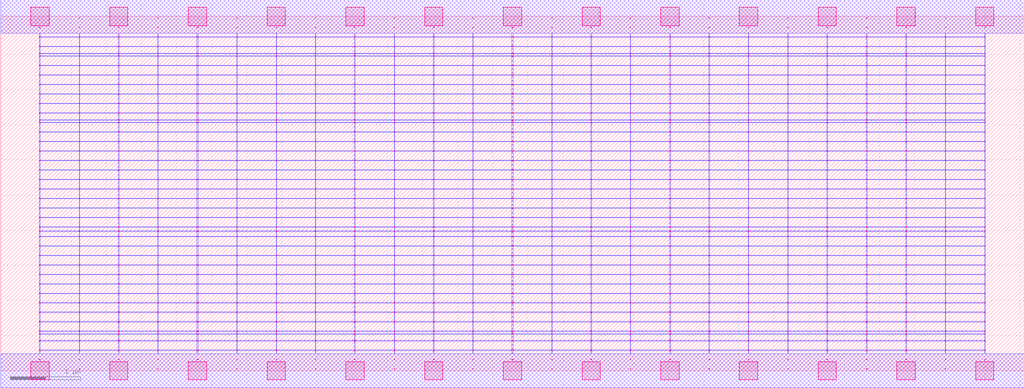
<source format=lef>
MACRO AOAAOAOI211311_DEBUG
 CLASS CORE ;
 FOREIGN AOAAOAOI211311_DEBUG 0 0 ;
 SIZE 14.56 BY 5.04 ;
 ORIGIN 0 0 ;
 SYMMETRY X Y R90 ;
 SITE unit ;

 OBS
    LAYER polycont ;
     RECT 7.27100000 2.58300000 7.28900000 2.59100000 ;
     RECT 7.27100000 2.71800000 7.28900000 2.72600000 ;
     RECT 7.27100000 2.85300000 7.28900000 2.86100000 ;
     RECT 7.27100000 2.98800000 7.28900000 2.99600000 ;
     RECT 9.51600000 2.58300000 9.52900000 2.59100000 ;
     RECT 10.07600000 2.58300000 10.08400000 2.59100000 ;
     RECT 10.63100000 2.58300000 10.64400000 2.59100000 ;
     RECT 11.19600000 2.58300000 11.20400000 2.59100000 ;
     RECT 11.75100000 2.58300000 11.76900000 2.59100000 ;
     RECT 12.31600000 2.58300000 12.32400000 2.59100000 ;
     RECT 12.87600000 2.58300000 12.88900000 2.59100000 ;
     RECT 13.43600000 2.58300000 13.44400000 2.59100000 ;
     RECT 13.99600000 2.58300000 14.00400000 2.59100000 ;
     RECT 7.83600000 2.58300000 7.84400000 2.59100000 ;
     RECT 7.83600000 2.71800000 7.84400000 2.72600000 ;
     RECT 8.39100000 2.71800000 8.40900000 2.72600000 ;
     RECT 8.95600000 2.71800000 8.96400000 2.72600000 ;
     RECT 9.51600000 2.71800000 9.52900000 2.72600000 ;
     RECT 10.07600000 2.71800000 10.08400000 2.72600000 ;
     RECT 10.63100000 2.71800000 10.64400000 2.72600000 ;
     RECT 11.19600000 2.71800000 11.20400000 2.72600000 ;
     RECT 11.75100000 2.71800000 11.76900000 2.72600000 ;
     RECT 12.31600000 2.71800000 12.32400000 2.72600000 ;
     RECT 12.87600000 2.71800000 12.88900000 2.72600000 ;
     RECT 13.43600000 2.71800000 13.44400000 2.72600000 ;
     RECT 13.99600000 2.71800000 14.00400000 2.72600000 ;
     RECT 8.39100000 2.58300000 8.40900000 2.59100000 ;
     RECT 7.83600000 2.85300000 7.84400000 2.86100000 ;
     RECT 8.39100000 2.85300000 8.40900000 2.86100000 ;
     RECT 8.95600000 2.85300000 8.96400000 2.86100000 ;
     RECT 9.51600000 2.85300000 9.52900000 2.86100000 ;
     RECT 10.07600000 2.85300000 10.08400000 2.86100000 ;
     RECT 10.63100000 2.85300000 10.64400000 2.86100000 ;
     RECT 11.19600000 2.85300000 11.20400000 2.86100000 ;
     RECT 11.75100000 2.85300000 11.76900000 2.86100000 ;
     RECT 12.31600000 2.85300000 12.32400000 2.86100000 ;
     RECT 12.87600000 2.85300000 12.88900000 2.86100000 ;
     RECT 13.43600000 2.85300000 13.44400000 2.86100000 ;
     RECT 13.99600000 2.85300000 14.00400000 2.86100000 ;
     RECT 8.95600000 2.58300000 8.96400000 2.59100000 ;
     RECT 7.83600000 2.98800000 7.84400000 2.99600000 ;
     RECT 8.39100000 2.98800000 8.40900000 2.99600000 ;
     RECT 8.95600000 2.98800000 8.96400000 2.99600000 ;
     RECT 9.51600000 2.98800000 9.52900000 2.99600000 ;
     RECT 10.07600000 2.98800000 10.08400000 2.99600000 ;
     RECT 10.63100000 2.98800000 10.64400000 2.99600000 ;
     RECT 11.19600000 2.98800000 11.20400000 2.99600000 ;
     RECT 11.75100000 2.98800000 11.76900000 2.99600000 ;
     RECT 12.31600000 2.98800000 12.32400000 2.99600000 ;
     RECT 12.87600000 2.98800000 12.88900000 2.99600000 ;
     RECT 13.43600000 2.98800000 13.44400000 2.99600000 ;
     RECT 13.99600000 2.98800000 14.00400000 2.99600000 ;
     RECT 10.07600000 3.12300000 10.08400000 3.13100000 ;
     RECT 13.43600000 3.12300000 13.44400000 3.13100000 ;
     RECT 13.99600000 3.12300000 14.00400000 3.13100000 ;
     RECT 10.07600000 3.25800000 10.08400000 3.26600000 ;
     RECT 13.43600000 3.25800000 13.44400000 3.26600000 ;
     RECT 13.99600000 3.25800000 14.00400000 3.26600000 ;
     RECT 10.07600000 3.39300000 10.08400000 3.40100000 ;
     RECT 13.43600000 3.39300000 13.44400000 3.40100000 ;
     RECT 13.99600000 3.39300000 14.00400000 3.40100000 ;
     RECT 10.07600000 3.52800000 10.08400000 3.53600000 ;
     RECT 13.43600000 3.52800000 13.44400000 3.53600000 ;
     RECT 13.99600000 3.52800000 14.00400000 3.53600000 ;
     RECT 10.07600000 3.56100000 10.08400000 3.56900000 ;
     RECT 13.43600000 3.56100000 13.44400000 3.56900000 ;
     RECT 13.99600000 3.56100000 14.00400000 3.56900000 ;
     RECT 10.07600000 3.66300000 10.08400000 3.67100000 ;
     RECT 13.43600000 3.66300000 13.44400000 3.67100000 ;
     RECT 13.99600000 3.66300000 14.00400000 3.67100000 ;
     RECT 10.07600000 3.79800000 10.08400000 3.80600000 ;
     RECT 13.43600000 3.79800000 13.44400000 3.80600000 ;
     RECT 13.99600000 3.79800000 14.00400000 3.80600000 ;
     RECT 10.07600000 3.93300000 10.08400000 3.94100000 ;
     RECT 13.43600000 3.93300000 13.44400000 3.94100000 ;
     RECT 13.99600000 3.93300000 14.00400000 3.94100000 ;
     RECT 10.07600000 4.06800000 10.08400000 4.07600000 ;
     RECT 13.43600000 4.06800000 13.44400000 4.07600000 ;
     RECT 13.99600000 4.06800000 14.00400000 4.07600000 ;
     RECT 10.07600000 4.20300000 10.08400000 4.21100000 ;
     RECT 13.43600000 4.20300000 13.44400000 4.21100000 ;
     RECT 13.99600000 4.20300000 14.00400000 4.21100000 ;
     RECT 10.07600000 4.33800000 10.08400000 4.34600000 ;
     RECT 13.43600000 4.33800000 13.44400000 4.34600000 ;
     RECT 13.99600000 4.33800000 14.00400000 4.34600000 ;
     RECT 10.07600000 4.47300000 10.08400000 4.48100000 ;
     RECT 13.43600000 4.47300000 13.44400000 4.48100000 ;
     RECT 13.99600000 4.47300000 14.00400000 4.48100000 ;
     RECT 10.07600000 4.51100000 10.08400000 4.51900000 ;
     RECT 13.43600000 4.51100000 13.44400000 4.51900000 ;
     RECT 13.99600000 4.51100000 14.00400000 4.51900000 ;
     RECT 10.07600000 4.60800000 10.08400000 4.61600000 ;
     RECT 13.43600000 4.60800000 13.44400000 4.61600000 ;
     RECT 13.99600000 4.60800000 14.00400000 4.61600000 ;
     RECT 10.07600000 4.74300000 10.08400000 4.75100000 ;
     RECT 13.43600000 4.74300000 13.44400000 4.75100000 ;
     RECT 13.99600000 4.74300000 14.00400000 4.75100000 ;
     RECT 10.07600000 4.87800000 10.08400000 4.88600000 ;
     RECT 13.43600000 4.87800000 13.44400000 4.88600000 ;
     RECT 13.99600000 4.87800000 14.00400000 4.88600000 ;
     RECT 4.47600000 3.12300000 4.48400000 3.13100000 ;
     RECT 1.67100000 2.85300000 1.68900000 2.86100000 ;
     RECT 2.23600000 2.85300000 2.24400000 2.86100000 ;
     RECT 2.79100000 2.85300000 2.80900000 2.86100000 ;
     RECT 4.47600000 3.25800000 4.48400000 3.26600000 ;
     RECT 3.35600000 2.85300000 3.36400000 2.86100000 ;
     RECT 3.91600000 2.85300000 3.92900000 2.86100000 ;
     RECT 4.47600000 2.85300000 4.48400000 2.86100000 ;
     RECT 4.47600000 3.39300000 4.48400000 3.40100000 ;
     RECT 5.03100000 2.85300000 5.04400000 2.86100000 ;
     RECT 5.59600000 2.85300000 5.60400000 2.86100000 ;
     RECT 6.15100000 2.85300000 6.16900000 2.86100000 ;
     RECT 4.47600000 3.52800000 4.48400000 3.53600000 ;
     RECT 6.71600000 2.85300000 6.72400000 2.86100000 ;
     RECT 1.11600000 2.71800000 1.12400000 2.72600000 ;
     RECT 1.67100000 2.71800000 1.68900000 2.72600000 ;
     RECT 4.47600000 3.56100000 4.48400000 3.56900000 ;
     RECT 2.23600000 2.71800000 2.24400000 2.72600000 ;
     RECT 2.79100000 2.71800000 2.80900000 2.72600000 ;
     RECT 3.35600000 2.71800000 3.36400000 2.72600000 ;
     RECT 4.47600000 3.66300000 4.48400000 3.67100000 ;
     RECT 3.91600000 2.71800000 3.92900000 2.72600000 ;
     RECT 4.47600000 2.71800000 4.48400000 2.72600000 ;
     RECT 5.03100000 2.71800000 5.04400000 2.72600000 ;
     RECT 4.47600000 3.79800000 4.48400000 3.80600000 ;
     RECT 5.59600000 2.71800000 5.60400000 2.72600000 ;
     RECT 6.15100000 2.71800000 6.16900000 2.72600000 ;
     RECT 6.71600000 2.71800000 6.72400000 2.72600000 ;
     RECT 4.47600000 3.93300000 4.48400000 3.94100000 ;
     RECT 1.11600000 2.58300000 1.12400000 2.59100000 ;
     RECT 1.67100000 2.58300000 1.68900000 2.59100000 ;
     RECT 0.55100000 2.98800000 0.56400000 2.99600000 ;
     RECT 4.47600000 4.06800000 4.48400000 4.07600000 ;
     RECT 1.11600000 2.98800000 1.12400000 2.99600000 ;
     RECT 1.67100000 2.98800000 1.68900000 2.99600000 ;
     RECT 2.23600000 2.98800000 2.24400000 2.99600000 ;
     RECT 4.47600000 4.20300000 4.48400000 4.21100000 ;
     RECT 2.79100000 2.98800000 2.80900000 2.99600000 ;
     RECT 3.35600000 2.98800000 3.36400000 2.99600000 ;
     RECT 3.91600000 2.98800000 3.92900000 2.99600000 ;
     RECT 4.47600000 4.33800000 4.48400000 4.34600000 ;
     RECT 4.47600000 2.98800000 4.48400000 2.99600000 ;
     RECT 5.03100000 2.98800000 5.04400000 2.99600000 ;
     RECT 5.59600000 2.98800000 5.60400000 2.99600000 ;
     RECT 4.47600000 4.47300000 4.48400000 4.48100000 ;
     RECT 6.15100000 2.98800000 6.16900000 2.99600000 ;
     RECT 6.71600000 2.98800000 6.72400000 2.99600000 ;
     RECT 2.23600000 2.58300000 2.24400000 2.59100000 ;
     RECT 4.47600000 4.51100000 4.48400000 4.51900000 ;
     RECT 2.79100000 2.58300000 2.80900000 2.59100000 ;
     RECT 3.35600000 2.58300000 3.36400000 2.59100000 ;
     RECT 3.91600000 2.58300000 3.92900000 2.59100000 ;
     RECT 4.47600000 4.60800000 4.48400000 4.61600000 ;
     RECT 4.47600000 2.58300000 4.48400000 2.59100000 ;
     RECT 5.03100000 2.58300000 5.04400000 2.59100000 ;
     RECT 5.59600000 2.58300000 5.60400000 2.59100000 ;
     RECT 4.47600000 4.74300000 4.48400000 4.75100000 ;
     RECT 6.15100000 2.58300000 6.16900000 2.59100000 ;
     RECT 6.71600000 2.58300000 6.72400000 2.59100000 ;
     RECT 0.55100000 2.58300000 0.56400000 2.59100000 ;
     RECT 4.47600000 4.87800000 4.48400000 4.88600000 ;
     RECT 0.55100000 2.71800000 0.56400000 2.72600000 ;
     RECT 0.55100000 2.85300000 0.56400000 2.86100000 ;
     RECT 1.11600000 2.85300000 1.12400000 2.86100000 ;
     RECT 3.35600000 0.42300000 3.36400000 0.43100000 ;
     RECT 6.71600000 0.42300000 6.72400000 0.43100000 ;
     RECT 3.35600000 0.52100000 3.36400000 0.52900000 ;
     RECT 6.71600000 0.52100000 6.72400000 0.52900000 ;
     RECT 3.35600000 0.55800000 3.36400000 0.56600000 ;
     RECT 6.71600000 0.55800000 6.72400000 0.56600000 ;
     RECT 3.35600000 0.69300000 3.36400000 0.70100000 ;
     RECT 6.71600000 0.69300000 6.72400000 0.70100000 ;
     RECT 3.35600000 0.82800000 3.36400000 0.83600000 ;
     RECT 6.71600000 0.82800000 6.72400000 0.83600000 ;
     RECT 3.35600000 0.96300000 3.36400000 0.97100000 ;
     RECT 6.71600000 0.96300000 6.72400000 0.97100000 ;
     RECT 3.35600000 1.09800000 3.36400000 1.10600000 ;
     RECT 6.71600000 1.09800000 6.72400000 1.10600000 ;
     RECT 3.35600000 1.23300000 3.36400000 1.24100000 ;
     RECT 6.71600000 1.23300000 6.72400000 1.24100000 ;
     RECT 3.35600000 1.36800000 3.36400000 1.37600000 ;
     RECT 6.71600000 1.36800000 6.72400000 1.37600000 ;
     RECT 3.35600000 1.50300000 3.36400000 1.51100000 ;
     RECT 6.71600000 1.50300000 6.72400000 1.51100000 ;
     RECT 3.35600000 1.63800000 3.36400000 1.64600000 ;
     RECT 6.71600000 1.63800000 6.72400000 1.64600000 ;
     RECT 3.35600000 1.77300000 3.36400000 1.78100000 ;
     RECT 6.71600000 1.77300000 6.72400000 1.78100000 ;
     RECT 3.35600000 1.90800000 3.36400000 1.91600000 ;
     RECT 6.71600000 1.90800000 6.72400000 1.91600000 ;
     RECT 3.35600000 1.98100000 3.36400000 1.98900000 ;
     RECT 6.71600000 1.98100000 6.72400000 1.98900000 ;
     RECT 3.35600000 2.04300000 3.36400000 2.05100000 ;
     RECT 6.71600000 2.04300000 6.72400000 2.05100000 ;
     RECT 3.35600000 2.17800000 3.36400000 2.18600000 ;
     RECT 6.71600000 2.17800000 6.72400000 2.18600000 ;
     RECT 3.35600000 2.31300000 3.36400000 2.32100000 ;
     RECT 6.71600000 2.31300000 6.72400000 2.32100000 ;
     RECT 3.35600000 2.44800000 3.36400000 2.45600000 ;
     RECT 6.71600000 2.44800000 6.72400000 2.45600000 ;
     RECT 3.35600000 0.15300000 3.36400000 0.16100000 ;
     RECT 6.71600000 0.15300000 6.72400000 0.16100000 ;
     RECT 3.35600000 0.28800000 3.36400000 0.29600000 ;
     RECT 6.71600000 0.28800000 6.72400000 0.29600000 ;
     RECT 12.31600000 1.90800000 12.32400000 1.91600000 ;
     RECT 12.31600000 0.82800000 12.32400000 0.83600000 ;
     RECT 12.31600000 0.55800000 12.32400000 0.56600000 ;
     RECT 12.31600000 1.98100000 12.32400000 1.98900000 ;
     RECT 12.31600000 1.36800000 12.32400000 1.37600000 ;
     RECT 12.31600000 0.28800000 12.32400000 0.29600000 ;
     RECT 12.31600000 2.04300000 12.32400000 2.05100000 ;
     RECT 12.31600000 0.96300000 12.32400000 0.97100000 ;
     RECT 12.31600000 1.50300000 12.32400000 1.51100000 ;
     RECT 12.31600000 2.17800000 12.32400000 2.18600000 ;
     RECT 12.31600000 0.52100000 12.32400000 0.52900000 ;
     RECT 12.31600000 0.69300000 12.32400000 0.70100000 ;
     RECT 12.31600000 2.31300000 12.32400000 2.32100000 ;
     RECT 12.31600000 1.63800000 12.32400000 1.64600000 ;
     RECT 12.31600000 1.09800000 12.32400000 1.10600000 ;
     RECT 12.31600000 2.44800000 12.32400000 2.45600000 ;
     RECT 12.31600000 0.42300000 12.32400000 0.43100000 ;
     RECT 12.31600000 1.77300000 12.32400000 1.78100000 ;
     RECT 12.31600000 0.15300000 12.32400000 0.16100000 ;
     RECT 12.31600000 1.23300000 12.32400000 1.24100000 ;

    LAYER pdiffc ;
     RECT 0.55100000 3.39300000 0.55900000 3.40100000 ;
     RECT 3.92100000 3.39300000 3.92900000 3.40100000 ;
     RECT 5.03100000 3.39300000 5.03900000 3.40100000 ;
     RECT 9.52100000 3.39300000 9.52900000 3.40100000 ;
     RECT 10.63100000 3.39300000 10.63900000 3.40100000 ;
     RECT 12.88100000 3.39300000 12.88900000 3.40100000 ;
     RECT 0.55100000 3.52800000 0.55900000 3.53600000 ;
     RECT 3.92100000 3.52800000 3.92900000 3.53600000 ;
     RECT 5.03100000 3.52800000 5.03900000 3.53600000 ;
     RECT 9.52100000 3.52800000 9.52900000 3.53600000 ;
     RECT 10.63100000 3.52800000 10.63900000 3.53600000 ;
     RECT 12.88100000 3.52800000 12.88900000 3.53600000 ;
     RECT 0.55100000 3.56100000 0.55900000 3.56900000 ;
     RECT 3.92100000 3.56100000 3.92900000 3.56900000 ;
     RECT 5.03100000 3.56100000 5.03900000 3.56900000 ;
     RECT 9.52100000 3.56100000 9.52900000 3.56900000 ;
     RECT 10.63100000 3.56100000 10.63900000 3.56900000 ;
     RECT 12.88100000 3.56100000 12.88900000 3.56900000 ;
     RECT 0.55100000 3.66300000 0.55900000 3.67100000 ;
     RECT 3.92100000 3.66300000 3.92900000 3.67100000 ;
     RECT 5.03100000 3.66300000 5.03900000 3.67100000 ;
     RECT 9.52100000 3.66300000 9.52900000 3.67100000 ;
     RECT 10.63100000 3.66300000 10.63900000 3.67100000 ;
     RECT 12.88100000 3.66300000 12.88900000 3.67100000 ;
     RECT 0.55100000 3.79800000 0.55900000 3.80600000 ;
     RECT 3.92100000 3.79800000 3.92900000 3.80600000 ;
     RECT 5.03100000 3.79800000 5.03900000 3.80600000 ;
     RECT 9.52100000 3.79800000 9.52900000 3.80600000 ;
     RECT 10.63100000 3.79800000 10.63900000 3.80600000 ;
     RECT 12.88100000 3.79800000 12.88900000 3.80600000 ;
     RECT 0.55100000 3.93300000 0.55900000 3.94100000 ;
     RECT 3.92100000 3.93300000 3.92900000 3.94100000 ;
     RECT 5.03100000 3.93300000 5.03900000 3.94100000 ;
     RECT 9.52100000 3.93300000 9.52900000 3.94100000 ;
     RECT 10.63100000 3.93300000 10.63900000 3.94100000 ;
     RECT 12.88100000 3.93300000 12.88900000 3.94100000 ;
     RECT 0.55100000 4.06800000 0.55900000 4.07600000 ;
     RECT 3.92100000 4.06800000 3.92900000 4.07600000 ;
     RECT 5.03100000 4.06800000 5.03900000 4.07600000 ;
     RECT 9.52100000 4.06800000 9.52900000 4.07600000 ;
     RECT 10.63100000 4.06800000 10.63900000 4.07600000 ;
     RECT 12.88100000 4.06800000 12.88900000 4.07600000 ;
     RECT 0.55100000 4.20300000 0.55900000 4.21100000 ;
     RECT 3.92100000 4.20300000 3.92900000 4.21100000 ;
     RECT 5.03100000 4.20300000 5.03900000 4.21100000 ;
     RECT 9.52100000 4.20300000 9.52900000 4.21100000 ;
     RECT 10.63100000 4.20300000 10.63900000 4.21100000 ;
     RECT 12.88100000 4.20300000 12.88900000 4.21100000 ;
     RECT 0.55100000 4.33800000 0.55900000 4.34600000 ;
     RECT 3.92100000 4.33800000 3.92900000 4.34600000 ;
     RECT 5.03100000 4.33800000 5.03900000 4.34600000 ;
     RECT 9.52100000 4.33800000 9.52900000 4.34600000 ;
     RECT 10.63100000 4.33800000 10.63900000 4.34600000 ;
     RECT 12.88100000 4.33800000 12.88900000 4.34600000 ;
     RECT 0.55100000 4.47300000 0.55900000 4.48100000 ;
     RECT 3.92100000 4.47300000 3.92900000 4.48100000 ;
     RECT 5.03100000 4.47300000 5.03900000 4.48100000 ;
     RECT 9.52100000 4.47300000 9.52900000 4.48100000 ;
     RECT 10.63100000 4.47300000 10.63900000 4.48100000 ;
     RECT 12.88100000 4.47300000 12.88900000 4.48100000 ;
     RECT 0.55100000 4.51100000 0.55900000 4.51900000 ;
     RECT 3.92100000 4.51100000 3.92900000 4.51900000 ;
     RECT 5.03100000 4.51100000 5.03900000 4.51900000 ;
     RECT 9.52100000 4.51100000 9.52900000 4.51900000 ;
     RECT 10.63100000 4.51100000 10.63900000 4.51900000 ;
     RECT 12.88100000 4.51100000 12.88900000 4.51900000 ;
     RECT 0.55100000 4.60800000 0.55900000 4.61600000 ;
     RECT 3.92100000 4.60800000 3.92900000 4.61600000 ;
     RECT 5.03100000 4.60800000 5.03900000 4.61600000 ;
     RECT 9.52100000 4.60800000 9.52900000 4.61600000 ;
     RECT 10.63100000 4.60800000 10.63900000 4.61600000 ;
     RECT 12.88100000 4.60800000 12.88900000 4.61600000 ;

    LAYER ndiffc ;
     RECT 7.27100000 0.42300000 7.28900000 0.43100000 ;
     RECT 7.27100000 0.52100000 7.28900000 0.52900000 ;
     RECT 7.27100000 0.55800000 7.28900000 0.56600000 ;
     RECT 7.27100000 0.69300000 7.28900000 0.70100000 ;
     RECT 7.27100000 0.82800000 7.28900000 0.83600000 ;
     RECT 7.27100000 0.96300000 7.28900000 0.97100000 ;
     RECT 7.27100000 1.09800000 7.28900000 1.10600000 ;
     RECT 7.27100000 1.23300000 7.28900000 1.24100000 ;
     RECT 7.27100000 1.36800000 7.28900000 1.37600000 ;
     RECT 7.27100000 1.50300000 7.28900000 1.51100000 ;
     RECT 7.27100000 1.63800000 7.28900000 1.64600000 ;
     RECT 7.27100000 1.77300000 7.28900000 1.78100000 ;
     RECT 7.27100000 1.90800000 7.28900000 1.91600000 ;
     RECT 7.27100000 1.98100000 7.28900000 1.98900000 ;
     RECT 7.27100000 2.04300000 7.28900000 2.05100000 ;
     RECT 8.39100000 0.55800000 8.40900000 0.56600000 ;
     RECT 9.51600000 0.55800000 9.52900000 0.56600000 ;
     RECT 10.63100000 0.55800000 10.64400000 0.56600000 ;
     RECT 11.75100000 0.55800000 11.76900000 0.56600000 ;
     RECT 12.87600000 0.55800000 12.88900000 0.56600000 ;
     RECT 13.99600000 0.55800000 14.00400000 0.56600000 ;
     RECT 10.63100000 0.42300000 10.64400000 0.43100000 ;
     RECT 8.39100000 0.69300000 8.40900000 0.70100000 ;
     RECT 9.51600000 0.69300000 9.52900000 0.70100000 ;
     RECT 10.63100000 0.69300000 10.64400000 0.70100000 ;
     RECT 11.75100000 0.69300000 11.76900000 0.70100000 ;
     RECT 12.87600000 0.69300000 12.88900000 0.70100000 ;
     RECT 13.99600000 0.69300000 14.00400000 0.70100000 ;
     RECT 11.75100000 0.42300000 11.76900000 0.43100000 ;
     RECT 8.39100000 0.82800000 8.40900000 0.83600000 ;
     RECT 9.51600000 0.82800000 9.52900000 0.83600000 ;
     RECT 10.63100000 0.82800000 10.64400000 0.83600000 ;
     RECT 11.75100000 0.82800000 11.76900000 0.83600000 ;
     RECT 12.87600000 0.82800000 12.88900000 0.83600000 ;
     RECT 13.99600000 0.82800000 14.00400000 0.83600000 ;
     RECT 12.87600000 0.42300000 12.88900000 0.43100000 ;
     RECT 8.39100000 0.96300000 8.40900000 0.97100000 ;
     RECT 9.51600000 0.96300000 9.52900000 0.97100000 ;
     RECT 10.63100000 0.96300000 10.64400000 0.97100000 ;
     RECT 11.75100000 0.96300000 11.76900000 0.97100000 ;
     RECT 12.87600000 0.96300000 12.88900000 0.97100000 ;
     RECT 13.99600000 0.96300000 14.00400000 0.97100000 ;
     RECT 13.99600000 0.42300000 14.00400000 0.43100000 ;
     RECT 8.39100000 1.09800000 8.40900000 1.10600000 ;
     RECT 9.51600000 1.09800000 9.52900000 1.10600000 ;
     RECT 10.63100000 1.09800000 10.64400000 1.10600000 ;
     RECT 11.75100000 1.09800000 11.76900000 1.10600000 ;
     RECT 12.87600000 1.09800000 12.88900000 1.10600000 ;
     RECT 13.99600000 1.09800000 14.00400000 1.10600000 ;
     RECT 8.39100000 0.42300000 8.40900000 0.43100000 ;
     RECT 8.39100000 1.23300000 8.40900000 1.24100000 ;
     RECT 9.51600000 1.23300000 9.52900000 1.24100000 ;
     RECT 10.63100000 1.23300000 10.64400000 1.24100000 ;
     RECT 11.75100000 1.23300000 11.76900000 1.24100000 ;
     RECT 12.87600000 1.23300000 12.88900000 1.24100000 ;
     RECT 13.99600000 1.23300000 14.00400000 1.24100000 ;
     RECT 8.39100000 0.52100000 8.40900000 0.52900000 ;
     RECT 8.39100000 1.36800000 8.40900000 1.37600000 ;
     RECT 9.51600000 1.36800000 9.52900000 1.37600000 ;
     RECT 10.63100000 1.36800000 10.64400000 1.37600000 ;
     RECT 11.75100000 1.36800000 11.76900000 1.37600000 ;
     RECT 12.87600000 1.36800000 12.88900000 1.37600000 ;
     RECT 13.99600000 1.36800000 14.00400000 1.37600000 ;
     RECT 9.51600000 0.52100000 9.52900000 0.52900000 ;
     RECT 8.39100000 1.50300000 8.40900000 1.51100000 ;
     RECT 9.51600000 1.50300000 9.52900000 1.51100000 ;
     RECT 10.63100000 1.50300000 10.64400000 1.51100000 ;
     RECT 11.75100000 1.50300000 11.76900000 1.51100000 ;
     RECT 12.87600000 1.50300000 12.88900000 1.51100000 ;
     RECT 13.99600000 1.50300000 14.00400000 1.51100000 ;
     RECT 10.63100000 0.52100000 10.64400000 0.52900000 ;
     RECT 8.39100000 1.63800000 8.40900000 1.64600000 ;
     RECT 9.51600000 1.63800000 9.52900000 1.64600000 ;
     RECT 10.63100000 1.63800000 10.64400000 1.64600000 ;
     RECT 11.75100000 1.63800000 11.76900000 1.64600000 ;
     RECT 12.87600000 1.63800000 12.88900000 1.64600000 ;
     RECT 13.99600000 1.63800000 14.00400000 1.64600000 ;
     RECT 11.75100000 0.52100000 11.76900000 0.52900000 ;
     RECT 8.39100000 1.77300000 8.40900000 1.78100000 ;
     RECT 9.51600000 1.77300000 9.52900000 1.78100000 ;
     RECT 10.63100000 1.77300000 10.64400000 1.78100000 ;
     RECT 11.75100000 1.77300000 11.76900000 1.78100000 ;
     RECT 12.87600000 1.77300000 12.88900000 1.78100000 ;
     RECT 13.99600000 1.77300000 14.00400000 1.78100000 ;
     RECT 12.87600000 0.52100000 12.88900000 0.52900000 ;
     RECT 8.39100000 1.90800000 8.40900000 1.91600000 ;
     RECT 9.51600000 1.90800000 9.52900000 1.91600000 ;
     RECT 10.63100000 1.90800000 10.64400000 1.91600000 ;
     RECT 11.75100000 1.90800000 11.76900000 1.91600000 ;
     RECT 12.87600000 1.90800000 12.88900000 1.91600000 ;
     RECT 13.99600000 1.90800000 14.00400000 1.91600000 ;
     RECT 13.99600000 0.52100000 14.00400000 0.52900000 ;
     RECT 8.39100000 1.98100000 8.40900000 1.98900000 ;
     RECT 9.51600000 1.98100000 9.52900000 1.98900000 ;
     RECT 10.63100000 1.98100000 10.64400000 1.98900000 ;
     RECT 11.75100000 1.98100000 11.76900000 1.98900000 ;
     RECT 12.87600000 1.98100000 12.88900000 1.98900000 ;
     RECT 13.99600000 1.98100000 14.00400000 1.98900000 ;
     RECT 9.51600000 0.42300000 9.52900000 0.43100000 ;
     RECT 8.39100000 2.04300000 8.40900000 2.05100000 ;
     RECT 9.51600000 2.04300000 9.52900000 2.05100000 ;
     RECT 10.63100000 2.04300000 10.64400000 2.05100000 ;
     RECT 11.75100000 2.04300000 11.76900000 2.05100000 ;
     RECT 12.87600000 2.04300000 12.88900000 2.05100000 ;
     RECT 13.99600000 2.04300000 14.00400000 2.05100000 ;
     RECT 1.67100000 1.36800000 1.68900000 1.37600000 ;
     RECT 2.79100000 1.36800000 2.80900000 1.37600000 ;
     RECT 3.91600000 1.36800000 3.92900000 1.37600000 ;
     RECT 5.03100000 1.36800000 5.04400000 1.37600000 ;
     RECT 6.15100000 1.36800000 6.16900000 1.37600000 ;
     RECT 5.03100000 0.82800000 5.04400000 0.83600000 ;
     RECT 6.15100000 0.82800000 6.16900000 0.83600000 ;
     RECT 2.79100000 0.55800000 2.80900000 0.56600000 ;
     RECT 3.91600000 0.55800000 3.92900000 0.56600000 ;
     RECT 5.03100000 0.55800000 5.04400000 0.56600000 ;
     RECT 6.15100000 0.55800000 6.16900000 0.56600000 ;
     RECT 1.67100000 0.52100000 1.68900000 0.52900000 ;
     RECT 0.55100000 1.50300000 0.56400000 1.51100000 ;
     RECT 1.67100000 1.50300000 1.68900000 1.51100000 ;
     RECT 2.79100000 1.50300000 2.80900000 1.51100000 ;
     RECT 3.91600000 1.50300000 3.92900000 1.51100000 ;
     RECT 5.03100000 1.50300000 5.04400000 1.51100000 ;
     RECT 6.15100000 1.50300000 6.16900000 1.51100000 ;
     RECT 2.79100000 0.52100000 2.80900000 0.52900000 ;
     RECT 3.91600000 0.52100000 3.92900000 0.52900000 ;
     RECT 0.55100000 0.96300000 0.56400000 0.97100000 ;
     RECT 1.67100000 0.96300000 1.68900000 0.97100000 ;
     RECT 2.79100000 0.96300000 2.80900000 0.97100000 ;
     RECT 3.91600000 0.96300000 3.92900000 0.97100000 ;
     RECT 5.03100000 0.96300000 5.04400000 0.97100000 ;
     RECT 0.55100000 1.63800000 0.56400000 1.64600000 ;
     RECT 1.67100000 1.63800000 1.68900000 1.64600000 ;
     RECT 2.79100000 1.63800000 2.80900000 1.64600000 ;
     RECT 3.91600000 1.63800000 3.92900000 1.64600000 ;
     RECT 5.03100000 1.63800000 5.04400000 1.64600000 ;
     RECT 6.15100000 1.63800000 6.16900000 1.64600000 ;
     RECT 6.15100000 0.96300000 6.16900000 0.97100000 ;
     RECT 5.03100000 0.52100000 5.04400000 0.52900000 ;
     RECT 6.15100000 0.52100000 6.16900000 0.52900000 ;
     RECT 1.67100000 0.42300000 1.68900000 0.43100000 ;
     RECT 2.79100000 0.42300000 2.80900000 0.43100000 ;
     RECT 0.55100000 0.69300000 0.56400000 0.70100000 ;
     RECT 1.67100000 0.69300000 1.68900000 0.70100000 ;
     RECT 0.55100000 1.77300000 0.56400000 1.78100000 ;
     RECT 1.67100000 1.77300000 1.68900000 1.78100000 ;
     RECT 2.79100000 1.77300000 2.80900000 1.78100000 ;
     RECT 3.91600000 1.77300000 3.92900000 1.78100000 ;
     RECT 5.03100000 1.77300000 5.04400000 1.78100000 ;
     RECT 6.15100000 1.77300000 6.16900000 1.78100000 ;
     RECT 2.79100000 0.69300000 2.80900000 0.70100000 ;
     RECT 0.55100000 1.09800000 0.56400000 1.10600000 ;
     RECT 1.67100000 1.09800000 1.68900000 1.10600000 ;
     RECT 2.79100000 1.09800000 2.80900000 1.10600000 ;
     RECT 3.91600000 1.09800000 3.92900000 1.10600000 ;
     RECT 5.03100000 1.09800000 5.04400000 1.10600000 ;
     RECT 6.15100000 1.09800000 6.16900000 1.10600000 ;
     RECT 0.55100000 1.90800000 0.56400000 1.91600000 ;
     RECT 1.67100000 1.90800000 1.68900000 1.91600000 ;
     RECT 2.79100000 1.90800000 2.80900000 1.91600000 ;
     RECT 3.91600000 1.90800000 3.92900000 1.91600000 ;
     RECT 5.03100000 1.90800000 5.04400000 1.91600000 ;
     RECT 6.15100000 1.90800000 6.16900000 1.91600000 ;
     RECT 3.91600000 0.69300000 3.92900000 0.70100000 ;
     RECT 5.03100000 0.69300000 5.04400000 0.70100000 ;
     RECT 6.15100000 0.69300000 6.16900000 0.70100000 ;
     RECT 3.91600000 0.42300000 3.92900000 0.43100000 ;
     RECT 5.03100000 0.42300000 5.04400000 0.43100000 ;
     RECT 6.15100000 0.42300000 6.16900000 0.43100000 ;
     RECT 0.55100000 0.42300000 0.56400000 0.43100000 ;
     RECT 0.55100000 1.98100000 0.56400000 1.98900000 ;
     RECT 1.67100000 1.98100000 1.68900000 1.98900000 ;
     RECT 2.79100000 1.98100000 2.80900000 1.98900000 ;
     RECT 3.91600000 1.98100000 3.92900000 1.98900000 ;
     RECT 5.03100000 1.98100000 5.04400000 1.98900000 ;
     RECT 6.15100000 1.98100000 6.16900000 1.98900000 ;
     RECT 0.55100000 1.23300000 0.56400000 1.24100000 ;
     RECT 1.67100000 1.23300000 1.68900000 1.24100000 ;
     RECT 2.79100000 1.23300000 2.80900000 1.24100000 ;
     RECT 3.91600000 1.23300000 3.92900000 1.24100000 ;
     RECT 5.03100000 1.23300000 5.04400000 1.24100000 ;
     RECT 6.15100000 1.23300000 6.16900000 1.24100000 ;
     RECT 0.55100000 0.52100000 0.56400000 0.52900000 ;
     RECT 0.55100000 2.04300000 0.56400000 2.05100000 ;
     RECT 1.67100000 2.04300000 1.68900000 2.05100000 ;
     RECT 2.79100000 2.04300000 2.80900000 2.05100000 ;
     RECT 3.91600000 2.04300000 3.92900000 2.05100000 ;
     RECT 5.03100000 2.04300000 5.04400000 2.05100000 ;
     RECT 6.15100000 2.04300000 6.16900000 2.05100000 ;
     RECT 0.55100000 0.55800000 0.56400000 0.56600000 ;
     RECT 1.67100000 0.55800000 1.68900000 0.56600000 ;
     RECT 0.55100000 0.82800000 0.56400000 0.83600000 ;
     RECT 1.67100000 0.82800000 1.68900000 0.83600000 ;
     RECT 2.79100000 0.82800000 2.80900000 0.83600000 ;
     RECT 3.91600000 0.82800000 3.92900000 0.83600000 ;
     RECT 0.55100000 1.36800000 0.56400000 1.37600000 ;

    LAYER met1 ;
     RECT 0.00000000 -0.24000000 14.56000000 0.24000000 ;
     RECT 7.27100000 0.24000000 7.28900000 0.28800000 ;
     RECT 0.55100000 0.28800000 14.00400000 0.29600000 ;
     RECT 7.27100000 0.29600000 7.28900000 0.42300000 ;
     RECT 0.55100000 0.42300000 14.00400000 0.43100000 ;
     RECT 7.27100000 0.43100000 7.28900000 0.52100000 ;
     RECT 0.55100000 0.52100000 14.00400000 0.52900000 ;
     RECT 7.27100000 0.52900000 7.28900000 0.55800000 ;
     RECT 0.55100000 0.55800000 14.00400000 0.56600000 ;
     RECT 7.27100000 0.56600000 7.28900000 0.69300000 ;
     RECT 0.55100000 0.69300000 14.00400000 0.70100000 ;
     RECT 7.27100000 0.70100000 7.28900000 0.82800000 ;
     RECT 0.55100000 0.82800000 14.00400000 0.83600000 ;
     RECT 7.27100000 0.83600000 7.28900000 0.96300000 ;
     RECT 0.55100000 0.96300000 14.00400000 0.97100000 ;
     RECT 7.27100000 0.97100000 7.28900000 1.09800000 ;
     RECT 0.55100000 1.09800000 14.00400000 1.10600000 ;
     RECT 7.27100000 1.10600000 7.28900000 1.23300000 ;
     RECT 0.55100000 1.23300000 14.00400000 1.24100000 ;
     RECT 7.27100000 1.24100000 7.28900000 1.36800000 ;
     RECT 0.55100000 1.36800000 14.00400000 1.37600000 ;
     RECT 7.27100000 1.37600000 7.28900000 1.50300000 ;
     RECT 0.55100000 1.50300000 14.00400000 1.51100000 ;
     RECT 7.27100000 1.51100000 7.28900000 1.63800000 ;
     RECT 0.55100000 1.63800000 14.00400000 1.64600000 ;
     RECT 7.27100000 1.64600000 7.28900000 1.77300000 ;
     RECT 0.55100000 1.77300000 14.00400000 1.78100000 ;
     RECT 7.27100000 1.78100000 7.28900000 1.90800000 ;
     RECT 0.55100000 1.90800000 14.00400000 1.91600000 ;
     RECT 7.27100000 1.91600000 7.28900000 1.98100000 ;
     RECT 0.55100000 1.98100000 14.00400000 1.98900000 ;
     RECT 7.27100000 1.98900000 7.28900000 2.04300000 ;
     RECT 0.55100000 2.04300000 14.00400000 2.05100000 ;
     RECT 7.27100000 2.05100000 7.28900000 2.17800000 ;
     RECT 0.55100000 2.17800000 14.00400000 2.18600000 ;
     RECT 7.27100000 2.18600000 7.28900000 2.31300000 ;
     RECT 0.55100000 2.31300000 14.00400000 2.32100000 ;
     RECT 7.27100000 2.32100000 7.28900000 2.44800000 ;
     RECT 0.55100000 2.44800000 14.00400000 2.45600000 ;
     RECT 0.55100000 2.45600000 0.56400000 2.58300000 ;
     RECT 1.11600000 2.45600000 1.12400000 2.58300000 ;
     RECT 1.67100000 2.45600000 1.68900000 2.58300000 ;
     RECT 2.23600000 2.45600000 2.24400000 2.58300000 ;
     RECT 2.79100000 2.45600000 2.80900000 2.58300000 ;
     RECT 3.35600000 2.45600000 3.36400000 2.58300000 ;
     RECT 3.91600000 2.45600000 3.92900000 2.58300000 ;
     RECT 4.47600000 2.45600000 4.48400000 2.58300000 ;
     RECT 5.03100000 2.45600000 5.04400000 2.58300000 ;
     RECT 5.59600000 2.45600000 5.60400000 2.58300000 ;
     RECT 6.15100000 2.45600000 6.16900000 2.58300000 ;
     RECT 6.71600000 2.45600000 6.72400000 2.58300000 ;
     RECT 7.27100000 2.45600000 7.28900000 2.58300000 ;
     RECT 7.83600000 2.45600000 7.84400000 2.58300000 ;
     RECT 8.39100000 2.45600000 8.40900000 2.58300000 ;
     RECT 8.95600000 2.45600000 8.96400000 2.58300000 ;
     RECT 9.51600000 2.45600000 9.52900000 2.58300000 ;
     RECT 10.07600000 2.45600000 10.08400000 2.58300000 ;
     RECT 10.63100000 2.45600000 10.64400000 2.58300000 ;
     RECT 11.19600000 2.45600000 11.20400000 2.58300000 ;
     RECT 11.75100000 2.45600000 11.76900000 2.58300000 ;
     RECT 12.31600000 2.45600000 12.32400000 2.58300000 ;
     RECT 12.87600000 2.45600000 12.88900000 2.58300000 ;
     RECT 13.43600000 2.45600000 13.44400000 2.58300000 ;
     RECT 13.99600000 2.45600000 14.00400000 2.58300000 ;
     RECT 0.55100000 2.58300000 14.00400000 2.59100000 ;
     RECT 7.27100000 2.59100000 7.28900000 2.71800000 ;
     RECT 0.55100000 2.71800000 14.00400000 2.72600000 ;
     RECT 7.27100000 2.72600000 7.28900000 2.85300000 ;
     RECT 0.55100000 2.85300000 14.00400000 2.86100000 ;
     RECT 7.27100000 2.86100000 7.28900000 2.98800000 ;
     RECT 0.55100000 2.98800000 14.00400000 2.99600000 ;
     RECT 7.27100000 2.99600000 7.28900000 3.12300000 ;
     RECT 0.55100000 3.12300000 14.00400000 3.13100000 ;
     RECT 7.27100000 3.13100000 7.28900000 3.25800000 ;
     RECT 0.55100000 3.25800000 14.00400000 3.26600000 ;
     RECT 7.27100000 3.26600000 7.28900000 3.39300000 ;
     RECT 0.55100000 3.39300000 14.00400000 3.40100000 ;
     RECT 7.27100000 3.40100000 7.28900000 3.52800000 ;
     RECT 0.55100000 3.52800000 14.00400000 3.53600000 ;
     RECT 7.27100000 3.53600000 7.28900000 3.56100000 ;
     RECT 0.55100000 3.56100000 14.00400000 3.56900000 ;
     RECT 7.27100000 3.56900000 7.28900000 3.66300000 ;
     RECT 0.55100000 3.66300000 14.00400000 3.67100000 ;
     RECT 7.27100000 3.67100000 7.28900000 3.79800000 ;
     RECT 0.55100000 3.79800000 14.00400000 3.80600000 ;
     RECT 7.27100000 3.80600000 7.28900000 3.93300000 ;
     RECT 0.55100000 3.93300000 14.00400000 3.94100000 ;
     RECT 7.27100000 3.94100000 7.28900000 4.06800000 ;
     RECT 0.55100000 4.06800000 14.00400000 4.07600000 ;
     RECT 7.27100000 4.07600000 7.28900000 4.20300000 ;
     RECT 0.55100000 4.20300000 14.00400000 4.21100000 ;
     RECT 7.27100000 4.21100000 7.28900000 4.33800000 ;
     RECT 0.55100000 4.33800000 14.00400000 4.34600000 ;
     RECT 7.27100000 4.34600000 7.28900000 4.47300000 ;
     RECT 0.55100000 4.47300000 14.00400000 4.48100000 ;
     RECT 7.27100000 4.48100000 7.28900000 4.51100000 ;
     RECT 0.55100000 4.51100000 14.00400000 4.51900000 ;
     RECT 7.27100000 4.51900000 7.28900000 4.60800000 ;
     RECT 0.55100000 4.60800000 14.00400000 4.61600000 ;
     RECT 7.27100000 4.61600000 7.28900000 4.74300000 ;
     RECT 0.55100000 4.74300000 14.00400000 4.75100000 ;
     RECT 7.27100000 4.75100000 7.28900000 4.80000000 ;
     RECT 0.00000000 4.80000000 14.56000000 5.28000000 ;
     RECT 7.83600000 3.80600000 7.84400000 3.93300000 ;
     RECT 8.39100000 3.80600000 8.40900000 3.93300000 ;
     RECT 8.95600000 3.80600000 8.96400000 3.93300000 ;
     RECT 9.51600000 3.80600000 9.52900000 3.93300000 ;
     RECT 10.07600000 3.80600000 10.08400000 3.93300000 ;
     RECT 10.63100000 3.80600000 10.64400000 3.93300000 ;
     RECT 11.19600000 3.80600000 11.20400000 3.93300000 ;
     RECT 11.75100000 3.80600000 11.76900000 3.93300000 ;
     RECT 12.31600000 3.80600000 12.32400000 3.93300000 ;
     RECT 12.87600000 3.80600000 12.88900000 3.93300000 ;
     RECT 13.43600000 3.80600000 13.44400000 3.93300000 ;
     RECT 13.99600000 3.80600000 14.00400000 3.93300000 ;
     RECT 11.19600000 3.94100000 11.20400000 4.06800000 ;
     RECT 11.75100000 3.94100000 11.76900000 4.06800000 ;
     RECT 12.31600000 3.94100000 12.32400000 4.06800000 ;
     RECT 12.87600000 3.94100000 12.88900000 4.06800000 ;
     RECT 13.43600000 3.94100000 13.44400000 4.06800000 ;
     RECT 13.99600000 3.94100000 14.00400000 4.06800000 ;
     RECT 11.19600000 4.07600000 11.20400000 4.20300000 ;
     RECT 11.75100000 4.07600000 11.76900000 4.20300000 ;
     RECT 12.31600000 4.07600000 12.32400000 4.20300000 ;
     RECT 12.87600000 4.07600000 12.88900000 4.20300000 ;
     RECT 13.43600000 4.07600000 13.44400000 4.20300000 ;
     RECT 13.99600000 4.07600000 14.00400000 4.20300000 ;
     RECT 11.19600000 4.21100000 11.20400000 4.33800000 ;
     RECT 11.75100000 4.21100000 11.76900000 4.33800000 ;
     RECT 12.31600000 4.21100000 12.32400000 4.33800000 ;
     RECT 12.87600000 4.21100000 12.88900000 4.33800000 ;
     RECT 13.43600000 4.21100000 13.44400000 4.33800000 ;
     RECT 13.99600000 4.21100000 14.00400000 4.33800000 ;
     RECT 11.19600000 4.34600000 11.20400000 4.47300000 ;
     RECT 11.75100000 4.34600000 11.76900000 4.47300000 ;
     RECT 12.31600000 4.34600000 12.32400000 4.47300000 ;
     RECT 12.87600000 4.34600000 12.88900000 4.47300000 ;
     RECT 13.43600000 4.34600000 13.44400000 4.47300000 ;
     RECT 13.99600000 4.34600000 14.00400000 4.47300000 ;
     RECT 11.19600000 4.48100000 11.20400000 4.51100000 ;
     RECT 11.75100000 4.48100000 11.76900000 4.51100000 ;
     RECT 12.31600000 4.48100000 12.32400000 4.51100000 ;
     RECT 12.87600000 4.48100000 12.88900000 4.51100000 ;
     RECT 13.43600000 4.48100000 13.44400000 4.51100000 ;
     RECT 13.99600000 4.48100000 14.00400000 4.51100000 ;
     RECT 11.19600000 4.51900000 11.20400000 4.60800000 ;
     RECT 11.75100000 4.51900000 11.76900000 4.60800000 ;
     RECT 12.31600000 4.51900000 12.32400000 4.60800000 ;
     RECT 12.87600000 4.51900000 12.88900000 4.60800000 ;
     RECT 13.43600000 4.51900000 13.44400000 4.60800000 ;
     RECT 13.99600000 4.51900000 14.00400000 4.60800000 ;
     RECT 11.19600000 4.61600000 11.20400000 4.74300000 ;
     RECT 11.75100000 4.61600000 11.76900000 4.74300000 ;
     RECT 12.31600000 4.61600000 12.32400000 4.74300000 ;
     RECT 12.87600000 4.61600000 12.88900000 4.74300000 ;
     RECT 13.43600000 4.61600000 13.44400000 4.74300000 ;
     RECT 13.99600000 4.61600000 14.00400000 4.74300000 ;
     RECT 11.19600000 4.75100000 11.20400000 4.80000000 ;
     RECT 11.75100000 4.75100000 11.76900000 4.80000000 ;
     RECT 12.31600000 4.75100000 12.32400000 4.80000000 ;
     RECT 12.87600000 4.75100000 12.88900000 4.80000000 ;
     RECT 13.43600000 4.75100000 13.44400000 4.80000000 ;
     RECT 13.99600000 4.75100000 14.00400000 4.80000000 ;
     RECT 7.83600000 4.48100000 7.84400000 4.51100000 ;
     RECT 8.39100000 4.48100000 8.40900000 4.51100000 ;
     RECT 8.95600000 4.48100000 8.96400000 4.51100000 ;
     RECT 9.51600000 4.48100000 9.52900000 4.51100000 ;
     RECT 10.07600000 4.48100000 10.08400000 4.51100000 ;
     RECT 10.63100000 4.48100000 10.64400000 4.51100000 ;
     RECT 7.83600000 4.21100000 7.84400000 4.33800000 ;
     RECT 8.39100000 4.21100000 8.40900000 4.33800000 ;
     RECT 8.95600000 4.21100000 8.96400000 4.33800000 ;
     RECT 9.51600000 4.21100000 9.52900000 4.33800000 ;
     RECT 10.07600000 4.21100000 10.08400000 4.33800000 ;
     RECT 10.63100000 4.21100000 10.64400000 4.33800000 ;
     RECT 7.83600000 4.51900000 7.84400000 4.60800000 ;
     RECT 8.39100000 4.51900000 8.40900000 4.60800000 ;
     RECT 8.95600000 4.51900000 8.96400000 4.60800000 ;
     RECT 9.51600000 4.51900000 9.52900000 4.60800000 ;
     RECT 10.07600000 4.51900000 10.08400000 4.60800000 ;
     RECT 10.63100000 4.51900000 10.64400000 4.60800000 ;
     RECT 7.83600000 4.07600000 7.84400000 4.20300000 ;
     RECT 8.39100000 4.07600000 8.40900000 4.20300000 ;
     RECT 8.95600000 4.07600000 8.96400000 4.20300000 ;
     RECT 9.51600000 4.07600000 9.52900000 4.20300000 ;
     RECT 10.07600000 4.07600000 10.08400000 4.20300000 ;
     RECT 10.63100000 4.07600000 10.64400000 4.20300000 ;
     RECT 7.83600000 4.61600000 7.84400000 4.74300000 ;
     RECT 8.39100000 4.61600000 8.40900000 4.74300000 ;
     RECT 8.95600000 4.61600000 8.96400000 4.74300000 ;
     RECT 9.51600000 4.61600000 9.52900000 4.74300000 ;
     RECT 10.07600000 4.61600000 10.08400000 4.74300000 ;
     RECT 10.63100000 4.61600000 10.64400000 4.74300000 ;
     RECT 7.83600000 4.34600000 7.84400000 4.47300000 ;
     RECT 8.39100000 4.34600000 8.40900000 4.47300000 ;
     RECT 8.95600000 4.34600000 8.96400000 4.47300000 ;
     RECT 9.51600000 4.34600000 9.52900000 4.47300000 ;
     RECT 10.07600000 4.34600000 10.08400000 4.47300000 ;
     RECT 10.63100000 4.34600000 10.64400000 4.47300000 ;
     RECT 7.83600000 4.75100000 7.84400000 4.80000000 ;
     RECT 8.39100000 4.75100000 8.40900000 4.80000000 ;
     RECT 8.95600000 4.75100000 8.96400000 4.80000000 ;
     RECT 9.51600000 4.75100000 9.52900000 4.80000000 ;
     RECT 10.07600000 4.75100000 10.08400000 4.80000000 ;
     RECT 10.63100000 4.75100000 10.64400000 4.80000000 ;
     RECT 7.83600000 3.94100000 7.84400000 4.06800000 ;
     RECT 8.39100000 3.94100000 8.40900000 4.06800000 ;
     RECT 8.95600000 3.94100000 8.96400000 4.06800000 ;
     RECT 9.51600000 3.94100000 9.52900000 4.06800000 ;
     RECT 10.07600000 3.94100000 10.08400000 4.06800000 ;
     RECT 10.63100000 3.94100000 10.64400000 4.06800000 ;
     RECT 7.83600000 2.99600000 7.84400000 3.12300000 ;
     RECT 8.39100000 2.99600000 8.40900000 3.12300000 ;
     RECT 8.95600000 2.99600000 8.96400000 3.12300000 ;
     RECT 9.51600000 2.99600000 9.52900000 3.12300000 ;
     RECT 10.07600000 2.99600000 10.08400000 3.12300000 ;
     RECT 10.63100000 2.99600000 10.64400000 3.12300000 ;
     RECT 7.83600000 2.86100000 7.84400000 2.98800000 ;
     RECT 8.39100000 2.86100000 8.40900000 2.98800000 ;
     RECT 7.83600000 3.13100000 7.84400000 3.25800000 ;
     RECT 8.39100000 3.13100000 8.40900000 3.25800000 ;
     RECT 8.95600000 3.13100000 8.96400000 3.25800000 ;
     RECT 9.51600000 3.13100000 9.52900000 3.25800000 ;
     RECT 10.07600000 3.13100000 10.08400000 3.25800000 ;
     RECT 10.63100000 3.13100000 10.64400000 3.25800000 ;
     RECT 7.83600000 3.26600000 7.84400000 3.39300000 ;
     RECT 8.39100000 3.26600000 8.40900000 3.39300000 ;
     RECT 8.95600000 3.26600000 8.96400000 3.39300000 ;
     RECT 9.51600000 3.26600000 9.52900000 3.39300000 ;
     RECT 10.07600000 3.26600000 10.08400000 3.39300000 ;
     RECT 10.63100000 3.26600000 10.64400000 3.39300000 ;
     RECT 8.95600000 2.86100000 8.96400000 2.98800000 ;
     RECT 9.51600000 2.86100000 9.52900000 2.98800000 ;
     RECT 7.83600000 3.40100000 7.84400000 3.52800000 ;
     RECT 8.39100000 3.40100000 8.40900000 3.52800000 ;
     RECT 8.95600000 3.40100000 8.96400000 3.52800000 ;
     RECT 9.51600000 3.40100000 9.52900000 3.52800000 ;
     RECT 10.07600000 3.40100000 10.08400000 3.52800000 ;
     RECT 10.63100000 3.40100000 10.64400000 3.52800000 ;
     RECT 7.83600000 2.59100000 7.84400000 2.71800000 ;
     RECT 8.39100000 2.59100000 8.40900000 2.71800000 ;
     RECT 7.83600000 3.53600000 7.84400000 3.56100000 ;
     RECT 8.39100000 3.53600000 8.40900000 3.56100000 ;
     RECT 8.95600000 3.53600000 8.96400000 3.56100000 ;
     RECT 9.51600000 3.53600000 9.52900000 3.56100000 ;
     RECT 10.07600000 2.86100000 10.08400000 2.98800000 ;
     RECT 10.63100000 2.86100000 10.64400000 2.98800000 ;
     RECT 10.07600000 3.53600000 10.08400000 3.56100000 ;
     RECT 10.63100000 3.53600000 10.64400000 3.56100000 ;
     RECT 7.83600000 2.72600000 7.84400000 2.85300000 ;
     RECT 8.39100000 2.72600000 8.40900000 2.85300000 ;
     RECT 7.83600000 3.56900000 7.84400000 3.66300000 ;
     RECT 8.39100000 3.56900000 8.40900000 3.66300000 ;
     RECT 8.95600000 3.56900000 8.96400000 3.66300000 ;
     RECT 9.51600000 3.56900000 9.52900000 3.66300000 ;
     RECT 10.07600000 3.56900000 10.08400000 3.66300000 ;
     RECT 10.63100000 3.56900000 10.64400000 3.66300000 ;
     RECT 8.95600000 2.72600000 8.96400000 2.85300000 ;
     RECT 9.51600000 2.72600000 9.52900000 2.85300000 ;
     RECT 7.83600000 3.67100000 7.84400000 3.79800000 ;
     RECT 8.39100000 3.67100000 8.40900000 3.79800000 ;
     RECT 8.95600000 3.67100000 8.96400000 3.79800000 ;
     RECT 9.51600000 3.67100000 9.52900000 3.79800000 ;
     RECT 8.95600000 2.59100000 8.96400000 2.71800000 ;
     RECT 9.51600000 2.59100000 9.52900000 2.71800000 ;
     RECT 10.07600000 3.67100000 10.08400000 3.79800000 ;
     RECT 10.63100000 3.67100000 10.64400000 3.79800000 ;
     RECT 10.07600000 2.72600000 10.08400000 2.85300000 ;
     RECT 10.63100000 2.72600000 10.64400000 2.85300000 ;
     RECT 10.07600000 2.59100000 10.08400000 2.71800000 ;
     RECT 10.63100000 2.59100000 10.64400000 2.71800000 ;
     RECT 12.31600000 3.13100000 12.32400000 3.25800000 ;
     RECT 12.87600000 3.13100000 12.88900000 3.25800000 ;
     RECT 13.43600000 3.13100000 13.44400000 3.25800000 ;
     RECT 13.99600000 3.13100000 14.00400000 3.25800000 ;
     RECT 11.19600000 2.72600000 11.20400000 2.85300000 ;
     RECT 11.75100000 2.72600000 11.76900000 2.85300000 ;
     RECT 12.31600000 2.59100000 12.32400000 2.71800000 ;
     RECT 12.87600000 2.59100000 12.88900000 2.71800000 ;
     RECT 12.87600000 2.99600000 12.88900000 3.12300000 ;
     RECT 11.19600000 3.53600000 11.20400000 3.56100000 ;
     RECT 11.75100000 3.53600000 11.76900000 3.56100000 ;
     RECT 12.31600000 3.53600000 12.32400000 3.56100000 ;
     RECT 12.87600000 3.53600000 12.88900000 3.56100000 ;
     RECT 13.43600000 3.53600000 13.44400000 3.56100000 ;
     RECT 13.99600000 3.53600000 14.00400000 3.56100000 ;
     RECT 13.43600000 2.99600000 13.44400000 3.12300000 ;
     RECT 13.99600000 2.99600000 14.00400000 3.12300000 ;
     RECT 11.19600000 2.59100000 11.20400000 2.71800000 ;
     RECT 12.31600000 2.72600000 12.32400000 2.85300000 ;
     RECT 12.87600000 2.72600000 12.88900000 2.85300000 ;
     RECT 11.75100000 2.59100000 11.76900000 2.71800000 ;
     RECT 13.99600000 2.86100000 14.00400000 2.98800000 ;
     RECT 11.19600000 3.26600000 11.20400000 3.39300000 ;
     RECT 11.75100000 3.26600000 11.76900000 3.39300000 ;
     RECT 12.31600000 3.26600000 12.32400000 3.39300000 ;
     RECT 11.19600000 3.56900000 11.20400000 3.66300000 ;
     RECT 11.75100000 3.56900000 11.76900000 3.66300000 ;
     RECT 12.31600000 3.56900000 12.32400000 3.66300000 ;
     RECT 12.87600000 3.56900000 12.88900000 3.66300000 ;
     RECT 13.43600000 3.56900000 13.44400000 3.66300000 ;
     RECT 13.99600000 3.56900000 14.00400000 3.66300000 ;
     RECT 12.87600000 3.26600000 12.88900000 3.39300000 ;
     RECT 13.43600000 2.72600000 13.44400000 2.85300000 ;
     RECT 13.99600000 2.72600000 14.00400000 2.85300000 ;
     RECT 13.43600000 3.26600000 13.44400000 3.39300000 ;
     RECT 13.99600000 3.26600000 14.00400000 3.39300000 ;
     RECT 13.43600000 2.59100000 13.44400000 2.71800000 ;
     RECT 13.99600000 2.59100000 14.00400000 2.71800000 ;
     RECT 12.87600000 2.86100000 12.88900000 2.98800000 ;
     RECT 13.43600000 2.86100000 13.44400000 2.98800000 ;
     RECT 11.19600000 2.99600000 11.20400000 3.12300000 ;
     RECT 11.19600000 3.67100000 11.20400000 3.79800000 ;
     RECT 11.75100000 3.67100000 11.76900000 3.79800000 ;
     RECT 12.31600000 3.67100000 12.32400000 3.79800000 ;
     RECT 12.87600000 3.67100000 12.88900000 3.79800000 ;
     RECT 11.19600000 2.86100000 11.20400000 2.98800000 ;
     RECT 11.75100000 2.86100000 11.76900000 2.98800000 ;
     RECT 13.43600000 3.67100000 13.44400000 3.79800000 ;
     RECT 13.99600000 3.67100000 14.00400000 3.79800000 ;
     RECT 11.75100000 2.99600000 11.76900000 3.12300000 ;
     RECT 12.31600000 2.99600000 12.32400000 3.12300000 ;
     RECT 11.19600000 3.13100000 11.20400000 3.25800000 ;
     RECT 11.19600000 3.40100000 11.20400000 3.52800000 ;
     RECT 11.75100000 3.40100000 11.76900000 3.52800000 ;
     RECT 12.31600000 3.40100000 12.32400000 3.52800000 ;
     RECT 12.87600000 3.40100000 12.88900000 3.52800000 ;
     RECT 13.43600000 3.40100000 13.44400000 3.52800000 ;
     RECT 13.99600000 3.40100000 14.00400000 3.52800000 ;
     RECT 11.75100000 3.13100000 11.76900000 3.25800000 ;
     RECT 12.31600000 2.86100000 12.32400000 2.98800000 ;
     RECT 3.91600000 3.80600000 3.92900000 3.93300000 ;
     RECT 4.47600000 3.80600000 4.48400000 3.93300000 ;
     RECT 5.03100000 3.80600000 5.04400000 3.93300000 ;
     RECT 5.59600000 3.80600000 5.60400000 3.93300000 ;
     RECT 6.15100000 3.80600000 6.16900000 3.93300000 ;
     RECT 6.71600000 3.80600000 6.72400000 3.93300000 ;
     RECT 0.55100000 3.80600000 0.56400000 3.93300000 ;
     RECT 1.11600000 3.80600000 1.12400000 3.93300000 ;
     RECT 1.67100000 3.80600000 1.68900000 3.93300000 ;
     RECT 2.23600000 3.80600000 2.24400000 3.93300000 ;
     RECT 2.79100000 3.80600000 2.80900000 3.93300000 ;
     RECT 3.35600000 3.80600000 3.36400000 3.93300000 ;
     RECT 3.91600000 4.07600000 3.92900000 4.20300000 ;
     RECT 4.47600000 4.07600000 4.48400000 4.20300000 ;
     RECT 5.03100000 4.07600000 5.04400000 4.20300000 ;
     RECT 5.59600000 4.07600000 5.60400000 4.20300000 ;
     RECT 6.15100000 4.07600000 6.16900000 4.20300000 ;
     RECT 6.71600000 4.07600000 6.72400000 4.20300000 ;
     RECT 3.91600000 4.21100000 3.92900000 4.33800000 ;
     RECT 4.47600000 4.21100000 4.48400000 4.33800000 ;
     RECT 5.03100000 4.21100000 5.04400000 4.33800000 ;
     RECT 5.59600000 4.21100000 5.60400000 4.33800000 ;
     RECT 6.15100000 4.21100000 6.16900000 4.33800000 ;
     RECT 6.71600000 4.21100000 6.72400000 4.33800000 ;
     RECT 3.91600000 4.34600000 3.92900000 4.47300000 ;
     RECT 4.47600000 4.34600000 4.48400000 4.47300000 ;
     RECT 5.03100000 4.34600000 5.04400000 4.47300000 ;
     RECT 5.59600000 4.34600000 5.60400000 4.47300000 ;
     RECT 6.15100000 4.34600000 6.16900000 4.47300000 ;
     RECT 6.71600000 4.34600000 6.72400000 4.47300000 ;
     RECT 3.91600000 4.48100000 3.92900000 4.51100000 ;
     RECT 4.47600000 4.48100000 4.48400000 4.51100000 ;
     RECT 5.03100000 4.48100000 5.04400000 4.51100000 ;
     RECT 5.59600000 4.48100000 5.60400000 4.51100000 ;
     RECT 6.15100000 4.48100000 6.16900000 4.51100000 ;
     RECT 6.71600000 4.48100000 6.72400000 4.51100000 ;
     RECT 3.91600000 4.51900000 3.92900000 4.60800000 ;
     RECT 4.47600000 4.51900000 4.48400000 4.60800000 ;
     RECT 5.03100000 4.51900000 5.04400000 4.60800000 ;
     RECT 5.59600000 4.51900000 5.60400000 4.60800000 ;
     RECT 6.15100000 4.51900000 6.16900000 4.60800000 ;
     RECT 6.71600000 4.51900000 6.72400000 4.60800000 ;
     RECT 3.91600000 4.61600000 3.92900000 4.74300000 ;
     RECT 4.47600000 4.61600000 4.48400000 4.74300000 ;
     RECT 5.03100000 4.61600000 5.04400000 4.74300000 ;
     RECT 5.59600000 4.61600000 5.60400000 4.74300000 ;
     RECT 6.15100000 4.61600000 6.16900000 4.74300000 ;
     RECT 6.71600000 4.61600000 6.72400000 4.74300000 ;
     RECT 3.91600000 4.75100000 3.92900000 4.80000000 ;
     RECT 4.47600000 4.75100000 4.48400000 4.80000000 ;
     RECT 5.03100000 4.75100000 5.04400000 4.80000000 ;
     RECT 5.59600000 4.75100000 5.60400000 4.80000000 ;
     RECT 6.15100000 4.75100000 6.16900000 4.80000000 ;
     RECT 6.71600000 4.75100000 6.72400000 4.80000000 ;
     RECT 3.91600000 3.94100000 3.92900000 4.06800000 ;
     RECT 4.47600000 3.94100000 4.48400000 4.06800000 ;
     RECT 5.03100000 3.94100000 5.04400000 4.06800000 ;
     RECT 5.59600000 3.94100000 5.60400000 4.06800000 ;
     RECT 6.15100000 3.94100000 6.16900000 4.06800000 ;
     RECT 6.71600000 3.94100000 6.72400000 4.06800000 ;
     RECT 0.55100000 4.21100000 0.56400000 4.33800000 ;
     RECT 1.11600000 4.21100000 1.12400000 4.33800000 ;
     RECT 1.67100000 4.21100000 1.68900000 4.33800000 ;
     RECT 2.23600000 4.21100000 2.24400000 4.33800000 ;
     RECT 2.79100000 4.21100000 2.80900000 4.33800000 ;
     RECT 3.35600000 4.21100000 3.36400000 4.33800000 ;
     RECT 0.55100000 4.51900000 0.56400000 4.60800000 ;
     RECT 1.11600000 4.51900000 1.12400000 4.60800000 ;
     RECT 1.67100000 4.51900000 1.68900000 4.60800000 ;
     RECT 2.23600000 4.51900000 2.24400000 4.60800000 ;
     RECT 2.79100000 4.51900000 2.80900000 4.60800000 ;
     RECT 3.35600000 4.51900000 3.36400000 4.60800000 ;
     RECT 0.55100000 4.07600000 0.56400000 4.20300000 ;
     RECT 1.11600000 4.07600000 1.12400000 4.20300000 ;
     RECT 1.67100000 4.07600000 1.68900000 4.20300000 ;
     RECT 2.23600000 4.07600000 2.24400000 4.20300000 ;
     RECT 2.79100000 4.07600000 2.80900000 4.20300000 ;
     RECT 3.35600000 4.07600000 3.36400000 4.20300000 ;
     RECT 0.55100000 4.61600000 0.56400000 4.74300000 ;
     RECT 1.11600000 4.61600000 1.12400000 4.74300000 ;
     RECT 1.67100000 4.61600000 1.68900000 4.74300000 ;
     RECT 2.23600000 4.61600000 2.24400000 4.74300000 ;
     RECT 2.79100000 4.61600000 2.80900000 4.74300000 ;
     RECT 3.35600000 4.61600000 3.36400000 4.74300000 ;
     RECT 0.55100000 4.34600000 0.56400000 4.47300000 ;
     RECT 1.11600000 4.34600000 1.12400000 4.47300000 ;
     RECT 1.67100000 4.34600000 1.68900000 4.47300000 ;
     RECT 2.23600000 4.34600000 2.24400000 4.47300000 ;
     RECT 2.79100000 4.34600000 2.80900000 4.47300000 ;
     RECT 3.35600000 4.34600000 3.36400000 4.47300000 ;
     RECT 0.55100000 4.75100000 0.56400000 4.80000000 ;
     RECT 1.11600000 4.75100000 1.12400000 4.80000000 ;
     RECT 1.67100000 4.75100000 1.68900000 4.80000000 ;
     RECT 2.23600000 4.75100000 2.24400000 4.80000000 ;
     RECT 2.79100000 4.75100000 2.80900000 4.80000000 ;
     RECT 3.35600000 4.75100000 3.36400000 4.80000000 ;
     RECT 0.55100000 3.94100000 0.56400000 4.06800000 ;
     RECT 1.11600000 3.94100000 1.12400000 4.06800000 ;
     RECT 1.67100000 3.94100000 1.68900000 4.06800000 ;
     RECT 2.23600000 3.94100000 2.24400000 4.06800000 ;
     RECT 2.79100000 3.94100000 2.80900000 4.06800000 ;
     RECT 3.35600000 3.94100000 3.36400000 4.06800000 ;
     RECT 0.55100000 4.48100000 0.56400000 4.51100000 ;
     RECT 1.11600000 4.48100000 1.12400000 4.51100000 ;
     RECT 1.67100000 4.48100000 1.68900000 4.51100000 ;
     RECT 2.23600000 4.48100000 2.24400000 4.51100000 ;
     RECT 2.79100000 4.48100000 2.80900000 4.51100000 ;
     RECT 3.35600000 4.48100000 3.36400000 4.51100000 ;
     RECT 0.55100000 2.72600000 0.56400000 2.85300000 ;
     RECT 1.11600000 2.72600000 1.12400000 2.85300000 ;
     RECT 2.79100000 2.99600000 2.80900000 3.12300000 ;
     RECT 3.35600000 2.99600000 3.36400000 3.12300000 ;
     RECT 0.55100000 3.40100000 0.56400000 3.52800000 ;
     RECT 1.11600000 3.40100000 1.12400000 3.52800000 ;
     RECT 0.55100000 2.59100000 0.56400000 2.71800000 ;
     RECT 1.11600000 2.59100000 1.12400000 2.71800000 ;
     RECT 1.67100000 3.40100000 1.68900000 3.52800000 ;
     RECT 2.23600000 3.40100000 2.24400000 3.52800000 ;
     RECT 2.79100000 3.40100000 2.80900000 3.52800000 ;
     RECT 3.35600000 3.40100000 3.36400000 3.52800000 ;
     RECT 2.79100000 2.86100000 2.80900000 2.98800000 ;
     RECT 3.35600000 2.86100000 3.36400000 2.98800000 ;
     RECT 1.67100000 2.72600000 1.68900000 2.85300000 ;
     RECT 2.23600000 2.72600000 2.24400000 2.85300000 ;
     RECT 0.55100000 3.67100000 0.56400000 3.79800000 ;
     RECT 1.11600000 3.67100000 1.12400000 3.79800000 ;
     RECT 1.67100000 3.67100000 1.68900000 3.79800000 ;
     RECT 2.23600000 3.67100000 2.24400000 3.79800000 ;
     RECT 0.55100000 2.99600000 0.56400000 3.12300000 ;
     RECT 1.11600000 2.99600000 1.12400000 3.12300000 ;
     RECT 0.55100000 2.86100000 0.56400000 2.98800000 ;
     RECT 1.11600000 2.86100000 1.12400000 2.98800000 ;
     RECT 1.67100000 2.86100000 1.68900000 2.98800000 ;
     RECT 2.23600000 2.86100000 2.24400000 2.98800000 ;
     RECT 0.55100000 3.13100000 0.56400000 3.25800000 ;
     RECT 1.11600000 3.13100000 1.12400000 3.25800000 ;
     RECT 1.67100000 3.13100000 1.68900000 3.25800000 ;
     RECT 2.23600000 3.13100000 2.24400000 3.25800000 ;
     RECT 2.79100000 3.13100000 2.80900000 3.25800000 ;
     RECT 3.35600000 3.13100000 3.36400000 3.25800000 ;
     RECT 2.79100000 3.67100000 2.80900000 3.79800000 ;
     RECT 3.35600000 3.67100000 3.36400000 3.79800000 ;
     RECT 2.79100000 2.72600000 2.80900000 2.85300000 ;
     RECT 3.35600000 2.72600000 3.36400000 2.85300000 ;
     RECT 0.55100000 3.26600000 0.56400000 3.39300000 ;
     RECT 1.11600000 3.26600000 1.12400000 3.39300000 ;
     RECT 0.55100000 3.56900000 0.56400000 3.66300000 ;
     RECT 1.11600000 3.56900000 1.12400000 3.66300000 ;
     RECT 1.67100000 2.99600000 1.68900000 3.12300000 ;
     RECT 2.23600000 2.99600000 2.24400000 3.12300000 ;
     RECT 1.67100000 2.59100000 1.68900000 2.71800000 ;
     RECT 2.23600000 2.59100000 2.24400000 2.71800000 ;
     RECT 2.79100000 2.59100000 2.80900000 2.71800000 ;
     RECT 3.35600000 2.59100000 3.36400000 2.71800000 ;
     RECT 0.55100000 3.53600000 0.56400000 3.56100000 ;
     RECT 1.11600000 3.53600000 1.12400000 3.56100000 ;
     RECT 1.67100000 3.53600000 1.68900000 3.56100000 ;
     RECT 2.23600000 3.53600000 2.24400000 3.56100000 ;
     RECT 1.67100000 3.26600000 1.68900000 3.39300000 ;
     RECT 2.23600000 3.26600000 2.24400000 3.39300000 ;
     RECT 2.79100000 3.26600000 2.80900000 3.39300000 ;
     RECT 3.35600000 3.26600000 3.36400000 3.39300000 ;
     RECT 2.79100000 3.53600000 2.80900000 3.56100000 ;
     RECT 3.35600000 3.53600000 3.36400000 3.56100000 ;
     RECT 1.67100000 3.56900000 1.68900000 3.66300000 ;
     RECT 2.23600000 3.56900000 2.24400000 3.66300000 ;
     RECT 2.79100000 3.56900000 2.80900000 3.66300000 ;
     RECT 3.35600000 3.56900000 3.36400000 3.66300000 ;
     RECT 6.15100000 2.86100000 6.16900000 2.98800000 ;
     RECT 6.71600000 2.86100000 6.72400000 2.98800000 ;
     RECT 3.91600000 3.53600000 3.92900000 3.56100000 ;
     RECT 4.47600000 3.53600000 4.48400000 3.56100000 ;
     RECT 5.03100000 3.53600000 5.04400000 3.56100000 ;
     RECT 5.59600000 3.53600000 5.60400000 3.56100000 ;
     RECT 6.15100000 3.53600000 6.16900000 3.56100000 ;
     RECT 6.71600000 3.53600000 6.72400000 3.56100000 ;
     RECT 5.03100000 2.59100000 5.04400000 2.71800000 ;
     RECT 5.59600000 2.59100000 5.60400000 2.71800000 ;
     RECT 6.15100000 2.59100000 6.16900000 2.71800000 ;
     RECT 6.71600000 2.59100000 6.72400000 2.71800000 ;
     RECT 6.15100000 2.72600000 6.16900000 2.85300000 ;
     RECT 6.71600000 2.72600000 6.72400000 2.85300000 ;
     RECT 6.15100000 3.26600000 6.16900000 3.39300000 ;
     RECT 6.71600000 3.26600000 6.72400000 3.39300000 ;
     RECT 5.03100000 2.72600000 5.04400000 2.85300000 ;
     RECT 5.59600000 2.72600000 5.60400000 2.85300000 ;
     RECT 3.91600000 3.40100000 3.92900000 3.52800000 ;
     RECT 4.47600000 3.40100000 4.48400000 3.52800000 ;
     RECT 3.91600000 3.56900000 3.92900000 3.66300000 ;
     RECT 4.47600000 3.56900000 4.48400000 3.66300000 ;
     RECT 3.91600000 3.67100000 3.92900000 3.79800000 ;
     RECT 4.47600000 3.67100000 4.48400000 3.79800000 ;
     RECT 5.03100000 3.67100000 5.04400000 3.79800000 ;
     RECT 5.59600000 3.67100000 5.60400000 3.79800000 ;
     RECT 6.15100000 3.67100000 6.16900000 3.79800000 ;
     RECT 6.71600000 3.67100000 6.72400000 3.79800000 ;
     RECT 5.03100000 3.56900000 5.04400000 3.66300000 ;
     RECT 5.59600000 3.56900000 5.60400000 3.66300000 ;
     RECT 3.91600000 2.72600000 3.92900000 2.85300000 ;
     RECT 4.47600000 2.72600000 4.48400000 2.85300000 ;
     RECT 6.15100000 3.56900000 6.16900000 3.66300000 ;
     RECT 6.71600000 3.56900000 6.72400000 3.66300000 ;
     RECT 5.03100000 3.13100000 5.04400000 3.25800000 ;
     RECT 5.59600000 3.13100000 5.60400000 3.25800000 ;
     RECT 6.15100000 3.13100000 6.16900000 3.25800000 ;
     RECT 6.71600000 3.13100000 6.72400000 3.25800000 ;
     RECT 5.03100000 3.40100000 5.04400000 3.52800000 ;
     RECT 5.59600000 3.40100000 5.60400000 3.52800000 ;
     RECT 6.15100000 3.40100000 6.16900000 3.52800000 ;
     RECT 6.71600000 3.40100000 6.72400000 3.52800000 ;
     RECT 3.91600000 2.99600000 3.92900000 3.12300000 ;
     RECT 4.47600000 2.99600000 4.48400000 3.12300000 ;
     RECT 5.03100000 2.99600000 5.04400000 3.12300000 ;
     RECT 5.59600000 2.99600000 5.60400000 3.12300000 ;
     RECT 6.15100000 2.99600000 6.16900000 3.12300000 ;
     RECT 6.71600000 2.99600000 6.72400000 3.12300000 ;
     RECT 3.91600000 2.59100000 3.92900000 2.71800000 ;
     RECT 4.47600000 2.59100000 4.48400000 2.71800000 ;
     RECT 3.91600000 3.26600000 3.92900000 3.39300000 ;
     RECT 4.47600000 3.26600000 4.48400000 3.39300000 ;
     RECT 5.03100000 3.26600000 5.04400000 3.39300000 ;
     RECT 5.59600000 3.26600000 5.60400000 3.39300000 ;
     RECT 3.91600000 3.13100000 3.92900000 3.25800000 ;
     RECT 4.47600000 3.13100000 4.48400000 3.25800000 ;
     RECT 3.91600000 2.86100000 3.92900000 2.98800000 ;
     RECT 4.47600000 2.86100000 4.48400000 2.98800000 ;
     RECT 5.03100000 2.86100000 5.04400000 2.98800000 ;
     RECT 5.59600000 2.86100000 5.60400000 2.98800000 ;
     RECT 0.55100000 1.10600000 0.56400000 1.23300000 ;
     RECT 1.11600000 1.10600000 1.12400000 1.23300000 ;
     RECT 1.67100000 1.10600000 1.68900000 1.23300000 ;
     RECT 2.23600000 1.10600000 2.24400000 1.23300000 ;
     RECT 2.79100000 1.10600000 2.80900000 1.23300000 ;
     RECT 3.35600000 1.10600000 3.36400000 1.23300000 ;
     RECT 3.91600000 1.10600000 3.92900000 1.23300000 ;
     RECT 4.47600000 1.10600000 4.48400000 1.23300000 ;
     RECT 5.03100000 1.10600000 5.04400000 1.23300000 ;
     RECT 5.59600000 1.10600000 5.60400000 1.23300000 ;
     RECT 6.15100000 1.10600000 6.16900000 1.23300000 ;
     RECT 6.71600000 1.10600000 6.72400000 1.23300000 ;
     RECT 3.91600000 1.24100000 3.92900000 1.36800000 ;
     RECT 4.47600000 1.24100000 4.48400000 1.36800000 ;
     RECT 5.03100000 1.24100000 5.04400000 1.36800000 ;
     RECT 5.59600000 1.24100000 5.60400000 1.36800000 ;
     RECT 6.15100000 1.24100000 6.16900000 1.36800000 ;
     RECT 6.71600000 1.24100000 6.72400000 1.36800000 ;
     RECT 3.91600000 1.37600000 3.92900000 1.50300000 ;
     RECT 4.47600000 1.37600000 4.48400000 1.50300000 ;
     RECT 5.03100000 1.37600000 5.04400000 1.50300000 ;
     RECT 5.59600000 1.37600000 5.60400000 1.50300000 ;
     RECT 6.15100000 1.37600000 6.16900000 1.50300000 ;
     RECT 6.71600000 1.37600000 6.72400000 1.50300000 ;
     RECT 3.91600000 1.51100000 3.92900000 1.63800000 ;
     RECT 4.47600000 1.51100000 4.48400000 1.63800000 ;
     RECT 5.03100000 1.51100000 5.04400000 1.63800000 ;
     RECT 5.59600000 1.51100000 5.60400000 1.63800000 ;
     RECT 6.15100000 1.51100000 6.16900000 1.63800000 ;
     RECT 6.71600000 1.51100000 6.72400000 1.63800000 ;
     RECT 3.91600000 1.64600000 3.92900000 1.77300000 ;
     RECT 4.47600000 1.64600000 4.48400000 1.77300000 ;
     RECT 5.03100000 1.64600000 5.04400000 1.77300000 ;
     RECT 5.59600000 1.64600000 5.60400000 1.77300000 ;
     RECT 6.15100000 1.64600000 6.16900000 1.77300000 ;
     RECT 6.71600000 1.64600000 6.72400000 1.77300000 ;
     RECT 3.91600000 1.78100000 3.92900000 1.90800000 ;
     RECT 4.47600000 1.78100000 4.48400000 1.90800000 ;
     RECT 5.03100000 1.78100000 5.04400000 1.90800000 ;
     RECT 5.59600000 1.78100000 5.60400000 1.90800000 ;
     RECT 6.15100000 1.78100000 6.16900000 1.90800000 ;
     RECT 6.71600000 1.78100000 6.72400000 1.90800000 ;
     RECT 3.91600000 1.91600000 3.92900000 1.98100000 ;
     RECT 4.47600000 1.91600000 4.48400000 1.98100000 ;
     RECT 5.03100000 1.91600000 5.04400000 1.98100000 ;
     RECT 5.59600000 1.91600000 5.60400000 1.98100000 ;
     RECT 6.15100000 1.91600000 6.16900000 1.98100000 ;
     RECT 6.71600000 1.91600000 6.72400000 1.98100000 ;
     RECT 3.91600000 1.98900000 3.92900000 2.04300000 ;
     RECT 4.47600000 1.98900000 4.48400000 2.04300000 ;
     RECT 5.03100000 1.98900000 5.04400000 2.04300000 ;
     RECT 5.59600000 1.98900000 5.60400000 2.04300000 ;
     RECT 6.15100000 1.98900000 6.16900000 2.04300000 ;
     RECT 6.71600000 1.98900000 6.72400000 2.04300000 ;
     RECT 3.91600000 2.05100000 3.92900000 2.17800000 ;
     RECT 4.47600000 2.05100000 4.48400000 2.17800000 ;
     RECT 5.03100000 2.05100000 5.04400000 2.17800000 ;
     RECT 5.59600000 2.05100000 5.60400000 2.17800000 ;
     RECT 6.15100000 2.05100000 6.16900000 2.17800000 ;
     RECT 6.71600000 2.05100000 6.72400000 2.17800000 ;
     RECT 3.91600000 2.18600000 3.92900000 2.31300000 ;
     RECT 4.47600000 2.18600000 4.48400000 2.31300000 ;
     RECT 5.03100000 2.18600000 5.04400000 2.31300000 ;
     RECT 5.59600000 2.18600000 5.60400000 2.31300000 ;
     RECT 6.15100000 2.18600000 6.16900000 2.31300000 ;
     RECT 6.71600000 2.18600000 6.72400000 2.31300000 ;
     RECT 3.91600000 2.32100000 3.92900000 2.44800000 ;
     RECT 4.47600000 2.32100000 4.48400000 2.44800000 ;
     RECT 5.03100000 2.32100000 5.04400000 2.44800000 ;
     RECT 5.59600000 2.32100000 5.60400000 2.44800000 ;
     RECT 6.15100000 2.32100000 6.16900000 2.44800000 ;
     RECT 6.71600000 2.32100000 6.72400000 2.44800000 ;
     RECT 0.55100000 1.91600000 0.56400000 1.98100000 ;
     RECT 1.11600000 1.91600000 1.12400000 1.98100000 ;
     RECT 1.67100000 1.91600000 1.68900000 1.98100000 ;
     RECT 2.23600000 1.91600000 2.24400000 1.98100000 ;
     RECT 2.79100000 1.91600000 2.80900000 1.98100000 ;
     RECT 3.35600000 1.91600000 3.36400000 1.98100000 ;
     RECT 0.55100000 1.37600000 0.56400000 1.50300000 ;
     RECT 1.11600000 1.37600000 1.12400000 1.50300000 ;
     RECT 1.67100000 1.37600000 1.68900000 1.50300000 ;
     RECT 2.23600000 1.37600000 2.24400000 1.50300000 ;
     RECT 2.79100000 1.37600000 2.80900000 1.50300000 ;
     RECT 3.35600000 1.37600000 3.36400000 1.50300000 ;
     RECT 0.55100000 1.98900000 0.56400000 2.04300000 ;
     RECT 1.11600000 1.98900000 1.12400000 2.04300000 ;
     RECT 1.67100000 1.98900000 1.68900000 2.04300000 ;
     RECT 2.23600000 1.98900000 2.24400000 2.04300000 ;
     RECT 2.79100000 1.98900000 2.80900000 2.04300000 ;
     RECT 3.35600000 1.98900000 3.36400000 2.04300000 ;
     RECT 0.55100000 1.64600000 0.56400000 1.77300000 ;
     RECT 1.11600000 1.64600000 1.12400000 1.77300000 ;
     RECT 1.67100000 1.64600000 1.68900000 1.77300000 ;
     RECT 2.23600000 1.64600000 2.24400000 1.77300000 ;
     RECT 2.79100000 1.64600000 2.80900000 1.77300000 ;
     RECT 3.35600000 1.64600000 3.36400000 1.77300000 ;
     RECT 0.55100000 2.05100000 0.56400000 2.17800000 ;
     RECT 1.11600000 2.05100000 1.12400000 2.17800000 ;
     RECT 1.67100000 2.05100000 1.68900000 2.17800000 ;
     RECT 2.23600000 2.05100000 2.24400000 2.17800000 ;
     RECT 2.79100000 2.05100000 2.80900000 2.17800000 ;
     RECT 3.35600000 2.05100000 3.36400000 2.17800000 ;
     RECT 0.55100000 1.24100000 0.56400000 1.36800000 ;
     RECT 1.11600000 1.24100000 1.12400000 1.36800000 ;
     RECT 1.67100000 1.24100000 1.68900000 1.36800000 ;
     RECT 2.23600000 1.24100000 2.24400000 1.36800000 ;
     RECT 2.79100000 1.24100000 2.80900000 1.36800000 ;
     RECT 3.35600000 1.24100000 3.36400000 1.36800000 ;
     RECT 0.55100000 2.18600000 0.56400000 2.31300000 ;
     RECT 1.11600000 2.18600000 1.12400000 2.31300000 ;
     RECT 1.67100000 2.18600000 1.68900000 2.31300000 ;
     RECT 2.23600000 2.18600000 2.24400000 2.31300000 ;
     RECT 2.79100000 2.18600000 2.80900000 2.31300000 ;
     RECT 3.35600000 2.18600000 3.36400000 2.31300000 ;
     RECT 0.55100000 1.78100000 0.56400000 1.90800000 ;
     RECT 1.11600000 1.78100000 1.12400000 1.90800000 ;
     RECT 1.67100000 1.78100000 1.68900000 1.90800000 ;
     RECT 2.23600000 1.78100000 2.24400000 1.90800000 ;
     RECT 2.79100000 1.78100000 2.80900000 1.90800000 ;
     RECT 3.35600000 1.78100000 3.36400000 1.90800000 ;
     RECT 0.55100000 2.32100000 0.56400000 2.44800000 ;
     RECT 1.11600000 2.32100000 1.12400000 2.44800000 ;
     RECT 1.67100000 2.32100000 1.68900000 2.44800000 ;
     RECT 2.23600000 2.32100000 2.24400000 2.44800000 ;
     RECT 2.79100000 2.32100000 2.80900000 2.44800000 ;
     RECT 3.35600000 2.32100000 3.36400000 2.44800000 ;
     RECT 0.55100000 1.51100000 0.56400000 1.63800000 ;
     RECT 1.11600000 1.51100000 1.12400000 1.63800000 ;
     RECT 1.67100000 1.51100000 1.68900000 1.63800000 ;
     RECT 2.23600000 1.51100000 2.24400000 1.63800000 ;
     RECT 2.79100000 1.51100000 2.80900000 1.63800000 ;
     RECT 3.35600000 1.51100000 3.36400000 1.63800000 ;
     RECT 1.67100000 0.24000000 1.68900000 0.28800000 ;
     RECT 2.23600000 0.24000000 2.24400000 0.28800000 ;
     RECT 2.79100000 0.97100000 2.80900000 1.09800000 ;
     RECT 3.35600000 0.97100000 3.36400000 1.09800000 ;
     RECT 0.55100000 0.43100000 0.56400000 0.52100000 ;
     RECT 1.11600000 0.43100000 1.12400000 0.52100000 ;
     RECT 2.79100000 0.43100000 2.80900000 0.52100000 ;
     RECT 3.35600000 0.43100000 3.36400000 0.52100000 ;
     RECT 1.67100000 0.43100000 1.68900000 0.52100000 ;
     RECT 2.23600000 0.43100000 2.24400000 0.52100000 ;
     RECT 0.55100000 0.29600000 0.56400000 0.42300000 ;
     RECT 1.11600000 0.29600000 1.12400000 0.42300000 ;
     RECT 1.67100000 0.29600000 1.68900000 0.42300000 ;
     RECT 2.23600000 0.29600000 2.24400000 0.42300000 ;
     RECT 2.79100000 0.29600000 2.80900000 0.42300000 ;
     RECT 3.35600000 0.29600000 3.36400000 0.42300000 ;
     RECT 2.79100000 0.24000000 2.80900000 0.28800000 ;
     RECT 3.35600000 0.24000000 3.36400000 0.28800000 ;
     RECT 0.55100000 0.52900000 0.56400000 0.55800000 ;
     RECT 1.11600000 0.52900000 1.12400000 0.55800000 ;
     RECT 1.67100000 0.52900000 1.68900000 0.55800000 ;
     RECT 2.23600000 0.52900000 2.24400000 0.55800000 ;
     RECT 2.79100000 0.52900000 2.80900000 0.55800000 ;
     RECT 3.35600000 0.52900000 3.36400000 0.55800000 ;
     RECT 0.55100000 0.56600000 0.56400000 0.69300000 ;
     RECT 1.11600000 0.56600000 1.12400000 0.69300000 ;
     RECT 1.67100000 0.56600000 1.68900000 0.69300000 ;
     RECT 2.23600000 0.56600000 2.24400000 0.69300000 ;
     RECT 2.79100000 0.56600000 2.80900000 0.69300000 ;
     RECT 3.35600000 0.56600000 3.36400000 0.69300000 ;
     RECT 0.55100000 0.70100000 0.56400000 0.82800000 ;
     RECT 1.11600000 0.70100000 1.12400000 0.82800000 ;
     RECT 1.67100000 0.70100000 1.68900000 0.82800000 ;
     RECT 2.23600000 0.70100000 2.24400000 0.82800000 ;
     RECT 2.79100000 0.70100000 2.80900000 0.82800000 ;
     RECT 3.35600000 0.70100000 3.36400000 0.82800000 ;
     RECT 0.55100000 0.83600000 0.56400000 0.96300000 ;
     RECT 1.11600000 0.83600000 1.12400000 0.96300000 ;
     RECT 1.67100000 0.83600000 1.68900000 0.96300000 ;
     RECT 2.23600000 0.83600000 2.24400000 0.96300000 ;
     RECT 2.79100000 0.83600000 2.80900000 0.96300000 ;
     RECT 3.35600000 0.83600000 3.36400000 0.96300000 ;
     RECT 0.55100000 0.24000000 0.56400000 0.28800000 ;
     RECT 1.11600000 0.24000000 1.12400000 0.28800000 ;
     RECT 0.55100000 0.97100000 0.56400000 1.09800000 ;
     RECT 1.11600000 0.97100000 1.12400000 1.09800000 ;
     RECT 1.67100000 0.97100000 1.68900000 1.09800000 ;
     RECT 2.23600000 0.97100000 2.24400000 1.09800000 ;
     RECT 3.91600000 0.24000000 3.92900000 0.28800000 ;
     RECT 4.47600000 0.24000000 4.48400000 0.28800000 ;
     RECT 3.91600000 0.97100000 3.92900000 1.09800000 ;
     RECT 4.47600000 0.97100000 4.48400000 1.09800000 ;
     RECT 5.03100000 0.97100000 5.04400000 1.09800000 ;
     RECT 5.59600000 0.97100000 5.60400000 1.09800000 ;
     RECT 5.03100000 0.29600000 5.04400000 0.42300000 ;
     RECT 5.59600000 0.29600000 5.60400000 0.42300000 ;
     RECT 3.91600000 0.56600000 3.92900000 0.69300000 ;
     RECT 4.47600000 0.56600000 4.48400000 0.69300000 ;
     RECT 5.03100000 0.56600000 5.04400000 0.69300000 ;
     RECT 5.59600000 0.56600000 5.60400000 0.69300000 ;
     RECT 6.15100000 0.56600000 6.16900000 0.69300000 ;
     RECT 6.71600000 0.56600000 6.72400000 0.69300000 ;
     RECT 5.03100000 0.24000000 5.04400000 0.28800000 ;
     RECT 5.59600000 0.24000000 5.60400000 0.28800000 ;
     RECT 5.03100000 0.43100000 5.04400000 0.52100000 ;
     RECT 5.59600000 0.43100000 5.60400000 0.52100000 ;
     RECT 6.15100000 0.43100000 6.16900000 0.52100000 ;
     RECT 6.71600000 0.43100000 6.72400000 0.52100000 ;
     RECT 3.91600000 0.43100000 3.92900000 0.52100000 ;
     RECT 4.47600000 0.43100000 4.48400000 0.52100000 ;
     RECT 3.91600000 0.70100000 3.92900000 0.82800000 ;
     RECT 4.47600000 0.70100000 4.48400000 0.82800000 ;
     RECT 5.03100000 0.70100000 5.04400000 0.82800000 ;
     RECT 5.59600000 0.70100000 5.60400000 0.82800000 ;
     RECT 6.15100000 0.70100000 6.16900000 0.82800000 ;
     RECT 6.71600000 0.70100000 6.72400000 0.82800000 ;
     RECT 6.15100000 0.24000000 6.16900000 0.28800000 ;
     RECT 6.71600000 0.24000000 6.72400000 0.28800000 ;
     RECT 6.15100000 0.97100000 6.16900000 1.09800000 ;
     RECT 6.71600000 0.97100000 6.72400000 1.09800000 ;
     RECT 6.15100000 0.29600000 6.16900000 0.42300000 ;
     RECT 6.71600000 0.29600000 6.72400000 0.42300000 ;
     RECT 3.91600000 0.29600000 3.92900000 0.42300000 ;
     RECT 4.47600000 0.29600000 4.48400000 0.42300000 ;
     RECT 3.91600000 0.83600000 3.92900000 0.96300000 ;
     RECT 4.47600000 0.83600000 4.48400000 0.96300000 ;
     RECT 5.03100000 0.83600000 5.04400000 0.96300000 ;
     RECT 5.59600000 0.83600000 5.60400000 0.96300000 ;
     RECT 6.15100000 0.83600000 6.16900000 0.96300000 ;
     RECT 6.71600000 0.83600000 6.72400000 0.96300000 ;
     RECT 3.91600000 0.52900000 3.92900000 0.55800000 ;
     RECT 4.47600000 0.52900000 4.48400000 0.55800000 ;
     RECT 5.03100000 0.52900000 5.04400000 0.55800000 ;
     RECT 5.59600000 0.52900000 5.60400000 0.55800000 ;
     RECT 6.15100000 0.52900000 6.16900000 0.55800000 ;
     RECT 6.71600000 0.52900000 6.72400000 0.55800000 ;
     RECT 7.83600000 1.10600000 7.84400000 1.23300000 ;
     RECT 8.39100000 1.10600000 8.40900000 1.23300000 ;
     RECT 8.95600000 1.10600000 8.96400000 1.23300000 ;
     RECT 9.51600000 1.10600000 9.52900000 1.23300000 ;
     RECT 10.07600000 1.10600000 10.08400000 1.23300000 ;
     RECT 10.63100000 1.10600000 10.64400000 1.23300000 ;
     RECT 11.19600000 1.10600000 11.20400000 1.23300000 ;
     RECT 11.75100000 1.10600000 11.76900000 1.23300000 ;
     RECT 12.31600000 1.10600000 12.32400000 1.23300000 ;
     RECT 12.87600000 1.10600000 12.88900000 1.23300000 ;
     RECT 13.43600000 1.10600000 13.44400000 1.23300000 ;
     RECT 13.99600000 1.10600000 14.00400000 1.23300000 ;
     RECT 11.19600000 1.91600000 11.20400000 1.98100000 ;
     RECT 11.75100000 1.91600000 11.76900000 1.98100000 ;
     RECT 12.31600000 1.91600000 12.32400000 1.98100000 ;
     RECT 12.87600000 1.91600000 12.88900000 1.98100000 ;
     RECT 13.43600000 1.91600000 13.44400000 1.98100000 ;
     RECT 13.99600000 1.91600000 14.00400000 1.98100000 ;
     RECT 11.19600000 1.64600000 11.20400000 1.77300000 ;
     RECT 11.75100000 1.64600000 11.76900000 1.77300000 ;
     RECT 11.19600000 1.98900000 11.20400000 2.04300000 ;
     RECT 11.75100000 1.98900000 11.76900000 2.04300000 ;
     RECT 12.31600000 1.98900000 12.32400000 2.04300000 ;
     RECT 12.87600000 1.98900000 12.88900000 2.04300000 ;
     RECT 13.43600000 1.98900000 13.44400000 2.04300000 ;
     RECT 13.99600000 1.98900000 14.00400000 2.04300000 ;
     RECT 12.31600000 1.64600000 12.32400000 1.77300000 ;
     RECT 12.87600000 1.64600000 12.88900000 1.77300000 ;
     RECT 13.43600000 1.64600000 13.44400000 1.77300000 ;
     RECT 13.99600000 1.64600000 14.00400000 1.77300000 ;
     RECT 11.19600000 1.78100000 11.20400000 1.90800000 ;
     RECT 11.75100000 1.78100000 11.76900000 1.90800000 ;
     RECT 12.31600000 1.78100000 12.32400000 1.90800000 ;
     RECT 12.87600000 1.78100000 12.88900000 1.90800000 ;
     RECT 13.43600000 1.78100000 13.44400000 1.90800000 ;
     RECT 13.99600000 1.78100000 14.00400000 1.90800000 ;
     RECT 11.19600000 2.05100000 11.20400000 2.17800000 ;
     RECT 11.75100000 2.05100000 11.76900000 2.17800000 ;
     RECT 12.31600000 2.05100000 12.32400000 2.17800000 ;
     RECT 12.87600000 2.05100000 12.88900000 2.17800000 ;
     RECT 13.43600000 2.05100000 13.44400000 2.17800000 ;
     RECT 13.99600000 2.05100000 14.00400000 2.17800000 ;
     RECT 11.19600000 2.18600000 11.20400000 2.31300000 ;
     RECT 11.75100000 2.18600000 11.76900000 2.31300000 ;
     RECT 12.31600000 2.18600000 12.32400000 2.31300000 ;
     RECT 12.87600000 2.18600000 12.88900000 2.31300000 ;
     RECT 13.43600000 2.18600000 13.44400000 2.31300000 ;
     RECT 13.99600000 2.18600000 14.00400000 2.31300000 ;
     RECT 11.19600000 1.24100000 11.20400000 1.36800000 ;
     RECT 11.75100000 1.24100000 11.76900000 1.36800000 ;
     RECT 12.31600000 1.24100000 12.32400000 1.36800000 ;
     RECT 12.87600000 1.24100000 12.88900000 1.36800000 ;
     RECT 13.43600000 1.24100000 13.44400000 1.36800000 ;
     RECT 13.99600000 1.24100000 14.00400000 1.36800000 ;
     RECT 11.19600000 2.32100000 11.20400000 2.44800000 ;
     RECT 11.75100000 2.32100000 11.76900000 2.44800000 ;
     RECT 12.31600000 2.32100000 12.32400000 2.44800000 ;
     RECT 12.87600000 2.32100000 12.88900000 2.44800000 ;
     RECT 13.43600000 2.32100000 13.44400000 2.44800000 ;
     RECT 13.99600000 2.32100000 14.00400000 2.44800000 ;
     RECT 11.19600000 1.37600000 11.20400000 1.50300000 ;
     RECT 11.75100000 1.37600000 11.76900000 1.50300000 ;
     RECT 12.31600000 1.37600000 12.32400000 1.50300000 ;
     RECT 12.87600000 1.37600000 12.88900000 1.50300000 ;
     RECT 13.43600000 1.37600000 13.44400000 1.50300000 ;
     RECT 13.99600000 1.37600000 14.00400000 1.50300000 ;
     RECT 11.19600000 1.51100000 11.20400000 1.63800000 ;
     RECT 11.75100000 1.51100000 11.76900000 1.63800000 ;
     RECT 12.31600000 1.51100000 12.32400000 1.63800000 ;
     RECT 12.87600000 1.51100000 12.88900000 1.63800000 ;
     RECT 13.43600000 1.51100000 13.44400000 1.63800000 ;
     RECT 13.99600000 1.51100000 14.00400000 1.63800000 ;
     RECT 8.39100000 2.18600000 8.40900000 2.31300000 ;
     RECT 8.95600000 2.18600000 8.96400000 2.31300000 ;
     RECT 9.51600000 2.18600000 9.52900000 2.31300000 ;
     RECT 10.07600000 2.18600000 10.08400000 2.31300000 ;
     RECT 10.63100000 2.18600000 10.64400000 2.31300000 ;
     RECT 10.07600000 1.91600000 10.08400000 1.98100000 ;
     RECT 10.63100000 1.91600000 10.64400000 1.98100000 ;
     RECT 10.63100000 1.78100000 10.64400000 1.90800000 ;
     RECT 10.63100000 1.64600000 10.64400000 1.77300000 ;
     RECT 7.83600000 1.78100000 7.84400000 1.90800000 ;
     RECT 8.39100000 1.78100000 8.40900000 1.90800000 ;
     RECT 10.07600000 1.24100000 10.08400000 1.36800000 ;
     RECT 10.63100000 1.24100000 10.64400000 1.36800000 ;
     RECT 8.95600000 1.78100000 8.96400000 1.90800000 ;
     RECT 9.51600000 1.78100000 9.52900000 1.90800000 ;
     RECT 10.07600000 1.78100000 10.08400000 1.90800000 ;
     RECT 7.83600000 1.91600000 7.84400000 1.98100000 ;
     RECT 7.83600000 1.98900000 7.84400000 2.04300000 ;
     RECT 8.39100000 1.98900000 8.40900000 2.04300000 ;
     RECT 7.83600000 2.32100000 7.84400000 2.44800000 ;
     RECT 8.39100000 2.32100000 8.40900000 2.44800000 ;
     RECT 8.95600000 2.32100000 8.96400000 2.44800000 ;
     RECT 9.51600000 2.32100000 9.52900000 2.44800000 ;
     RECT 10.07600000 2.32100000 10.08400000 2.44800000 ;
     RECT 10.63100000 2.32100000 10.64400000 2.44800000 ;
     RECT 8.95600000 1.98900000 8.96400000 2.04300000 ;
     RECT 7.83600000 2.05100000 7.84400000 2.17800000 ;
     RECT 8.39100000 2.05100000 8.40900000 2.17800000 ;
     RECT 8.95600000 2.05100000 8.96400000 2.17800000 ;
     RECT 9.51600000 2.05100000 9.52900000 2.17800000 ;
     RECT 10.07600000 2.05100000 10.08400000 2.17800000 ;
     RECT 7.83600000 1.37600000 7.84400000 1.50300000 ;
     RECT 8.39100000 1.37600000 8.40900000 1.50300000 ;
     RECT 8.95600000 1.37600000 8.96400000 1.50300000 ;
     RECT 9.51600000 1.37600000 9.52900000 1.50300000 ;
     RECT 10.07600000 1.37600000 10.08400000 1.50300000 ;
     RECT 10.63100000 1.37600000 10.64400000 1.50300000 ;
     RECT 10.63100000 2.05100000 10.64400000 2.17800000 ;
     RECT 9.51600000 1.98900000 9.52900000 2.04300000 ;
     RECT 10.07600000 1.98900000 10.08400000 2.04300000 ;
     RECT 10.63100000 1.98900000 10.64400000 2.04300000 ;
     RECT 8.39100000 1.91600000 8.40900000 1.98100000 ;
     RECT 8.95600000 1.91600000 8.96400000 1.98100000 ;
     RECT 7.83600000 1.51100000 7.84400000 1.63800000 ;
     RECT 8.39100000 1.51100000 8.40900000 1.63800000 ;
     RECT 8.95600000 1.51100000 8.96400000 1.63800000 ;
     RECT 9.51600000 1.51100000 9.52900000 1.63800000 ;
     RECT 10.07600000 1.51100000 10.08400000 1.63800000 ;
     RECT 10.63100000 1.51100000 10.64400000 1.63800000 ;
     RECT 9.51600000 1.91600000 9.52900000 1.98100000 ;
     RECT 7.83600000 1.24100000 7.84400000 1.36800000 ;
     RECT 8.39100000 1.24100000 8.40900000 1.36800000 ;
     RECT 8.95600000 1.24100000 8.96400000 1.36800000 ;
     RECT 9.51600000 1.24100000 9.52900000 1.36800000 ;
     RECT 7.83600000 2.18600000 7.84400000 2.31300000 ;
     RECT 7.83600000 1.64600000 7.84400000 1.77300000 ;
     RECT 8.39100000 1.64600000 8.40900000 1.77300000 ;
     RECT 8.95600000 1.64600000 8.96400000 1.77300000 ;
     RECT 9.51600000 1.64600000 9.52900000 1.77300000 ;
     RECT 10.07600000 1.64600000 10.08400000 1.77300000 ;
     RECT 9.51600000 0.70100000 9.52900000 0.82800000 ;
     RECT 10.07600000 0.70100000 10.08400000 0.82800000 ;
     RECT 10.63100000 0.70100000 10.64400000 0.82800000 ;
     RECT 7.83600000 0.24000000 7.84400000 0.28800000 ;
     RECT 8.39100000 0.24000000 8.40900000 0.28800000 ;
     RECT 7.83600000 0.43100000 7.84400000 0.52100000 ;
     RECT 8.39100000 0.43100000 8.40900000 0.52100000 ;
     RECT 8.95600000 0.43100000 8.96400000 0.52100000 ;
     RECT 9.51600000 0.43100000 9.52900000 0.52100000 ;
     RECT 7.83600000 0.56600000 7.84400000 0.69300000 ;
     RECT 8.39100000 0.56600000 8.40900000 0.69300000 ;
     RECT 10.07600000 0.43100000 10.08400000 0.52100000 ;
     RECT 10.63100000 0.43100000 10.64400000 0.52100000 ;
     RECT 8.95600000 0.29600000 8.96400000 0.42300000 ;
     RECT 9.51600000 0.29600000 9.52900000 0.42300000 ;
     RECT 8.95600000 0.24000000 8.96400000 0.28800000 ;
     RECT 9.51600000 0.24000000 9.52900000 0.28800000 ;
     RECT 10.07600000 0.24000000 10.08400000 0.28800000 ;
     RECT 10.63100000 0.24000000 10.64400000 0.28800000 ;
     RECT 7.83600000 0.52900000 7.84400000 0.55800000 ;
     RECT 8.39100000 0.52900000 8.40900000 0.55800000 ;
     RECT 8.95600000 0.52900000 8.96400000 0.55800000 ;
     RECT 9.51600000 0.52900000 9.52900000 0.55800000 ;
     RECT 10.07600000 0.29600000 10.08400000 0.42300000 ;
     RECT 10.63100000 0.29600000 10.64400000 0.42300000 ;
     RECT 7.83600000 0.70100000 7.84400000 0.82800000 ;
     RECT 8.39100000 0.70100000 8.40900000 0.82800000 ;
     RECT 8.95600000 0.56600000 8.96400000 0.69300000 ;
     RECT 9.51600000 0.56600000 9.52900000 0.69300000 ;
     RECT 10.07600000 0.56600000 10.08400000 0.69300000 ;
     RECT 10.63100000 0.56600000 10.64400000 0.69300000 ;
     RECT 7.83600000 0.97100000 7.84400000 1.09800000 ;
     RECT 8.39100000 0.97100000 8.40900000 1.09800000 ;
     RECT 8.95600000 0.97100000 8.96400000 1.09800000 ;
     RECT 9.51600000 0.97100000 9.52900000 1.09800000 ;
     RECT 10.07600000 0.52900000 10.08400000 0.55800000 ;
     RECT 10.63100000 0.52900000 10.64400000 0.55800000 ;
     RECT 7.83600000 0.83600000 7.84400000 0.96300000 ;
     RECT 8.39100000 0.83600000 8.40900000 0.96300000 ;
     RECT 8.95600000 0.83600000 8.96400000 0.96300000 ;
     RECT 9.51600000 0.83600000 9.52900000 0.96300000 ;
     RECT 10.07600000 0.83600000 10.08400000 0.96300000 ;
     RECT 10.63100000 0.83600000 10.64400000 0.96300000 ;
     RECT 10.07600000 0.97100000 10.08400000 1.09800000 ;
     RECT 10.63100000 0.97100000 10.64400000 1.09800000 ;
     RECT 7.83600000 0.29600000 7.84400000 0.42300000 ;
     RECT 8.39100000 0.29600000 8.40900000 0.42300000 ;
     RECT 8.95600000 0.70100000 8.96400000 0.82800000 ;
     RECT 11.75100000 0.43100000 11.76900000 0.52100000 ;
     RECT 12.31600000 0.43100000 12.32400000 0.52100000 ;
     RECT 12.87600000 0.43100000 12.88900000 0.52100000 ;
     RECT 13.43600000 0.70100000 13.44400000 0.82800000 ;
     RECT 13.99600000 0.70100000 14.00400000 0.82800000 ;
     RECT 12.31600000 0.29600000 12.32400000 0.42300000 ;
     RECT 12.87600000 0.29600000 12.88900000 0.42300000 ;
     RECT 13.43600000 0.29600000 13.44400000 0.42300000 ;
     RECT 13.99600000 0.29600000 14.00400000 0.42300000 ;
     RECT 11.19600000 0.29600000 11.20400000 0.42300000 ;
     RECT 11.75100000 0.29600000 11.76900000 0.42300000 ;
     RECT 13.43600000 0.43100000 13.44400000 0.52100000 ;
     RECT 13.99600000 0.43100000 14.00400000 0.52100000 ;
     RECT 11.19600000 0.56600000 11.20400000 0.69300000 ;
     RECT 11.75100000 0.56600000 11.76900000 0.69300000 ;
     RECT 12.31600000 0.52900000 12.32400000 0.55800000 ;
     RECT 12.87600000 0.52900000 12.88900000 0.55800000 ;
     RECT 13.43600000 0.52900000 13.44400000 0.55800000 ;
     RECT 13.99600000 0.52900000 14.00400000 0.55800000 ;
     RECT 12.31600000 0.56600000 12.32400000 0.69300000 ;
     RECT 12.87600000 0.56600000 12.88900000 0.69300000 ;
     RECT 13.43600000 0.56600000 13.44400000 0.69300000 ;
     RECT 13.99600000 0.56600000 14.00400000 0.69300000 ;
     RECT 11.19600000 0.24000000 11.20400000 0.28800000 ;
     RECT 11.75100000 0.24000000 11.76900000 0.28800000 ;
     RECT 11.19600000 0.97100000 11.20400000 1.09800000 ;
     RECT 11.75100000 0.97100000 11.76900000 1.09800000 ;
     RECT 12.31600000 0.97100000 12.32400000 1.09800000 ;
     RECT 12.87600000 0.97100000 12.88900000 1.09800000 ;
     RECT 11.19600000 0.70100000 11.20400000 0.82800000 ;
     RECT 11.75100000 0.70100000 11.76900000 0.82800000 ;
     RECT 12.31600000 0.70100000 12.32400000 0.82800000 ;
     RECT 12.87600000 0.70100000 12.88900000 0.82800000 ;
     RECT 13.43600000 0.97100000 13.44400000 1.09800000 ;
     RECT 13.99600000 0.97100000 14.00400000 1.09800000 ;
     RECT 12.31600000 0.24000000 12.32400000 0.28800000 ;
     RECT 12.87600000 0.24000000 12.88900000 0.28800000 ;
     RECT 11.19600000 0.83600000 11.20400000 0.96300000 ;
     RECT 11.75100000 0.83600000 11.76900000 0.96300000 ;
     RECT 12.31600000 0.83600000 12.32400000 0.96300000 ;
     RECT 12.87600000 0.83600000 12.88900000 0.96300000 ;
     RECT 13.43600000 0.83600000 13.44400000 0.96300000 ;
     RECT 13.99600000 0.83600000 14.00400000 0.96300000 ;
     RECT 13.43600000 0.24000000 13.44400000 0.28800000 ;
     RECT 13.99600000 0.24000000 14.00400000 0.28800000 ;
     RECT 11.19600000 0.52900000 11.20400000 0.55800000 ;
     RECT 11.75100000 0.52900000 11.76900000 0.55800000 ;
     RECT 11.19600000 0.43100000 11.20400000 0.52100000 ;

    LAYER via1 ;
     RECT 7.15000000 -0.13000000 7.41000000 0.13000000 ;
     RECT 7.27100000 0.15300000 7.28900000 0.16100000 ;
     RECT 7.27100000 0.28800000 7.28900000 0.29600000 ;
     RECT 7.27100000 0.42300000 7.28900000 0.43100000 ;
     RECT 7.27100000 0.52100000 7.28900000 0.52900000 ;
     RECT 7.27100000 0.55800000 7.28900000 0.56600000 ;
     RECT 7.27100000 0.69300000 7.28900000 0.70100000 ;
     RECT 7.27100000 0.82800000 7.28900000 0.83600000 ;
     RECT 7.27100000 0.96300000 7.28900000 0.97100000 ;
     RECT 7.27100000 1.09800000 7.28900000 1.10600000 ;
     RECT 7.27100000 1.23300000 7.28900000 1.24100000 ;
     RECT 7.27100000 1.36800000 7.28900000 1.37600000 ;
     RECT 7.27100000 1.50300000 7.28900000 1.51100000 ;
     RECT 7.27100000 1.63800000 7.28900000 1.64600000 ;
     RECT 7.27100000 1.77300000 7.28900000 1.78100000 ;
     RECT 7.27100000 1.90800000 7.28900000 1.91600000 ;
     RECT 7.27100000 1.98100000 7.28900000 1.98900000 ;
     RECT 7.27100000 2.04300000 7.28900000 2.05100000 ;
     RECT 7.27100000 2.17800000 7.28900000 2.18600000 ;
     RECT 7.27100000 2.31300000 7.28900000 2.32100000 ;
     RECT 7.27100000 2.44800000 7.28900000 2.45600000 ;
     RECT 7.27100000 2.58300000 7.28900000 2.59100000 ;
     RECT 7.27100000 2.71800000 7.28900000 2.72600000 ;
     RECT 7.27100000 2.85300000 7.28900000 2.86100000 ;
     RECT 7.27100000 2.98800000 7.28900000 2.99600000 ;
     RECT 7.27100000 3.12300000 7.28900000 3.13100000 ;
     RECT 7.27100000 3.25800000 7.28900000 3.26600000 ;
     RECT 7.27100000 3.39300000 7.28900000 3.40100000 ;
     RECT 7.27100000 3.52800000 7.28900000 3.53600000 ;
     RECT 7.27100000 3.56100000 7.28900000 3.56900000 ;
     RECT 7.27100000 3.66300000 7.28900000 3.67100000 ;
     RECT 7.27100000 3.79800000 7.28900000 3.80600000 ;
     RECT 7.27100000 3.93300000 7.28900000 3.94100000 ;
     RECT 7.27100000 4.06800000 7.28900000 4.07600000 ;
     RECT 7.27100000 4.20300000 7.28900000 4.21100000 ;
     RECT 7.27100000 4.33800000 7.28900000 4.34600000 ;
     RECT 7.27100000 4.47300000 7.28900000 4.48100000 ;
     RECT 7.27100000 4.51100000 7.28900000 4.51900000 ;
     RECT 7.27100000 4.60800000 7.28900000 4.61600000 ;
     RECT 7.27100000 4.74300000 7.28900000 4.75100000 ;
     RECT 7.27100000 4.87800000 7.28900000 4.88600000 ;
     RECT 7.15000000 4.91000000 7.41000000 5.17000000 ;
     RECT 10.51000000 4.91000000 10.77000000 5.17000000 ;
     RECT 11.75100000 3.93300000 11.76900000 3.94100000 ;
     RECT 12.31600000 3.93300000 12.32400000 3.94100000 ;
     RECT 12.87600000 3.93300000 12.88900000 3.94100000 ;
     RECT 13.43600000 3.93300000 13.44400000 3.94100000 ;
     RECT 13.99600000 3.93300000 14.00400000 3.94100000 ;
     RECT 11.19600000 4.06800000 11.20400000 4.07600000 ;
     RECT 11.75100000 4.06800000 11.76900000 4.07600000 ;
     RECT 12.31600000 4.06800000 12.32400000 4.07600000 ;
     RECT 12.87600000 4.06800000 12.88900000 4.07600000 ;
     RECT 13.43600000 4.06800000 13.44400000 4.07600000 ;
     RECT 13.99600000 4.06800000 14.00400000 4.07600000 ;
     RECT 11.19600000 4.20300000 11.20400000 4.21100000 ;
     RECT 11.75100000 4.20300000 11.76900000 4.21100000 ;
     RECT 12.31600000 4.20300000 12.32400000 4.21100000 ;
     RECT 12.87600000 4.20300000 12.88900000 4.21100000 ;
     RECT 13.43600000 4.20300000 13.44400000 4.21100000 ;
     RECT 13.99600000 4.20300000 14.00400000 4.21100000 ;
     RECT 11.19600000 4.33800000 11.20400000 4.34600000 ;
     RECT 11.75100000 4.33800000 11.76900000 4.34600000 ;
     RECT 12.31600000 4.33800000 12.32400000 4.34600000 ;
     RECT 12.87600000 4.33800000 12.88900000 4.34600000 ;
     RECT 13.43600000 4.33800000 13.44400000 4.34600000 ;
     RECT 13.99600000 4.33800000 14.00400000 4.34600000 ;
     RECT 11.19600000 4.47300000 11.20400000 4.48100000 ;
     RECT 11.75100000 4.47300000 11.76900000 4.48100000 ;
     RECT 12.31600000 4.47300000 12.32400000 4.48100000 ;
     RECT 12.87600000 4.47300000 12.88900000 4.48100000 ;
     RECT 13.43600000 4.47300000 13.44400000 4.48100000 ;
     RECT 13.99600000 4.47300000 14.00400000 4.48100000 ;
     RECT 11.19600000 4.51100000 11.20400000 4.51900000 ;
     RECT 11.75100000 4.51100000 11.76900000 4.51900000 ;
     RECT 12.31600000 4.51100000 12.32400000 4.51900000 ;
     RECT 12.87600000 4.51100000 12.88900000 4.51900000 ;
     RECT 13.43600000 4.51100000 13.44400000 4.51900000 ;
     RECT 13.99600000 4.51100000 14.00400000 4.51900000 ;
     RECT 11.19600000 4.60800000 11.20400000 4.61600000 ;
     RECT 11.75100000 4.60800000 11.76900000 4.61600000 ;
     RECT 12.31600000 4.60800000 12.32400000 4.61600000 ;
     RECT 12.87600000 4.60800000 12.88900000 4.61600000 ;
     RECT 13.43600000 4.60800000 13.44400000 4.61600000 ;
     RECT 13.99600000 4.60800000 14.00400000 4.61600000 ;
     RECT 11.19600000 4.74300000 11.20400000 4.75100000 ;
     RECT 11.75100000 4.74300000 11.76900000 4.75100000 ;
     RECT 12.31600000 4.74300000 12.32400000 4.75100000 ;
     RECT 12.87600000 4.74300000 12.88900000 4.75100000 ;
     RECT 13.43600000 4.74300000 13.44400000 4.75100000 ;
     RECT 13.99600000 4.74300000 14.00400000 4.75100000 ;
     RECT 11.19600000 4.87800000 11.20400000 4.88600000 ;
     RECT 11.75100000 4.87800000 11.76900000 4.88600000 ;
     RECT 12.31600000 4.87800000 12.32400000 4.88600000 ;
     RECT 12.87600000 4.87800000 12.88900000 4.88600000 ;
     RECT 13.43600000 4.87800000 13.44400000 4.88600000 ;
     RECT 13.99600000 4.87800000 14.00400000 4.88600000 ;
     RECT 11.19600000 5.01300000 11.20400000 5.02100000 ;
     RECT 12.31600000 5.01300000 12.32400000 5.02100000 ;
     RECT 13.43600000 5.01300000 13.44400000 5.02100000 ;
     RECT 11.19600000 3.93300000 11.20400000 3.94100000 ;
     RECT 11.63000000 4.91000000 11.89000000 5.17000000 ;
     RECT 12.75000000 4.91000000 13.01000000 5.17000000 ;
     RECT 13.87000000 4.91000000 14.13000000 5.17000000 ;
     RECT 8.39100000 4.51100000 8.40900000 4.51900000 ;
     RECT 8.95600000 4.51100000 8.96400000 4.51900000 ;
     RECT 9.51600000 4.51100000 9.52900000 4.51900000 ;
     RECT 10.07600000 4.51100000 10.08400000 4.51900000 ;
     RECT 10.63100000 4.51100000 10.64400000 4.51900000 ;
     RECT 7.83600000 4.06800000 7.84400000 4.07600000 ;
     RECT 8.39100000 4.06800000 8.40900000 4.07600000 ;
     RECT 8.95600000 4.06800000 8.96400000 4.07600000 ;
     RECT 9.51600000 4.06800000 9.52900000 4.07600000 ;
     RECT 10.07600000 4.06800000 10.08400000 4.07600000 ;
     RECT 10.63100000 4.06800000 10.64400000 4.07600000 ;
     RECT 7.83600000 4.60800000 7.84400000 4.61600000 ;
     RECT 8.39100000 4.60800000 8.40900000 4.61600000 ;
     RECT 8.95600000 4.60800000 8.96400000 4.61600000 ;
     RECT 9.51600000 4.60800000 9.52900000 4.61600000 ;
     RECT 10.07600000 4.60800000 10.08400000 4.61600000 ;
     RECT 10.63100000 4.60800000 10.64400000 4.61600000 ;
     RECT 7.83600000 4.33800000 7.84400000 4.34600000 ;
     RECT 8.39100000 4.33800000 8.40900000 4.34600000 ;
     RECT 8.95600000 4.33800000 8.96400000 4.34600000 ;
     RECT 9.51600000 4.33800000 9.52900000 4.34600000 ;
     RECT 10.07600000 4.33800000 10.08400000 4.34600000 ;
     RECT 10.63100000 4.33800000 10.64400000 4.34600000 ;
     RECT 7.83600000 4.74300000 7.84400000 4.75100000 ;
     RECT 8.39100000 4.74300000 8.40900000 4.75100000 ;
     RECT 8.95600000 4.74300000 8.96400000 4.75100000 ;
     RECT 9.51600000 4.74300000 9.52900000 4.75100000 ;
     RECT 10.07600000 4.74300000 10.08400000 4.75100000 ;
     RECT 10.63100000 4.74300000 10.64400000 4.75100000 ;
     RECT 7.83600000 3.93300000 7.84400000 3.94100000 ;
     RECT 8.39100000 3.93300000 8.40900000 3.94100000 ;
     RECT 8.95600000 3.93300000 8.96400000 3.94100000 ;
     RECT 9.51600000 3.93300000 9.52900000 3.94100000 ;
     RECT 10.07600000 3.93300000 10.08400000 3.94100000 ;
     RECT 10.63100000 3.93300000 10.64400000 3.94100000 ;
     RECT 7.83600000 4.87800000 7.84400000 4.88600000 ;
     RECT 8.39100000 4.87800000 8.40900000 4.88600000 ;
     RECT 8.95600000 4.87800000 8.96400000 4.88600000 ;
     RECT 9.51600000 4.87800000 9.52900000 4.88600000 ;
     RECT 10.07600000 4.87800000 10.08400000 4.88600000 ;
     RECT 10.63100000 4.87800000 10.64400000 4.88600000 ;
     RECT 7.83600000 4.47300000 7.84400000 4.48100000 ;
     RECT 8.39100000 4.47300000 8.40900000 4.48100000 ;
     RECT 8.95600000 4.47300000 8.96400000 4.48100000 ;
     RECT 9.51600000 4.47300000 9.52900000 4.48100000 ;
     RECT 10.07600000 4.47300000 10.08400000 4.48100000 ;
     RECT 10.63100000 4.47300000 10.64400000 4.48100000 ;
     RECT 7.83600000 5.01300000 7.84400000 5.02100000 ;
     RECT 8.95600000 5.01300000 8.96400000 5.02100000 ;
     RECT 10.07600000 5.01300000 10.08400000 5.02100000 ;
     RECT 7.83600000 4.20300000 7.84400000 4.21100000 ;
     RECT 8.39100000 4.20300000 8.40900000 4.21100000 ;
     RECT 8.95600000 4.20300000 8.96400000 4.21100000 ;
     RECT 8.27000000 4.91000000 8.53000000 5.17000000 ;
     RECT 9.39000000 4.91000000 9.65000000 5.17000000 ;
     RECT 9.51600000 4.20300000 9.52900000 4.21100000 ;
     RECT 10.07600000 4.20300000 10.08400000 4.21100000 ;
     RECT 10.63100000 4.20300000 10.64400000 4.21100000 ;
     RECT 7.83600000 4.51100000 7.84400000 4.51900000 ;
     RECT 10.63100000 3.79800000 10.64400000 3.80600000 ;
     RECT 8.39100000 2.58300000 8.40900000 2.59100000 ;
     RECT 8.95600000 2.71800000 8.96400000 2.72600000 ;
     RECT 7.83600000 2.85300000 7.84400000 2.86100000 ;
     RECT 8.39100000 2.85300000 8.40900000 2.86100000 ;
     RECT 8.95600000 2.85300000 8.96400000 2.86100000 ;
     RECT 9.51600000 2.85300000 9.52900000 2.86100000 ;
     RECT 10.07600000 2.85300000 10.08400000 2.86100000 ;
     RECT 10.63100000 2.85300000 10.64400000 2.86100000 ;
     RECT 8.95600000 2.58300000 8.96400000 2.59100000 ;
     RECT 7.83600000 2.98800000 7.84400000 2.99600000 ;
     RECT 8.39100000 2.98800000 8.40900000 2.99600000 ;
     RECT 8.95600000 2.98800000 8.96400000 2.99600000 ;
     RECT 9.51600000 2.98800000 9.52900000 2.99600000 ;
     RECT 10.07600000 2.98800000 10.08400000 2.99600000 ;
     RECT 9.51600000 2.71800000 9.52900000 2.72600000 ;
     RECT 10.63100000 2.98800000 10.64400000 2.99600000 ;
     RECT 9.51600000 2.58300000 9.52900000 2.59100000 ;
     RECT 7.83600000 3.12300000 7.84400000 3.13100000 ;
     RECT 8.39100000 3.12300000 8.40900000 3.13100000 ;
     RECT 8.95600000 3.12300000 8.96400000 3.13100000 ;
     RECT 9.51600000 3.12300000 9.52900000 3.13100000 ;
     RECT 10.07600000 3.12300000 10.08400000 3.13100000 ;
     RECT 10.63100000 3.12300000 10.64400000 3.13100000 ;
     RECT 10.07600000 2.58300000 10.08400000 2.59100000 ;
     RECT 7.83600000 3.25800000 7.84400000 3.26600000 ;
     RECT 8.39100000 3.25800000 8.40900000 3.26600000 ;
     RECT 7.83600000 2.58300000 7.84400000 2.59100000 ;
     RECT 10.07600000 2.71800000 10.08400000 2.72600000 ;
     RECT 8.95600000 3.25800000 8.96400000 3.26600000 ;
     RECT 9.51600000 3.25800000 9.52900000 3.26600000 ;
     RECT 10.07600000 3.25800000 10.08400000 3.26600000 ;
     RECT 10.63100000 3.25800000 10.64400000 3.26600000 ;
     RECT 10.63100000 2.58300000 10.64400000 2.59100000 ;
     RECT 7.83600000 3.39300000 7.84400000 3.40100000 ;
     RECT 8.39100000 3.39300000 8.40900000 3.40100000 ;
     RECT 8.95600000 3.39300000 8.96400000 3.40100000 ;
     RECT 9.51600000 3.39300000 9.52900000 3.40100000 ;
     RECT 10.07600000 3.39300000 10.08400000 3.40100000 ;
     RECT 10.63100000 3.39300000 10.64400000 3.40100000 ;
     RECT 7.83600000 3.52800000 7.84400000 3.53600000 ;
     RECT 10.63100000 2.71800000 10.64400000 2.72600000 ;
     RECT 7.83600000 2.71800000 7.84400000 2.72600000 ;
     RECT 8.39100000 3.52800000 8.40900000 3.53600000 ;
     RECT 8.95600000 3.52800000 8.96400000 3.53600000 ;
     RECT 9.51600000 3.52800000 9.52900000 3.53600000 ;
     RECT 10.07600000 3.52800000 10.08400000 3.53600000 ;
     RECT 10.63100000 3.52800000 10.64400000 3.53600000 ;
     RECT 7.83600000 3.56100000 7.84400000 3.56900000 ;
     RECT 8.39100000 3.56100000 8.40900000 3.56900000 ;
     RECT 8.95600000 3.56100000 8.96400000 3.56900000 ;
     RECT 9.51600000 3.56100000 9.52900000 3.56900000 ;
     RECT 10.07600000 3.56100000 10.08400000 3.56900000 ;
     RECT 10.63100000 3.56100000 10.64400000 3.56900000 ;
     RECT 7.83600000 3.66300000 7.84400000 3.67100000 ;
     RECT 8.39100000 2.71800000 8.40900000 2.72600000 ;
     RECT 8.39100000 3.66300000 8.40900000 3.67100000 ;
     RECT 8.95600000 3.66300000 8.96400000 3.67100000 ;
     RECT 9.51600000 3.66300000 9.52900000 3.67100000 ;
     RECT 10.07600000 3.66300000 10.08400000 3.67100000 ;
     RECT 10.63100000 3.66300000 10.64400000 3.67100000 ;
     RECT 7.83600000 3.79800000 7.84400000 3.80600000 ;
     RECT 8.39100000 3.79800000 8.40900000 3.80600000 ;
     RECT 8.95600000 3.79800000 8.96400000 3.80600000 ;
     RECT 9.51600000 3.79800000 9.52900000 3.80600000 ;
     RECT 10.07600000 3.79800000 10.08400000 3.80600000 ;
     RECT 13.99600000 3.79800000 14.00400000 3.80600000 ;
     RECT 13.43600000 2.58300000 13.44400000 2.59100000 ;
     RECT 13.99600000 2.98800000 14.00400000 2.99600000 ;
     RECT 12.31600000 2.85300000 12.32400000 2.86100000 ;
     RECT 12.87600000 2.85300000 12.88900000 2.86100000 ;
     RECT 13.43600000 2.85300000 13.44400000 2.86100000 ;
     RECT 13.99600000 2.85300000 14.00400000 2.86100000 ;
     RECT 11.19600000 3.39300000 11.20400000 3.40100000 ;
     RECT 11.75100000 3.39300000 11.76900000 3.40100000 ;
     RECT 12.31600000 3.39300000 12.32400000 3.40100000 ;
     RECT 12.87600000 3.39300000 12.88900000 3.40100000 ;
     RECT 13.43600000 3.39300000 13.44400000 3.40100000 ;
     RECT 13.99600000 3.39300000 14.00400000 3.40100000 ;
     RECT 11.19600000 2.58300000 11.20400000 2.59100000 ;
     RECT 13.99600000 2.58300000 14.00400000 2.59100000 ;
     RECT 12.87600000 2.71800000 12.88900000 2.72600000 ;
     RECT 13.43600000 2.71800000 13.44400000 2.72600000 ;
     RECT 13.99600000 2.71800000 14.00400000 2.72600000 ;
     RECT 11.19600000 3.12300000 11.20400000 3.13100000 ;
     RECT 11.75100000 3.12300000 11.76900000 3.13100000 ;
     RECT 12.31600000 3.12300000 12.32400000 3.13100000 ;
     RECT 11.19600000 3.52800000 11.20400000 3.53600000 ;
     RECT 11.75100000 3.52800000 11.76900000 3.53600000 ;
     RECT 12.31600000 3.52800000 12.32400000 3.53600000 ;
     RECT 12.87600000 3.52800000 12.88900000 3.53600000 ;
     RECT 13.43600000 3.52800000 13.44400000 3.53600000 ;
     RECT 13.99600000 3.52800000 14.00400000 3.53600000 ;
     RECT 11.75100000 2.58300000 11.76900000 2.59100000 ;
     RECT 12.87600000 3.12300000 12.88900000 3.13100000 ;
     RECT 13.43600000 3.12300000 13.44400000 3.13100000 ;
     RECT 13.99600000 3.12300000 14.00400000 3.13100000 ;
     RECT 11.75100000 2.71800000 11.76900000 2.72600000 ;
     RECT 12.31600000 2.71800000 12.32400000 2.72600000 ;
     RECT 11.19600000 2.85300000 11.20400000 2.86100000 ;
     RECT 11.19600000 3.56100000 11.20400000 3.56900000 ;
     RECT 11.75100000 3.56100000 11.76900000 3.56900000 ;
     RECT 12.31600000 3.56100000 12.32400000 3.56900000 ;
     RECT 12.87600000 3.56100000 12.88900000 3.56900000 ;
     RECT 13.43600000 3.56100000 13.44400000 3.56900000 ;
     RECT 13.99600000 3.56100000 14.00400000 3.56900000 ;
     RECT 12.31600000 2.58300000 12.32400000 2.59100000 ;
     RECT 11.75100000 2.85300000 11.76900000 2.86100000 ;
     RECT 11.19600000 2.98800000 11.20400000 2.99600000 ;
     RECT 11.75100000 2.98800000 11.76900000 2.99600000 ;
     RECT 12.31600000 2.98800000 12.32400000 2.99600000 ;
     RECT 11.19600000 3.25800000 11.20400000 3.26600000 ;
     RECT 11.75100000 3.25800000 11.76900000 3.26600000 ;
     RECT 11.19600000 3.66300000 11.20400000 3.67100000 ;
     RECT 11.75100000 3.66300000 11.76900000 3.67100000 ;
     RECT 12.31600000 3.66300000 12.32400000 3.67100000 ;
     RECT 12.87600000 3.66300000 12.88900000 3.67100000 ;
     RECT 13.43600000 3.66300000 13.44400000 3.67100000 ;
     RECT 13.99600000 3.66300000 14.00400000 3.67100000 ;
     RECT 12.87600000 2.58300000 12.88900000 2.59100000 ;
     RECT 12.31600000 3.25800000 12.32400000 3.26600000 ;
     RECT 12.87600000 3.25800000 12.88900000 3.26600000 ;
     RECT 13.43600000 3.25800000 13.44400000 3.26600000 ;
     RECT 13.99600000 3.25800000 14.00400000 3.26600000 ;
     RECT 12.87600000 2.98800000 12.88900000 2.99600000 ;
     RECT 11.19600000 2.71800000 11.20400000 2.72600000 ;
     RECT 13.43600000 2.98800000 13.44400000 2.99600000 ;
     RECT 11.19600000 3.79800000 11.20400000 3.80600000 ;
     RECT 11.75100000 3.79800000 11.76900000 3.80600000 ;
     RECT 12.31600000 3.79800000 12.32400000 3.80600000 ;
     RECT 12.87600000 3.79800000 12.88900000 3.80600000 ;
     RECT 13.43600000 3.79800000 13.44400000 3.80600000 ;
     RECT 3.79000000 4.91000000 4.05000000 5.17000000 ;
     RECT 4.47600000 3.93300000 4.48400000 3.94100000 ;
     RECT 5.03100000 3.93300000 5.04400000 3.94100000 ;
     RECT 5.59600000 3.93300000 5.60400000 3.94100000 ;
     RECT 6.15100000 3.93300000 6.16900000 3.94100000 ;
     RECT 6.71600000 3.93300000 6.72400000 3.94100000 ;
     RECT 3.91600000 4.06800000 3.92900000 4.07600000 ;
     RECT 4.47600000 4.06800000 4.48400000 4.07600000 ;
     RECT 5.03100000 4.06800000 5.04400000 4.07600000 ;
     RECT 5.59600000 4.06800000 5.60400000 4.07600000 ;
     RECT 6.15100000 4.06800000 6.16900000 4.07600000 ;
     RECT 6.71600000 4.06800000 6.72400000 4.07600000 ;
     RECT 3.91600000 4.20300000 3.92900000 4.21100000 ;
     RECT 4.47600000 4.20300000 4.48400000 4.21100000 ;
     RECT 5.03100000 4.20300000 5.04400000 4.21100000 ;
     RECT 5.59600000 4.20300000 5.60400000 4.21100000 ;
     RECT 6.15100000 4.20300000 6.16900000 4.21100000 ;
     RECT 6.71600000 4.20300000 6.72400000 4.21100000 ;
     RECT 3.91600000 4.33800000 3.92900000 4.34600000 ;
     RECT 4.47600000 4.33800000 4.48400000 4.34600000 ;
     RECT 5.03100000 4.33800000 5.04400000 4.34600000 ;
     RECT 5.59600000 4.33800000 5.60400000 4.34600000 ;
     RECT 6.15100000 4.33800000 6.16900000 4.34600000 ;
     RECT 6.71600000 4.33800000 6.72400000 4.34600000 ;
     RECT 3.91600000 4.47300000 3.92900000 4.48100000 ;
     RECT 4.47600000 4.47300000 4.48400000 4.48100000 ;
     RECT 5.03100000 4.47300000 5.04400000 4.48100000 ;
     RECT 5.59600000 4.47300000 5.60400000 4.48100000 ;
     RECT 6.15100000 4.47300000 6.16900000 4.48100000 ;
     RECT 6.71600000 4.47300000 6.72400000 4.48100000 ;
     RECT 3.91600000 4.51100000 3.92900000 4.51900000 ;
     RECT 4.47600000 4.51100000 4.48400000 4.51900000 ;
     RECT 5.03100000 4.51100000 5.04400000 4.51900000 ;
     RECT 5.59600000 4.51100000 5.60400000 4.51900000 ;
     RECT 6.15100000 4.51100000 6.16900000 4.51900000 ;
     RECT 6.71600000 4.51100000 6.72400000 4.51900000 ;
     RECT 3.91600000 4.60800000 3.92900000 4.61600000 ;
     RECT 4.47600000 4.60800000 4.48400000 4.61600000 ;
     RECT 5.03100000 4.60800000 5.04400000 4.61600000 ;
     RECT 5.59600000 4.60800000 5.60400000 4.61600000 ;
     RECT 6.15100000 4.60800000 6.16900000 4.61600000 ;
     RECT 6.71600000 4.60800000 6.72400000 4.61600000 ;
     RECT 3.91600000 4.74300000 3.92900000 4.75100000 ;
     RECT 4.47600000 4.74300000 4.48400000 4.75100000 ;
     RECT 5.03100000 4.74300000 5.04400000 4.75100000 ;
     RECT 5.59600000 4.74300000 5.60400000 4.75100000 ;
     RECT 6.15100000 4.74300000 6.16900000 4.75100000 ;
     RECT 6.71600000 4.74300000 6.72400000 4.75100000 ;
     RECT 3.91600000 4.87800000 3.92900000 4.88600000 ;
     RECT 4.47600000 4.87800000 4.48400000 4.88600000 ;
     RECT 5.03100000 4.87800000 5.04400000 4.88600000 ;
     RECT 5.59600000 4.87800000 5.60400000 4.88600000 ;
     RECT 6.15100000 4.87800000 6.16900000 4.88600000 ;
     RECT 6.71600000 4.87800000 6.72400000 4.88600000 ;
     RECT 4.47600000 5.01300000 4.48400000 5.02100000 ;
     RECT 5.59600000 5.01300000 5.60400000 5.02100000 ;
     RECT 6.71600000 5.01300000 6.72400000 5.02100000 ;
     RECT 3.91600000 3.93300000 3.92900000 3.94100000 ;
     RECT 4.91000000 4.91000000 5.17000000 5.17000000 ;
     RECT 6.03000000 4.91000000 6.29000000 5.17000000 ;
     RECT 0.55100000 4.51100000 0.56400000 4.51900000 ;
     RECT 1.11600000 4.51100000 1.12400000 4.51900000 ;
     RECT 1.67100000 4.51100000 1.68900000 4.51900000 ;
     RECT 2.23600000 4.51100000 2.24400000 4.51900000 ;
     RECT 2.79100000 4.51100000 2.80900000 4.51900000 ;
     RECT 3.35600000 4.51100000 3.36400000 4.51900000 ;
     RECT 0.55100000 4.06800000 0.56400000 4.07600000 ;
     RECT 1.11600000 4.06800000 1.12400000 4.07600000 ;
     RECT 1.67100000 4.06800000 1.68900000 4.07600000 ;
     RECT 2.23600000 4.06800000 2.24400000 4.07600000 ;
     RECT 2.79100000 4.06800000 2.80900000 4.07600000 ;
     RECT 3.35600000 4.06800000 3.36400000 4.07600000 ;
     RECT 0.55100000 4.60800000 0.56400000 4.61600000 ;
     RECT 1.11600000 4.60800000 1.12400000 4.61600000 ;
     RECT 1.67100000 4.60800000 1.68900000 4.61600000 ;
     RECT 2.23600000 4.60800000 2.24400000 4.61600000 ;
     RECT 2.79100000 4.60800000 2.80900000 4.61600000 ;
     RECT 3.35600000 4.60800000 3.36400000 4.61600000 ;
     RECT 0.55100000 4.33800000 0.56400000 4.34600000 ;
     RECT 1.11600000 4.33800000 1.12400000 4.34600000 ;
     RECT 1.67100000 4.33800000 1.68900000 4.34600000 ;
     RECT 2.23600000 4.33800000 2.24400000 4.34600000 ;
     RECT 2.79100000 4.33800000 2.80900000 4.34600000 ;
     RECT 3.35600000 4.33800000 3.36400000 4.34600000 ;
     RECT 0.55100000 4.74300000 0.56400000 4.75100000 ;
     RECT 1.11600000 4.74300000 1.12400000 4.75100000 ;
     RECT 1.67100000 4.74300000 1.68900000 4.75100000 ;
     RECT 2.23600000 4.74300000 2.24400000 4.75100000 ;
     RECT 2.79100000 4.74300000 2.80900000 4.75100000 ;
     RECT 3.35600000 4.74300000 3.36400000 4.75100000 ;
     RECT 0.55100000 3.93300000 0.56400000 3.94100000 ;
     RECT 1.11600000 3.93300000 1.12400000 3.94100000 ;
     RECT 1.67100000 3.93300000 1.68900000 3.94100000 ;
     RECT 2.23600000 3.93300000 2.24400000 3.94100000 ;
     RECT 2.79100000 3.93300000 2.80900000 3.94100000 ;
     RECT 3.35600000 3.93300000 3.36400000 3.94100000 ;
     RECT 0.55100000 4.87800000 0.56400000 4.88600000 ;
     RECT 1.11600000 4.87800000 1.12400000 4.88600000 ;
     RECT 1.67100000 4.87800000 1.68900000 4.88600000 ;
     RECT 2.23600000 4.87800000 2.24400000 4.88600000 ;
     RECT 2.79100000 4.87800000 2.80900000 4.88600000 ;
     RECT 3.35600000 4.87800000 3.36400000 4.88600000 ;
     RECT 0.55100000 4.47300000 0.56400000 4.48100000 ;
     RECT 1.11600000 4.47300000 1.12400000 4.48100000 ;
     RECT 1.67100000 4.47300000 1.68900000 4.48100000 ;
     RECT 2.23600000 4.47300000 2.24400000 4.48100000 ;
     RECT 2.79100000 4.47300000 2.80900000 4.48100000 ;
     RECT 3.35600000 4.47300000 3.36400000 4.48100000 ;
     RECT 1.11600000 5.01300000 1.12400000 5.02100000 ;
     RECT 2.23600000 5.01300000 2.24400000 5.02100000 ;
     RECT 3.35600000 5.01300000 3.36400000 5.02100000 ;
     RECT 0.55100000 4.20300000 0.56400000 4.21100000 ;
     RECT 1.11600000 4.20300000 1.12400000 4.21100000 ;
     RECT 1.67100000 4.20300000 1.68900000 4.21100000 ;
     RECT 0.43000000 4.91000000 0.69000000 5.17000000 ;
     RECT 1.55000000 4.91000000 1.81000000 5.17000000 ;
     RECT 2.67000000 4.91000000 2.93000000 5.17000000 ;
     RECT 2.23600000 4.20300000 2.24400000 4.21100000 ;
     RECT 2.79100000 4.20300000 2.80900000 4.21100000 ;
     RECT 3.35600000 4.20300000 3.36400000 4.21100000 ;
     RECT 1.11600000 3.52800000 1.12400000 3.53600000 ;
     RECT 1.67100000 3.52800000 1.68900000 3.53600000 ;
     RECT 2.23600000 3.52800000 2.24400000 3.53600000 ;
     RECT 2.79100000 3.52800000 2.80900000 3.53600000 ;
     RECT 2.23600000 2.85300000 2.24400000 2.86100000 ;
     RECT 2.79100000 2.85300000 2.80900000 2.86100000 ;
     RECT 3.35600000 2.85300000 3.36400000 2.86100000 ;
     RECT 0.55100000 3.66300000 0.56400000 3.67100000 ;
     RECT 1.11600000 3.66300000 1.12400000 3.67100000 ;
     RECT 1.67100000 3.66300000 1.68900000 3.67100000 ;
     RECT 2.23600000 3.66300000 2.24400000 3.67100000 ;
     RECT 2.79100000 3.66300000 2.80900000 3.67100000 ;
     RECT 3.35600000 3.66300000 3.36400000 3.67100000 ;
     RECT 3.35600000 3.52800000 3.36400000 3.53600000 ;
     RECT 2.79100000 2.98800000 2.80900000 2.99600000 ;
     RECT 1.11600000 2.85300000 1.12400000 2.86100000 ;
     RECT 0.55100000 3.12300000 0.56400000 3.13100000 ;
     RECT 1.11600000 3.12300000 1.12400000 3.13100000 ;
     RECT 1.67100000 3.12300000 1.68900000 3.13100000 ;
     RECT 2.23600000 3.12300000 2.24400000 3.13100000 ;
     RECT 0.55100000 3.56100000 0.56400000 3.56900000 ;
     RECT 1.11600000 3.56100000 1.12400000 3.56900000 ;
     RECT 1.67100000 3.56100000 1.68900000 3.56900000 ;
     RECT 2.23600000 3.56100000 2.24400000 3.56900000 ;
     RECT 2.79100000 3.56100000 2.80900000 3.56900000 ;
     RECT 1.11600000 2.71800000 1.12400000 2.72600000 ;
     RECT 1.67100000 2.71800000 1.68900000 2.72600000 ;
     RECT 2.23600000 2.71800000 2.24400000 2.72600000 ;
     RECT 0.55100000 3.25800000 0.56400000 3.26600000 ;
     RECT 1.11600000 3.25800000 1.12400000 3.26600000 ;
     RECT 3.35600000 3.56100000 3.36400000 3.56900000 ;
     RECT 3.35600000 2.98800000 3.36400000 2.99600000 ;
     RECT 1.67100000 2.58300000 1.68900000 2.59100000 ;
     RECT 0.55100000 2.98800000 0.56400000 2.99600000 ;
     RECT 1.11600000 2.98800000 1.12400000 2.99600000 ;
     RECT 1.67100000 2.98800000 1.68900000 2.99600000 ;
     RECT 0.55100000 3.39300000 0.56400000 3.40100000 ;
     RECT 1.11600000 3.39300000 1.12400000 3.40100000 ;
     RECT 1.67100000 3.39300000 1.68900000 3.40100000 ;
     RECT 2.23600000 3.39300000 2.24400000 3.40100000 ;
     RECT 2.79100000 3.39300000 2.80900000 3.40100000 ;
     RECT 3.35600000 3.39300000 3.36400000 3.40100000 ;
     RECT 1.67100000 3.25800000 1.68900000 3.26600000 ;
     RECT 2.23600000 3.25800000 2.24400000 3.26600000 ;
     RECT 2.79100000 3.25800000 2.80900000 3.26600000 ;
     RECT 0.55100000 3.79800000 0.56400000 3.80600000 ;
     RECT 1.11600000 3.79800000 1.12400000 3.80600000 ;
     RECT 1.67100000 3.79800000 1.68900000 3.80600000 ;
     RECT 2.23600000 3.79800000 2.24400000 3.80600000 ;
     RECT 2.79100000 3.79800000 2.80900000 3.80600000 ;
     RECT 3.35600000 3.79800000 3.36400000 3.80600000 ;
     RECT 0.55100000 2.58300000 0.56400000 2.59100000 ;
     RECT 2.79100000 3.12300000 2.80900000 3.13100000 ;
     RECT 3.35600000 3.12300000 3.36400000 3.13100000 ;
     RECT 1.67100000 2.85300000 1.68900000 2.86100000 ;
     RECT 0.55100000 2.71800000 0.56400000 2.72600000 ;
     RECT 0.55100000 2.85300000 0.56400000 2.86100000 ;
     RECT 3.35600000 3.25800000 3.36400000 3.26600000 ;
     RECT 1.11600000 2.58300000 1.12400000 2.59100000 ;
     RECT 2.23600000 2.98800000 2.24400000 2.99600000 ;
     RECT 2.23600000 2.58300000 2.24400000 2.59100000 ;
     RECT 2.79100000 2.58300000 2.80900000 2.59100000 ;
     RECT 3.35600000 2.58300000 3.36400000 2.59100000 ;
     RECT 0.55100000 3.52800000 0.56400000 3.53600000 ;
     RECT 2.79100000 2.71800000 2.80900000 2.72600000 ;
     RECT 3.35600000 2.71800000 3.36400000 2.72600000 ;
     RECT 6.71600000 3.56100000 6.72400000 3.56900000 ;
     RECT 4.47600000 2.98800000 4.48400000 2.99600000 ;
     RECT 6.15100000 2.98800000 6.16900000 2.99600000 ;
     RECT 5.59600000 3.66300000 5.60400000 3.67100000 ;
     RECT 6.15100000 3.66300000 6.16900000 3.67100000 ;
     RECT 6.71600000 3.66300000 6.72400000 3.67100000 ;
     RECT 4.47600000 2.85300000 4.48400000 2.86100000 ;
     RECT 5.03100000 2.85300000 5.04400000 2.86100000 ;
     RECT 5.59600000 2.85300000 5.60400000 2.86100000 ;
     RECT 6.15100000 2.85300000 6.16900000 2.86100000 ;
     RECT 6.71600000 2.85300000 6.72400000 2.86100000 ;
     RECT 3.91600000 3.12300000 3.92900000 3.13100000 ;
     RECT 4.47600000 3.12300000 4.48400000 3.13100000 ;
     RECT 5.03100000 3.12300000 5.04400000 3.13100000 ;
     RECT 5.59600000 3.12300000 5.60400000 3.13100000 ;
     RECT 6.15100000 3.12300000 6.16900000 3.13100000 ;
     RECT 6.71600000 3.12300000 6.72400000 3.13100000 ;
     RECT 6.71600000 2.98800000 6.72400000 2.99600000 ;
     RECT 5.03100000 2.98800000 5.04400000 2.99600000 ;
     RECT 5.59600000 2.98800000 5.60400000 2.99600000 ;
     RECT 6.15100000 2.71800000 6.16900000 2.72600000 ;
     RECT 3.91600000 2.58300000 3.92900000 2.59100000 ;
     RECT 3.91600000 3.39300000 3.92900000 3.40100000 ;
     RECT 4.47600000 3.52800000 4.48400000 3.53600000 ;
     RECT 5.03100000 3.52800000 5.04400000 3.53600000 ;
     RECT 5.59600000 3.52800000 5.60400000 3.53600000 ;
     RECT 6.15100000 3.52800000 6.16900000 3.53600000 ;
     RECT 6.71600000 3.52800000 6.72400000 3.53600000 ;
     RECT 4.47600000 2.58300000 4.48400000 2.59100000 ;
     RECT 5.03100000 2.58300000 5.04400000 2.59100000 ;
     RECT 5.59600000 2.58300000 5.60400000 2.59100000 ;
     RECT 3.91600000 3.56100000 3.92900000 3.56900000 ;
     RECT 4.47600000 3.56100000 4.48400000 3.56900000 ;
     RECT 3.91600000 2.85300000 3.92900000 2.86100000 ;
     RECT 6.15100000 2.58300000 6.16900000 2.59100000 ;
     RECT 6.71600000 2.58300000 6.72400000 2.59100000 ;
     RECT 4.47600000 3.39300000 4.48400000 3.40100000 ;
     RECT 3.91600000 3.79800000 3.92900000 3.80600000 ;
     RECT 4.47600000 3.79800000 4.48400000 3.80600000 ;
     RECT 5.03100000 3.79800000 5.04400000 3.80600000 ;
     RECT 5.59600000 3.79800000 5.60400000 3.80600000 ;
     RECT 5.03100000 3.39300000 5.04400000 3.40100000 ;
     RECT 5.59600000 3.39300000 5.60400000 3.40100000 ;
     RECT 6.15100000 3.39300000 6.16900000 3.40100000 ;
     RECT 3.91600000 3.66300000 3.92900000 3.67100000 ;
     RECT 4.47600000 3.66300000 4.48400000 3.67100000 ;
     RECT 5.03100000 3.66300000 5.04400000 3.67100000 ;
     RECT 6.15100000 3.79800000 6.16900000 3.80600000 ;
     RECT 6.71600000 3.79800000 6.72400000 3.80600000 ;
     RECT 6.71600000 3.39300000 6.72400000 3.40100000 ;
     RECT 3.91600000 3.25800000 3.92900000 3.26600000 ;
     RECT 4.47600000 3.25800000 4.48400000 3.26600000 ;
     RECT 5.03100000 3.25800000 5.04400000 3.26600000 ;
     RECT 3.91600000 3.52800000 3.92900000 3.53600000 ;
     RECT 6.71600000 2.71800000 6.72400000 2.72600000 ;
     RECT 5.03100000 2.71800000 5.04400000 2.72600000 ;
     RECT 5.59600000 2.71800000 5.60400000 2.72600000 ;
     RECT 3.91600000 2.98800000 3.92900000 2.99600000 ;
     RECT 5.03100000 3.56100000 5.04400000 3.56900000 ;
     RECT 5.59600000 3.25800000 5.60400000 3.26600000 ;
     RECT 6.15100000 3.25800000 6.16900000 3.26600000 ;
     RECT 6.71600000 3.25800000 6.72400000 3.26600000 ;
     RECT 5.59600000 3.56100000 5.60400000 3.56900000 ;
     RECT 6.15100000 3.56100000 6.16900000 3.56900000 ;
     RECT 3.91600000 2.71800000 3.92900000 2.72600000 ;
     RECT 4.47600000 2.71800000 4.48400000 2.72600000 ;
     RECT 3.79000000 -0.13000000 4.05000000 0.13000000 ;
     RECT 3.91600000 1.23300000 3.92900000 1.24100000 ;
     RECT 4.47600000 1.23300000 4.48400000 1.24100000 ;
     RECT 5.03100000 1.23300000 5.04400000 1.24100000 ;
     RECT 5.59600000 1.23300000 5.60400000 1.24100000 ;
     RECT 6.15100000 1.23300000 6.16900000 1.24100000 ;
     RECT 6.71600000 1.23300000 6.72400000 1.24100000 ;
     RECT 3.91600000 1.36800000 3.92900000 1.37600000 ;
     RECT 4.47600000 1.36800000 4.48400000 1.37600000 ;
     RECT 5.03100000 1.36800000 5.04400000 1.37600000 ;
     RECT 5.59600000 1.36800000 5.60400000 1.37600000 ;
     RECT 6.15100000 1.36800000 6.16900000 1.37600000 ;
     RECT 6.71600000 1.36800000 6.72400000 1.37600000 ;
     RECT 3.91600000 1.50300000 3.92900000 1.51100000 ;
     RECT 4.47600000 1.50300000 4.48400000 1.51100000 ;
     RECT 5.03100000 1.50300000 5.04400000 1.51100000 ;
     RECT 5.59600000 1.50300000 5.60400000 1.51100000 ;
     RECT 6.15100000 1.50300000 6.16900000 1.51100000 ;
     RECT 6.71600000 1.50300000 6.72400000 1.51100000 ;
     RECT 3.91600000 1.63800000 3.92900000 1.64600000 ;
     RECT 4.47600000 1.63800000 4.48400000 1.64600000 ;
     RECT 5.03100000 1.63800000 5.04400000 1.64600000 ;
     RECT 5.59600000 1.63800000 5.60400000 1.64600000 ;
     RECT 6.15100000 1.63800000 6.16900000 1.64600000 ;
     RECT 6.71600000 1.63800000 6.72400000 1.64600000 ;
     RECT 3.91600000 1.77300000 3.92900000 1.78100000 ;
     RECT 4.47600000 1.77300000 4.48400000 1.78100000 ;
     RECT 5.03100000 1.77300000 5.04400000 1.78100000 ;
     RECT 5.59600000 1.77300000 5.60400000 1.78100000 ;
     RECT 6.15100000 1.77300000 6.16900000 1.78100000 ;
     RECT 6.71600000 1.77300000 6.72400000 1.78100000 ;
     RECT 3.91600000 1.90800000 3.92900000 1.91600000 ;
     RECT 4.47600000 1.90800000 4.48400000 1.91600000 ;
     RECT 5.03100000 1.90800000 5.04400000 1.91600000 ;
     RECT 5.59600000 1.90800000 5.60400000 1.91600000 ;
     RECT 6.15100000 1.90800000 6.16900000 1.91600000 ;
     RECT 6.71600000 1.90800000 6.72400000 1.91600000 ;
     RECT 3.91600000 1.98100000 3.92900000 1.98900000 ;
     RECT 4.47600000 1.98100000 4.48400000 1.98900000 ;
     RECT 5.03100000 1.98100000 5.04400000 1.98900000 ;
     RECT 5.59600000 1.98100000 5.60400000 1.98900000 ;
     RECT 6.15100000 1.98100000 6.16900000 1.98900000 ;
     RECT 6.71600000 1.98100000 6.72400000 1.98900000 ;
     RECT 3.91600000 2.04300000 3.92900000 2.05100000 ;
     RECT 4.47600000 2.04300000 4.48400000 2.05100000 ;
     RECT 5.03100000 2.04300000 5.04400000 2.05100000 ;
     RECT 5.59600000 2.04300000 5.60400000 2.05100000 ;
     RECT 6.15100000 2.04300000 6.16900000 2.05100000 ;
     RECT 6.71600000 2.04300000 6.72400000 2.05100000 ;
     RECT 3.91600000 2.17800000 3.92900000 2.18600000 ;
     RECT 4.47600000 2.17800000 4.48400000 2.18600000 ;
     RECT 5.03100000 2.17800000 5.04400000 2.18600000 ;
     RECT 5.59600000 2.17800000 5.60400000 2.18600000 ;
     RECT 6.15100000 2.17800000 6.16900000 2.18600000 ;
     RECT 6.71600000 2.17800000 6.72400000 2.18600000 ;
     RECT 3.91600000 2.31300000 3.92900000 2.32100000 ;
     RECT 4.47600000 2.31300000 4.48400000 2.32100000 ;
     RECT 5.03100000 2.31300000 5.04400000 2.32100000 ;
     RECT 5.59600000 2.31300000 5.60400000 2.32100000 ;
     RECT 6.15100000 2.31300000 6.16900000 2.32100000 ;
     RECT 6.71600000 2.31300000 6.72400000 2.32100000 ;
     RECT 3.91600000 2.44800000 3.92900000 2.45600000 ;
     RECT 4.47600000 2.44800000 4.48400000 2.45600000 ;
     RECT 5.03100000 2.44800000 5.04400000 2.45600000 ;
     RECT 5.59600000 2.44800000 5.60400000 2.45600000 ;
     RECT 6.15100000 2.44800000 6.16900000 2.45600000 ;
     RECT 6.71600000 2.44800000 6.72400000 2.45600000 ;
     RECT 0.55100000 1.36800000 0.56400000 1.37600000 ;
     RECT 1.11600000 1.36800000 1.12400000 1.37600000 ;
     RECT 1.67100000 1.36800000 1.68900000 1.37600000 ;
     RECT 2.23600000 1.36800000 2.24400000 1.37600000 ;
     RECT 2.79100000 1.36800000 2.80900000 1.37600000 ;
     RECT 3.35600000 1.36800000 3.36400000 1.37600000 ;
     RECT 0.55100000 1.98100000 0.56400000 1.98900000 ;
     RECT 1.11600000 1.98100000 1.12400000 1.98900000 ;
     RECT 1.67100000 1.98100000 1.68900000 1.98900000 ;
     RECT 2.23600000 1.98100000 2.24400000 1.98900000 ;
     RECT 2.79100000 1.98100000 2.80900000 1.98900000 ;
     RECT 3.35600000 1.98100000 3.36400000 1.98900000 ;
     RECT 0.55100000 1.63800000 0.56400000 1.64600000 ;
     RECT 1.11600000 1.63800000 1.12400000 1.64600000 ;
     RECT 1.67100000 1.63800000 1.68900000 1.64600000 ;
     RECT 2.23600000 1.63800000 2.24400000 1.64600000 ;
     RECT 2.79100000 1.63800000 2.80900000 1.64600000 ;
     RECT 3.35600000 1.63800000 3.36400000 1.64600000 ;
     RECT 0.55100000 2.04300000 0.56400000 2.05100000 ;
     RECT 1.11600000 2.04300000 1.12400000 2.05100000 ;
     RECT 1.67100000 2.04300000 1.68900000 2.05100000 ;
     RECT 2.23600000 2.04300000 2.24400000 2.05100000 ;
     RECT 2.79100000 2.04300000 2.80900000 2.05100000 ;
     RECT 3.35600000 2.04300000 3.36400000 2.05100000 ;
     RECT 0.55100000 1.23300000 0.56400000 1.24100000 ;
     RECT 1.11600000 1.23300000 1.12400000 1.24100000 ;
     RECT 1.67100000 1.23300000 1.68900000 1.24100000 ;
     RECT 2.23600000 1.23300000 2.24400000 1.24100000 ;
     RECT 2.79100000 1.23300000 2.80900000 1.24100000 ;
     RECT 3.35600000 1.23300000 3.36400000 1.24100000 ;
     RECT 0.55100000 2.17800000 0.56400000 2.18600000 ;
     RECT 1.11600000 2.17800000 1.12400000 2.18600000 ;
     RECT 1.67100000 2.17800000 1.68900000 2.18600000 ;
     RECT 2.23600000 2.17800000 2.24400000 2.18600000 ;
     RECT 2.79100000 2.17800000 2.80900000 2.18600000 ;
     RECT 3.35600000 2.17800000 3.36400000 2.18600000 ;
     RECT 0.55100000 1.77300000 0.56400000 1.78100000 ;
     RECT 1.11600000 1.77300000 1.12400000 1.78100000 ;
     RECT 1.67100000 1.77300000 1.68900000 1.78100000 ;
     RECT 2.23600000 1.77300000 2.24400000 1.78100000 ;
     RECT 2.79100000 1.77300000 2.80900000 1.78100000 ;
     RECT 3.35600000 1.77300000 3.36400000 1.78100000 ;
     RECT 0.55100000 2.31300000 0.56400000 2.32100000 ;
     RECT 1.11600000 2.31300000 1.12400000 2.32100000 ;
     RECT 1.67100000 2.31300000 1.68900000 2.32100000 ;
     RECT 2.23600000 2.31300000 2.24400000 2.32100000 ;
     RECT 2.79100000 2.31300000 2.80900000 2.32100000 ;
     RECT 3.35600000 2.31300000 3.36400000 2.32100000 ;
     RECT 0.55100000 1.50300000 0.56400000 1.51100000 ;
     RECT 1.11600000 1.50300000 1.12400000 1.51100000 ;
     RECT 1.67100000 1.50300000 1.68900000 1.51100000 ;
     RECT 2.23600000 1.50300000 2.24400000 1.51100000 ;
     RECT 2.79100000 1.50300000 2.80900000 1.51100000 ;
     RECT 3.35600000 1.50300000 3.36400000 1.51100000 ;
     RECT 0.55100000 2.44800000 0.56400000 2.45600000 ;
     RECT 1.11600000 2.44800000 1.12400000 2.45600000 ;
     RECT 1.67100000 2.44800000 1.68900000 2.45600000 ;
     RECT 2.23600000 2.44800000 2.24400000 2.45600000 ;
     RECT 2.79100000 2.44800000 2.80900000 2.45600000 ;
     RECT 3.35600000 2.44800000 3.36400000 2.45600000 ;
     RECT 0.55100000 1.90800000 0.56400000 1.91600000 ;
     RECT 1.11600000 1.90800000 1.12400000 1.91600000 ;
     RECT 1.67100000 1.90800000 1.68900000 1.91600000 ;
     RECT 2.23600000 1.90800000 2.24400000 1.91600000 ;
     RECT 2.79100000 1.90800000 2.80900000 1.91600000 ;
     RECT 3.35600000 1.90800000 3.36400000 1.91600000 ;
     RECT 2.79100000 0.42300000 2.80900000 0.43100000 ;
     RECT 3.35600000 0.42300000 3.36400000 0.43100000 ;
     RECT 0.55100000 0.52100000 0.56400000 0.52900000 ;
     RECT 1.11600000 0.52100000 1.12400000 0.52900000 ;
     RECT 1.67100000 0.52100000 1.68900000 0.52900000 ;
     RECT 2.23600000 0.52100000 2.24400000 0.52900000 ;
     RECT 0.55100000 0.15300000 0.56400000 0.16100000 ;
     RECT 2.79100000 0.52100000 2.80900000 0.52900000 ;
     RECT 3.35600000 0.52100000 3.36400000 0.52900000 ;
     RECT 0.55100000 0.55800000 0.56400000 0.56600000 ;
     RECT 1.11600000 0.55800000 1.12400000 0.56600000 ;
     RECT 2.79100000 0.15300000 2.80900000 0.16100000 ;
     RECT 1.67100000 0.55800000 1.68900000 0.56600000 ;
     RECT 2.23600000 0.55800000 2.24400000 0.56600000 ;
     RECT 2.79100000 0.55800000 2.80900000 0.56600000 ;
     RECT 3.35600000 0.55800000 3.36400000 0.56600000 ;
     RECT 0.55100000 0.69300000 0.56400000 0.70100000 ;
     RECT 1.11600000 0.69300000 1.12400000 0.70100000 ;
     RECT 1.67100000 0.69300000 1.68900000 0.70100000 ;
     RECT 2.23600000 0.69300000 2.24400000 0.70100000 ;
     RECT 1.11600000 0.15300000 1.12400000 0.16100000 ;
     RECT 2.79100000 0.69300000 2.80900000 0.70100000 ;
     RECT 3.35600000 0.69300000 3.36400000 0.70100000 ;
     RECT 0.43000000 -0.13000000 0.69000000 0.13000000 ;
     RECT 3.35600000 0.15300000 3.36400000 0.16100000 ;
     RECT 0.55100000 0.82800000 0.56400000 0.83600000 ;
     RECT 1.11600000 0.82800000 1.12400000 0.83600000 ;
     RECT 1.67100000 0.82800000 1.68900000 0.83600000 ;
     RECT 2.23600000 0.82800000 2.24400000 0.83600000 ;
     RECT 2.79100000 0.82800000 2.80900000 0.83600000 ;
     RECT 3.35600000 0.82800000 3.36400000 0.83600000 ;
     RECT 1.55000000 -0.13000000 1.81000000 0.13000000 ;
     RECT 0.55100000 0.96300000 0.56400000 0.97100000 ;
     RECT 1.11600000 0.96300000 1.12400000 0.97100000 ;
     RECT 1.67100000 0.15300000 1.68900000 0.16100000 ;
     RECT 1.67100000 0.96300000 1.68900000 0.97100000 ;
     RECT 2.23600000 0.96300000 2.24400000 0.97100000 ;
     RECT 2.79100000 0.96300000 2.80900000 0.97100000 ;
     RECT 3.35600000 0.96300000 3.36400000 0.97100000 ;
     RECT 2.67000000 -0.13000000 2.93000000 0.13000000 ;
     RECT 0.55100000 1.09800000 0.56400000 1.10600000 ;
     RECT 1.11600000 0.01800000 1.12400000 0.02600000 ;
     RECT 1.11600000 1.09800000 1.12400000 1.10600000 ;
     RECT 1.67100000 1.09800000 1.68900000 1.10600000 ;
     RECT 2.23600000 1.09800000 2.24400000 1.10600000 ;
     RECT 2.79100000 1.09800000 2.80900000 1.10600000 ;
     RECT 3.35600000 1.09800000 3.36400000 1.10600000 ;
     RECT 2.23600000 0.15300000 2.24400000 0.16100000 ;
     RECT 2.23600000 0.42300000 2.24400000 0.43100000 ;
     RECT 2.23600000 0.01800000 2.24400000 0.02600000 ;
     RECT 0.55100000 0.28800000 0.56400000 0.29600000 ;
     RECT 1.11600000 0.28800000 1.12400000 0.29600000 ;
     RECT 1.67100000 0.28800000 1.68900000 0.29600000 ;
     RECT 2.23600000 0.28800000 2.24400000 0.29600000 ;
     RECT 2.79100000 0.28800000 2.80900000 0.29600000 ;
     RECT 3.35600000 0.28800000 3.36400000 0.29600000 ;
     RECT 3.35600000 0.01800000 3.36400000 0.02600000 ;
     RECT 0.55100000 0.42300000 0.56400000 0.43100000 ;
     RECT 1.11600000 0.42300000 1.12400000 0.43100000 ;
     RECT 1.67100000 0.42300000 1.68900000 0.43100000 ;
     RECT 5.59600000 0.42300000 5.60400000 0.43100000 ;
     RECT 4.91000000 -0.13000000 5.17000000 0.13000000 ;
     RECT 3.91600000 0.82800000 3.92900000 0.83600000 ;
     RECT 4.47600000 0.82800000 4.48400000 0.83600000 ;
     RECT 5.03100000 0.82800000 5.04400000 0.83600000 ;
     RECT 5.59600000 0.82800000 5.60400000 0.83600000 ;
     RECT 6.15100000 0.82800000 6.16900000 0.83600000 ;
     RECT 6.71600000 0.82800000 6.72400000 0.83600000 ;
     RECT 6.15100000 0.42300000 6.16900000 0.43100000 ;
     RECT 3.91600000 0.55800000 3.92900000 0.56600000 ;
     RECT 4.47600000 0.55800000 4.48400000 0.56600000 ;
     RECT 5.03100000 0.55800000 5.04400000 0.56600000 ;
     RECT 5.59600000 0.55800000 5.60400000 0.56600000 ;
     RECT 6.15100000 0.55800000 6.16900000 0.56600000 ;
     RECT 6.03000000 -0.13000000 6.29000000 0.13000000 ;
     RECT 6.71600000 0.55800000 6.72400000 0.56600000 ;
     RECT 3.91600000 0.96300000 3.92900000 0.97100000 ;
     RECT 4.47600000 0.96300000 4.48400000 0.97100000 ;
     RECT 5.03100000 0.96300000 5.04400000 0.97100000 ;
     RECT 5.59600000 0.96300000 5.60400000 0.97100000 ;
     RECT 6.15100000 0.96300000 6.16900000 0.97100000 ;
     RECT 6.71600000 0.96300000 6.72400000 0.97100000 ;
     RECT 6.71600000 0.01800000 6.72400000 0.02600000 ;
     RECT 6.71600000 0.42300000 6.72400000 0.43100000 ;
     RECT 3.91600000 0.15300000 3.92900000 0.16100000 ;
     RECT 3.91600000 0.52100000 3.92900000 0.52900000 ;
     RECT 4.47600000 0.52100000 4.48400000 0.52900000 ;
     RECT 5.03100000 0.52100000 5.04400000 0.52900000 ;
     RECT 5.59600000 0.52100000 5.60400000 0.52900000 ;
     RECT 6.15100000 0.52100000 6.16900000 0.52900000 ;
     RECT 3.91600000 1.09800000 3.92900000 1.10600000 ;
     RECT 4.47600000 1.09800000 4.48400000 1.10600000 ;
     RECT 5.03100000 1.09800000 5.04400000 1.10600000 ;
     RECT 5.59600000 1.09800000 5.60400000 1.10600000 ;
     RECT 6.15100000 1.09800000 6.16900000 1.10600000 ;
     RECT 6.71600000 1.09800000 6.72400000 1.10600000 ;
     RECT 3.91600000 0.69300000 3.92900000 0.70100000 ;
     RECT 4.47600000 0.15300000 4.48400000 0.16100000 ;
     RECT 5.03100000 0.15300000 5.04400000 0.16100000 ;
     RECT 5.59600000 0.15300000 5.60400000 0.16100000 ;
     RECT 6.15100000 0.15300000 6.16900000 0.16100000 ;
     RECT 6.71600000 0.15300000 6.72400000 0.16100000 ;
     RECT 4.47600000 0.69300000 4.48400000 0.70100000 ;
     RECT 5.03100000 0.69300000 5.04400000 0.70100000 ;
     RECT 5.59600000 0.69300000 5.60400000 0.70100000 ;
     RECT 6.15100000 0.69300000 6.16900000 0.70100000 ;
     RECT 6.71600000 0.69300000 6.72400000 0.70100000 ;
     RECT 6.71600000 0.52100000 6.72400000 0.52900000 ;
     RECT 5.59600000 0.01800000 5.60400000 0.02600000 ;
     RECT 3.91600000 0.28800000 3.92900000 0.29600000 ;
     RECT 4.47600000 0.28800000 4.48400000 0.29600000 ;
     RECT 5.03100000 0.28800000 5.04400000 0.29600000 ;
     RECT 5.59600000 0.28800000 5.60400000 0.29600000 ;
     RECT 6.15100000 0.28800000 6.16900000 0.29600000 ;
     RECT 6.71600000 0.28800000 6.72400000 0.29600000 ;
     RECT 4.47600000 0.01800000 4.48400000 0.02600000 ;
     RECT 3.91600000 0.42300000 3.92900000 0.43100000 ;
     RECT 4.47600000 0.42300000 4.48400000 0.43100000 ;
     RECT 5.03100000 0.42300000 5.04400000 0.43100000 ;
     RECT 10.51000000 -0.13000000 10.77000000 0.13000000 ;
     RECT 11.75100000 1.36800000 11.76900000 1.37600000 ;
     RECT 12.31600000 1.36800000 12.32400000 1.37600000 ;
     RECT 12.87600000 1.36800000 12.88900000 1.37600000 ;
     RECT 13.43600000 1.36800000 13.44400000 1.37600000 ;
     RECT 13.99600000 1.36800000 14.00400000 1.37600000 ;
     RECT 11.19600000 1.50300000 11.20400000 1.51100000 ;
     RECT 11.75100000 1.50300000 11.76900000 1.51100000 ;
     RECT 12.31600000 1.50300000 12.32400000 1.51100000 ;
     RECT 12.87600000 1.50300000 12.88900000 1.51100000 ;
     RECT 13.43600000 1.50300000 13.44400000 1.51100000 ;
     RECT 13.99600000 1.50300000 14.00400000 1.51100000 ;
     RECT 11.19600000 1.63800000 11.20400000 1.64600000 ;
     RECT 11.75100000 1.63800000 11.76900000 1.64600000 ;
     RECT 12.31600000 1.63800000 12.32400000 1.64600000 ;
     RECT 12.87600000 1.63800000 12.88900000 1.64600000 ;
     RECT 13.43600000 1.63800000 13.44400000 1.64600000 ;
     RECT 13.99600000 1.63800000 14.00400000 1.64600000 ;
     RECT 11.19600000 1.77300000 11.20400000 1.78100000 ;
     RECT 11.75100000 1.77300000 11.76900000 1.78100000 ;
     RECT 12.31600000 1.77300000 12.32400000 1.78100000 ;
     RECT 12.87600000 1.77300000 12.88900000 1.78100000 ;
     RECT 13.43600000 1.77300000 13.44400000 1.78100000 ;
     RECT 13.99600000 1.77300000 14.00400000 1.78100000 ;
     RECT 11.19600000 1.36800000 11.20400000 1.37600000 ;
     RECT 11.19600000 1.90800000 11.20400000 1.91600000 ;
     RECT 11.75100000 1.90800000 11.76900000 1.91600000 ;
     RECT 12.31600000 1.90800000 12.32400000 1.91600000 ;
     RECT 12.87600000 1.90800000 12.88900000 1.91600000 ;
     RECT 13.43600000 1.90800000 13.44400000 1.91600000 ;
     RECT 13.99600000 1.90800000 14.00400000 1.91600000 ;
     RECT 11.19600000 1.98100000 11.20400000 1.98900000 ;
     RECT 11.75100000 1.98100000 11.76900000 1.98900000 ;
     RECT 12.31600000 1.98100000 12.32400000 1.98900000 ;
     RECT 12.87600000 1.98100000 12.88900000 1.98900000 ;
     RECT 13.43600000 1.98100000 13.44400000 1.98900000 ;
     RECT 13.99600000 1.98100000 14.00400000 1.98900000 ;
     RECT 11.19600000 2.04300000 11.20400000 2.05100000 ;
     RECT 11.75100000 2.04300000 11.76900000 2.05100000 ;
     RECT 12.31600000 2.04300000 12.32400000 2.05100000 ;
     RECT 12.87600000 2.04300000 12.88900000 2.05100000 ;
     RECT 13.43600000 2.04300000 13.44400000 2.05100000 ;
     RECT 13.99600000 2.04300000 14.00400000 2.05100000 ;
     RECT 11.19600000 2.17800000 11.20400000 2.18600000 ;
     RECT 11.75100000 2.17800000 11.76900000 2.18600000 ;
     RECT 12.31600000 2.17800000 12.32400000 2.18600000 ;
     RECT 12.87600000 2.17800000 12.88900000 2.18600000 ;
     RECT 13.43600000 2.17800000 13.44400000 2.18600000 ;
     RECT 13.99600000 2.17800000 14.00400000 2.18600000 ;
     RECT 11.19600000 2.31300000 11.20400000 2.32100000 ;
     RECT 11.75100000 2.31300000 11.76900000 2.32100000 ;
     RECT 12.31600000 2.31300000 12.32400000 2.32100000 ;
     RECT 12.87600000 2.31300000 12.88900000 2.32100000 ;
     RECT 13.43600000 2.31300000 13.44400000 2.32100000 ;
     RECT 13.99600000 2.31300000 14.00400000 2.32100000 ;
     RECT 11.19600000 1.23300000 11.20400000 1.24100000 ;
     RECT 11.75100000 1.23300000 11.76900000 1.24100000 ;
     RECT 12.31600000 1.23300000 12.32400000 1.24100000 ;
     RECT 12.87600000 1.23300000 12.88900000 1.24100000 ;
     RECT 11.19600000 2.44800000 11.20400000 2.45600000 ;
     RECT 11.75100000 2.44800000 11.76900000 2.45600000 ;
     RECT 12.31600000 2.44800000 12.32400000 2.45600000 ;
     RECT 12.87600000 2.44800000 12.88900000 2.45600000 ;
     RECT 13.43600000 2.44800000 13.44400000 2.45600000 ;
     RECT 13.99600000 2.44800000 14.00400000 2.45600000 ;
     RECT 13.43600000 1.23300000 13.44400000 1.24100000 ;
     RECT 13.99600000 1.23300000 14.00400000 1.24100000 ;
     RECT 7.83600000 2.04300000 7.84400000 2.05100000 ;
     RECT 8.39100000 2.04300000 8.40900000 2.05100000 ;
     RECT 8.95600000 2.04300000 8.96400000 2.05100000 ;
     RECT 9.51600000 2.04300000 9.52900000 2.05100000 ;
     RECT 10.07600000 2.04300000 10.08400000 2.05100000 ;
     RECT 10.63100000 2.04300000 10.64400000 2.05100000 ;
     RECT 8.39100000 1.63800000 8.40900000 1.64600000 ;
     RECT 8.95600000 1.63800000 8.96400000 1.64600000 ;
     RECT 9.51600000 1.63800000 9.52900000 1.64600000 ;
     RECT 10.07600000 1.63800000 10.08400000 1.64600000 ;
     RECT 10.63100000 1.63800000 10.64400000 1.64600000 ;
     RECT 7.83600000 1.50300000 7.84400000 1.51100000 ;
     RECT 7.83600000 2.17800000 7.84400000 2.18600000 ;
     RECT 8.39100000 2.17800000 8.40900000 2.18600000 ;
     RECT 8.95600000 2.17800000 8.96400000 2.18600000 ;
     RECT 9.51600000 2.17800000 9.52900000 2.18600000 ;
     RECT 10.07600000 2.17800000 10.08400000 2.18600000 ;
     RECT 10.63100000 2.17800000 10.64400000 2.18600000 ;
     RECT 7.83600000 1.90800000 7.84400000 1.91600000 ;
     RECT 8.39100000 1.90800000 8.40900000 1.91600000 ;
     RECT 8.95600000 1.90800000 8.96400000 1.91600000 ;
     RECT 9.51600000 1.90800000 9.52900000 1.91600000 ;
     RECT 10.07600000 1.90800000 10.08400000 1.91600000 ;
     RECT 10.63100000 1.90800000 10.64400000 1.91600000 ;
     RECT 7.83600000 2.31300000 7.84400000 2.32100000 ;
     RECT 8.39100000 2.31300000 8.40900000 2.32100000 ;
     RECT 8.95600000 2.31300000 8.96400000 2.32100000 ;
     RECT 9.51600000 2.31300000 9.52900000 2.32100000 ;
     RECT 10.07600000 2.31300000 10.08400000 2.32100000 ;
     RECT 10.63100000 2.31300000 10.64400000 2.32100000 ;
     RECT 8.39100000 1.50300000 8.40900000 1.51100000 ;
     RECT 8.95600000 1.50300000 8.96400000 1.51100000 ;
     RECT 9.51600000 1.50300000 9.52900000 1.51100000 ;
     RECT 10.07600000 1.50300000 10.08400000 1.51100000 ;
     RECT 10.63100000 1.50300000 10.64400000 1.51100000 ;
     RECT 7.83600000 1.77300000 7.84400000 1.78100000 ;
     RECT 7.83600000 1.23300000 7.84400000 1.24100000 ;
     RECT 8.39100000 1.23300000 8.40900000 1.24100000 ;
     RECT 8.95600000 1.23300000 8.96400000 1.24100000 ;
     RECT 9.51600000 1.23300000 9.52900000 1.24100000 ;
     RECT 10.07600000 1.23300000 10.08400000 1.24100000 ;
     RECT 10.63100000 1.23300000 10.64400000 1.24100000 ;
     RECT 7.83600000 1.98100000 7.84400000 1.98900000 ;
     RECT 8.39100000 1.98100000 8.40900000 1.98900000 ;
     RECT 8.95600000 1.98100000 8.96400000 1.98900000 ;
     RECT 9.51600000 1.98100000 9.52900000 1.98900000 ;
     RECT 7.83600000 2.44800000 7.84400000 2.45600000 ;
     RECT 8.39100000 2.44800000 8.40900000 2.45600000 ;
     RECT 8.95600000 2.44800000 8.96400000 2.45600000 ;
     RECT 9.51600000 2.44800000 9.52900000 2.45600000 ;
     RECT 10.07600000 2.44800000 10.08400000 2.45600000 ;
     RECT 10.63100000 2.44800000 10.64400000 2.45600000 ;
     RECT 10.07600000 1.98100000 10.08400000 1.98900000 ;
     RECT 10.63100000 1.98100000 10.64400000 1.98900000 ;
     RECT 8.39100000 1.77300000 8.40900000 1.78100000 ;
     RECT 8.95600000 1.77300000 8.96400000 1.78100000 ;
     RECT 9.51600000 1.77300000 9.52900000 1.78100000 ;
     RECT 10.07600000 1.77300000 10.08400000 1.78100000 ;
     RECT 10.63100000 1.77300000 10.64400000 1.78100000 ;
     RECT 7.83600000 1.63800000 7.84400000 1.64600000 ;
     RECT 7.83600000 1.36800000 7.84400000 1.37600000 ;
     RECT 8.39100000 1.36800000 8.40900000 1.37600000 ;
     RECT 8.95600000 1.36800000 8.96400000 1.37600000 ;
     RECT 9.51600000 1.36800000 9.52900000 1.37600000 ;
     RECT 10.07600000 1.36800000 10.08400000 1.37600000 ;
     RECT 10.63100000 1.36800000 10.64400000 1.37600000 ;
     RECT 7.83600000 0.96300000 7.84400000 0.97100000 ;
     RECT 8.39100000 0.96300000 8.40900000 0.97100000 ;
     RECT 8.95600000 0.96300000 8.96400000 0.97100000 ;
     RECT 9.51600000 0.96300000 9.52900000 0.97100000 ;
     RECT 10.07600000 0.96300000 10.08400000 0.97100000 ;
     RECT 10.63100000 0.96300000 10.64400000 0.97100000 ;
     RECT 8.39100000 0.15300000 8.40900000 0.16100000 ;
     RECT 8.95600000 0.15300000 8.96400000 0.16100000 ;
     RECT 9.51600000 0.15300000 9.52900000 0.16100000 ;
     RECT 7.83600000 0.55800000 7.84400000 0.56600000 ;
     RECT 8.39100000 0.55800000 8.40900000 0.56600000 ;
     RECT 8.39100000 0.69300000 8.40900000 0.70100000 ;
     RECT 8.95600000 0.69300000 8.96400000 0.70100000 ;
     RECT 9.51600000 0.69300000 9.52900000 0.70100000 ;
     RECT 10.07600000 0.69300000 10.08400000 0.70100000 ;
     RECT 10.63100000 0.69300000 10.64400000 0.70100000 ;
     RECT 10.07600000 0.01800000 10.08400000 0.02600000 ;
     RECT 7.83600000 0.42300000 7.84400000 0.43100000 ;
     RECT 9.51600000 0.42300000 9.52900000 0.43100000 ;
     RECT 9.39000000 -0.13000000 9.65000000 0.13000000 ;
     RECT 10.07600000 0.42300000 10.08400000 0.43100000 ;
     RECT 8.95600000 0.01800000 8.96400000 0.02600000 ;
     RECT 7.83600000 0.15300000 7.84400000 0.16100000 ;
     RECT 8.95600000 0.55800000 8.96400000 0.56600000 ;
     RECT 9.51600000 0.55800000 9.52900000 0.56600000 ;
     RECT 10.07600000 0.55800000 10.08400000 0.56600000 ;
     RECT 10.07600000 0.52100000 10.08400000 0.52900000 ;
     RECT 10.63100000 0.52100000 10.64400000 0.52900000 ;
     RECT 8.95600000 0.28800000 8.96400000 0.29600000 ;
     RECT 7.83600000 0.28800000 7.84400000 0.29600000 ;
     RECT 7.83600000 0.01800000 7.84400000 0.02600000 ;
     RECT 8.27000000 -0.13000000 8.53000000 0.13000000 ;
     RECT 7.83600000 0.82800000 7.84400000 0.83600000 ;
     RECT 8.39100000 0.82800000 8.40900000 0.83600000 ;
     RECT 8.95600000 0.82800000 8.96400000 0.83600000 ;
     RECT 9.51600000 0.82800000 9.52900000 0.83600000 ;
     RECT 10.07600000 0.82800000 10.08400000 0.83600000 ;
     RECT 10.63100000 0.82800000 10.64400000 0.83600000 ;
     RECT 10.63100000 0.42300000 10.64400000 0.43100000 ;
     RECT 8.39100000 0.42300000 8.40900000 0.43100000 ;
     RECT 8.95600000 0.42300000 8.96400000 0.43100000 ;
     RECT 9.51600000 0.28800000 9.52900000 0.29600000 ;
     RECT 10.07600000 0.28800000 10.08400000 0.29600000 ;
     RECT 10.63100000 0.28800000 10.64400000 0.29600000 ;
     RECT 7.83600000 1.09800000 7.84400000 1.10600000 ;
     RECT 8.39100000 1.09800000 8.40900000 1.10600000 ;
     RECT 8.95600000 1.09800000 8.96400000 1.10600000 ;
     RECT 9.51600000 1.09800000 9.52900000 1.10600000 ;
     RECT 10.07600000 1.09800000 10.08400000 1.10600000 ;
     RECT 10.63100000 1.09800000 10.64400000 1.10600000 ;
     RECT 10.63100000 0.55800000 10.64400000 0.56600000 ;
     RECT 10.07600000 0.15300000 10.08400000 0.16100000 ;
     RECT 10.63100000 0.15300000 10.64400000 0.16100000 ;
     RECT 7.83600000 0.69300000 7.84400000 0.70100000 ;
     RECT 8.39100000 0.28800000 8.40900000 0.29600000 ;
     RECT 7.83600000 0.52100000 7.84400000 0.52900000 ;
     RECT 8.39100000 0.52100000 8.40900000 0.52900000 ;
     RECT 8.95600000 0.52100000 8.96400000 0.52900000 ;
     RECT 9.51600000 0.52100000 9.52900000 0.52900000 ;
     RECT 13.99600000 0.52100000 14.00400000 0.52900000 ;
     RECT 11.19600000 0.69300000 11.20400000 0.70100000 ;
     RECT 11.75100000 0.69300000 11.76900000 0.70100000 ;
     RECT 11.75100000 0.82800000 11.76900000 0.83600000 ;
     RECT 12.31600000 0.82800000 12.32400000 0.83600000 ;
     RECT 12.87600000 0.82800000 12.88900000 0.83600000 ;
     RECT 13.43600000 0.82800000 13.44400000 0.83600000 ;
     RECT 13.99600000 0.82800000 14.00400000 0.83600000 ;
     RECT 12.31600000 0.69300000 12.32400000 0.70100000 ;
     RECT 12.87600000 0.69300000 12.88900000 0.70100000 ;
     RECT 11.63000000 -0.13000000 11.89000000 0.13000000 ;
     RECT 12.75000000 -0.13000000 13.01000000 0.13000000 ;
     RECT 13.87000000 -0.13000000 14.13000000 0.13000000 ;
     RECT 11.19600000 0.96300000 11.20400000 0.97100000 ;
     RECT 11.75100000 0.96300000 11.76900000 0.97100000 ;
     RECT 13.43600000 0.69300000 13.44400000 0.70100000 ;
     RECT 13.99600000 0.69300000 14.00400000 0.70100000 ;
     RECT 11.19600000 0.28800000 11.20400000 0.29600000 ;
     RECT 13.99600000 0.15300000 14.00400000 0.16100000 ;
     RECT 11.19600000 0.82800000 11.20400000 0.83600000 ;
     RECT 13.43600000 0.15300000 13.44400000 0.16100000 ;
     RECT 11.19600000 0.01800000 11.20400000 0.02600000 ;
     RECT 11.19600000 0.42300000 11.20400000 0.43100000 ;
     RECT 11.75100000 0.42300000 11.76900000 0.43100000 ;
     RECT 11.19600000 1.09800000 11.20400000 1.10600000 ;
     RECT 11.75100000 1.09800000 11.76900000 1.10600000 ;
     RECT 12.31600000 1.09800000 12.32400000 1.10600000 ;
     RECT 12.31600000 0.42300000 12.32400000 0.43100000 ;
     RECT 13.43600000 0.42300000 13.44400000 0.43100000 ;
     RECT 13.99600000 0.42300000 14.00400000 0.43100000 ;
     RECT 12.31600000 0.01800000 12.32400000 0.02600000 ;
     RECT 12.31600000 0.96300000 12.32400000 0.97100000 ;
     RECT 12.87600000 0.96300000 12.88900000 0.97100000 ;
     RECT 13.43600000 0.96300000 13.44400000 0.97100000 ;
     RECT 13.99600000 0.96300000 14.00400000 0.97100000 ;
     RECT 13.43600000 0.01800000 13.44400000 0.02600000 ;
     RECT 12.87600000 0.42300000 12.88900000 0.43100000 ;
     RECT 11.19600000 0.52100000 11.20400000 0.52900000 ;
     RECT 11.75100000 0.52100000 11.76900000 0.52900000 ;
     RECT 12.87600000 1.09800000 12.88900000 1.10600000 ;
     RECT 13.43600000 1.09800000 13.44400000 1.10600000 ;
     RECT 13.99600000 1.09800000 14.00400000 1.10600000 ;
     RECT 11.19600000 0.55800000 11.20400000 0.56600000 ;
     RECT 11.75100000 0.55800000 11.76900000 0.56600000 ;
     RECT 12.31600000 0.55800000 12.32400000 0.56600000 ;
     RECT 12.87600000 0.55800000 12.88900000 0.56600000 ;
     RECT 13.43600000 0.55800000 13.44400000 0.56600000 ;
     RECT 13.99600000 0.55800000 14.00400000 0.56600000 ;
     RECT 11.75100000 0.28800000 11.76900000 0.29600000 ;
     RECT 12.31600000 0.28800000 12.32400000 0.29600000 ;
     RECT 11.19600000 0.15300000 11.20400000 0.16100000 ;
     RECT 11.75100000 0.15300000 11.76900000 0.16100000 ;
     RECT 12.31600000 0.15300000 12.32400000 0.16100000 ;
     RECT 12.87600000 0.15300000 12.88900000 0.16100000 ;
     RECT 12.87600000 0.28800000 12.88900000 0.29600000 ;
     RECT 13.43600000 0.28800000 13.44400000 0.29600000 ;
     RECT 13.99600000 0.28800000 14.00400000 0.29600000 ;
     RECT 12.31600000 0.52100000 12.32400000 0.52900000 ;
     RECT 12.87600000 0.52100000 12.88900000 0.52900000 ;
     RECT 13.43600000 0.52100000 13.44400000 0.52900000 ;

    LAYER met2 ;
     RECT 0.00000000 -0.24000000 14.56000000 0.24000000 ;
     RECT 7.27100000 0.24000000 7.28900000 0.28800000 ;
     RECT 0.55100000 0.28800000 14.00400000 0.29600000 ;
     RECT 7.27100000 0.29600000 7.28900000 0.42300000 ;
     RECT 0.55100000 0.42300000 14.00400000 0.43100000 ;
     RECT 7.27100000 0.43100000 7.28900000 0.52100000 ;
     RECT 0.55100000 0.52100000 14.00400000 0.52900000 ;
     RECT 7.27100000 0.52900000 7.28900000 0.55800000 ;
     RECT 0.55100000 0.55800000 14.00400000 0.56600000 ;
     RECT 7.27100000 0.56600000 7.28900000 0.69300000 ;
     RECT 0.55100000 0.69300000 14.00400000 0.70100000 ;
     RECT 7.27100000 0.70100000 7.28900000 0.82800000 ;
     RECT 0.55100000 0.82800000 14.00400000 0.83600000 ;
     RECT 7.27100000 0.83600000 7.28900000 0.96300000 ;
     RECT 0.55100000 0.96300000 14.00400000 0.97100000 ;
     RECT 7.27100000 0.97100000 7.28900000 1.09800000 ;
     RECT 0.55100000 1.09800000 14.00400000 1.10600000 ;
     RECT 7.27100000 1.10600000 7.28900000 1.23300000 ;
     RECT 0.55100000 1.23300000 14.00400000 1.24100000 ;
     RECT 7.27100000 1.24100000 7.28900000 1.36800000 ;
     RECT 0.55100000 1.36800000 14.00400000 1.37600000 ;
     RECT 7.27100000 1.37600000 7.28900000 1.50300000 ;
     RECT 0.55100000 1.50300000 14.00400000 1.51100000 ;
     RECT 7.27100000 1.51100000 7.28900000 1.63800000 ;
     RECT 0.55100000 1.63800000 14.00400000 1.64600000 ;
     RECT 7.27100000 1.64600000 7.28900000 1.77300000 ;
     RECT 0.55100000 1.77300000 14.00400000 1.78100000 ;
     RECT 7.27100000 1.78100000 7.28900000 1.90800000 ;
     RECT 0.55100000 1.90800000 14.00400000 1.91600000 ;
     RECT 7.27100000 1.91600000 7.28900000 1.98100000 ;
     RECT 0.55100000 1.98100000 14.00400000 1.98900000 ;
     RECT 7.27100000 1.98900000 7.28900000 2.04300000 ;
     RECT 0.55100000 2.04300000 14.00400000 2.05100000 ;
     RECT 7.27100000 2.05100000 7.28900000 2.17800000 ;
     RECT 0.55100000 2.17800000 14.00400000 2.18600000 ;
     RECT 7.27100000 2.18600000 7.28900000 2.31300000 ;
     RECT 0.55100000 2.31300000 14.00400000 2.32100000 ;
     RECT 7.27100000 2.32100000 7.28900000 2.44800000 ;
     RECT 0.55100000 2.44800000 14.00400000 2.45600000 ;
     RECT 0.55100000 2.45600000 0.56400000 2.58300000 ;
     RECT 1.11600000 2.45600000 1.12400000 2.58300000 ;
     RECT 1.67100000 2.45600000 1.68900000 2.58300000 ;
     RECT 2.23600000 2.45600000 2.24400000 2.58300000 ;
     RECT 2.79100000 2.45600000 2.80900000 2.58300000 ;
     RECT 3.35600000 2.45600000 3.36400000 2.58300000 ;
     RECT 3.91600000 2.45600000 3.92900000 2.58300000 ;
     RECT 4.47600000 2.45600000 4.48400000 2.58300000 ;
     RECT 5.03100000 2.45600000 5.04400000 2.58300000 ;
     RECT 5.59600000 2.45600000 5.60400000 2.58300000 ;
     RECT 6.15100000 2.45600000 6.16900000 2.58300000 ;
     RECT 6.71600000 2.45600000 6.72400000 2.58300000 ;
     RECT 7.27100000 2.45600000 7.28900000 2.58300000 ;
     RECT 7.83600000 2.45600000 7.84400000 2.58300000 ;
     RECT 8.39100000 2.45600000 8.40900000 2.58300000 ;
     RECT 8.95600000 2.45600000 8.96400000 2.58300000 ;
     RECT 9.51600000 2.45600000 9.52900000 2.58300000 ;
     RECT 10.07600000 2.45600000 10.08400000 2.58300000 ;
     RECT 10.63100000 2.45600000 10.64400000 2.58300000 ;
     RECT 11.19600000 2.45600000 11.20400000 2.58300000 ;
     RECT 11.75100000 2.45600000 11.76900000 2.58300000 ;
     RECT 12.31600000 2.45600000 12.32400000 2.58300000 ;
     RECT 12.87600000 2.45600000 12.88900000 2.58300000 ;
     RECT 13.43600000 2.45600000 13.44400000 2.58300000 ;
     RECT 13.99600000 2.45600000 14.00400000 2.58300000 ;
     RECT 0.55100000 2.58300000 14.00400000 2.59100000 ;
     RECT 7.27100000 2.59100000 7.28900000 2.71800000 ;
     RECT 0.55100000 2.71800000 14.00400000 2.72600000 ;
     RECT 7.27100000 2.72600000 7.28900000 2.85300000 ;
     RECT 0.55100000 2.85300000 14.00400000 2.86100000 ;
     RECT 7.27100000 2.86100000 7.28900000 2.98800000 ;
     RECT 0.55100000 2.98800000 14.00400000 2.99600000 ;
     RECT 7.27100000 2.99600000 7.28900000 3.12300000 ;
     RECT 0.55100000 3.12300000 14.00400000 3.13100000 ;
     RECT 7.27100000 3.13100000 7.28900000 3.25800000 ;
     RECT 0.55100000 3.25800000 14.00400000 3.26600000 ;
     RECT 7.27100000 3.26600000 7.28900000 3.39300000 ;
     RECT 0.55100000 3.39300000 14.00400000 3.40100000 ;
     RECT 7.27100000 3.40100000 7.28900000 3.52800000 ;
     RECT 0.55100000 3.52800000 14.00400000 3.53600000 ;
     RECT 7.27100000 3.53600000 7.28900000 3.56100000 ;
     RECT 0.55100000 3.56100000 14.00400000 3.56900000 ;
     RECT 7.27100000 3.56900000 7.28900000 3.66300000 ;
     RECT 0.55100000 3.66300000 14.00400000 3.67100000 ;
     RECT 7.27100000 3.67100000 7.28900000 3.79800000 ;
     RECT 0.55100000 3.79800000 14.00400000 3.80600000 ;
     RECT 7.27100000 3.80600000 7.28900000 3.93300000 ;
     RECT 0.55100000 3.93300000 14.00400000 3.94100000 ;
     RECT 7.27100000 3.94100000 7.28900000 4.06800000 ;
     RECT 0.55100000 4.06800000 14.00400000 4.07600000 ;
     RECT 7.27100000 4.07600000 7.28900000 4.20300000 ;
     RECT 0.55100000 4.20300000 14.00400000 4.21100000 ;
     RECT 7.27100000 4.21100000 7.28900000 4.33800000 ;
     RECT 0.55100000 4.33800000 14.00400000 4.34600000 ;
     RECT 7.27100000 4.34600000 7.28900000 4.47300000 ;
     RECT 0.55100000 4.47300000 14.00400000 4.48100000 ;
     RECT 7.27100000 4.48100000 7.28900000 4.51100000 ;
     RECT 0.55100000 4.51100000 14.00400000 4.51900000 ;
     RECT 7.27100000 4.51900000 7.28900000 4.60800000 ;
     RECT 0.55100000 4.60800000 14.00400000 4.61600000 ;
     RECT 7.27100000 4.61600000 7.28900000 4.74300000 ;
     RECT 0.55100000 4.74300000 14.00400000 4.75100000 ;
     RECT 7.27100000 4.75100000 7.28900000 4.80000000 ;
     RECT 0.00000000 4.80000000 14.56000000 5.28000000 ;
     RECT 7.83600000 3.80600000 7.84400000 3.93300000 ;
     RECT 8.39100000 3.80600000 8.40900000 3.93300000 ;
     RECT 8.95600000 3.80600000 8.96400000 3.93300000 ;
     RECT 9.51600000 3.80600000 9.52900000 3.93300000 ;
     RECT 10.07600000 3.80600000 10.08400000 3.93300000 ;
     RECT 10.63100000 3.80600000 10.64400000 3.93300000 ;
     RECT 11.19600000 3.80600000 11.20400000 3.93300000 ;
     RECT 11.75100000 3.80600000 11.76900000 3.93300000 ;
     RECT 12.31600000 3.80600000 12.32400000 3.93300000 ;
     RECT 12.87600000 3.80600000 12.88900000 3.93300000 ;
     RECT 13.43600000 3.80600000 13.44400000 3.93300000 ;
     RECT 13.99600000 3.80600000 14.00400000 3.93300000 ;
     RECT 11.19600000 3.94100000 11.20400000 4.06800000 ;
     RECT 11.75100000 3.94100000 11.76900000 4.06800000 ;
     RECT 12.31600000 3.94100000 12.32400000 4.06800000 ;
     RECT 12.87600000 3.94100000 12.88900000 4.06800000 ;
     RECT 13.43600000 3.94100000 13.44400000 4.06800000 ;
     RECT 13.99600000 3.94100000 14.00400000 4.06800000 ;
     RECT 11.19600000 4.07600000 11.20400000 4.20300000 ;
     RECT 11.75100000 4.07600000 11.76900000 4.20300000 ;
     RECT 12.31600000 4.07600000 12.32400000 4.20300000 ;
     RECT 12.87600000 4.07600000 12.88900000 4.20300000 ;
     RECT 13.43600000 4.07600000 13.44400000 4.20300000 ;
     RECT 13.99600000 4.07600000 14.00400000 4.20300000 ;
     RECT 11.19600000 4.21100000 11.20400000 4.33800000 ;
     RECT 11.75100000 4.21100000 11.76900000 4.33800000 ;
     RECT 12.31600000 4.21100000 12.32400000 4.33800000 ;
     RECT 12.87600000 4.21100000 12.88900000 4.33800000 ;
     RECT 13.43600000 4.21100000 13.44400000 4.33800000 ;
     RECT 13.99600000 4.21100000 14.00400000 4.33800000 ;
     RECT 11.19600000 4.34600000 11.20400000 4.47300000 ;
     RECT 11.75100000 4.34600000 11.76900000 4.47300000 ;
     RECT 12.31600000 4.34600000 12.32400000 4.47300000 ;
     RECT 12.87600000 4.34600000 12.88900000 4.47300000 ;
     RECT 13.43600000 4.34600000 13.44400000 4.47300000 ;
     RECT 13.99600000 4.34600000 14.00400000 4.47300000 ;
     RECT 11.19600000 4.48100000 11.20400000 4.51100000 ;
     RECT 11.75100000 4.48100000 11.76900000 4.51100000 ;
     RECT 12.31600000 4.48100000 12.32400000 4.51100000 ;
     RECT 12.87600000 4.48100000 12.88900000 4.51100000 ;
     RECT 13.43600000 4.48100000 13.44400000 4.51100000 ;
     RECT 13.99600000 4.48100000 14.00400000 4.51100000 ;
     RECT 11.19600000 4.51900000 11.20400000 4.60800000 ;
     RECT 11.75100000 4.51900000 11.76900000 4.60800000 ;
     RECT 12.31600000 4.51900000 12.32400000 4.60800000 ;
     RECT 12.87600000 4.51900000 12.88900000 4.60800000 ;
     RECT 13.43600000 4.51900000 13.44400000 4.60800000 ;
     RECT 13.99600000 4.51900000 14.00400000 4.60800000 ;
     RECT 11.19600000 4.61600000 11.20400000 4.74300000 ;
     RECT 11.75100000 4.61600000 11.76900000 4.74300000 ;
     RECT 12.31600000 4.61600000 12.32400000 4.74300000 ;
     RECT 12.87600000 4.61600000 12.88900000 4.74300000 ;
     RECT 13.43600000 4.61600000 13.44400000 4.74300000 ;
     RECT 13.99600000 4.61600000 14.00400000 4.74300000 ;
     RECT 11.19600000 4.75100000 11.20400000 4.80000000 ;
     RECT 11.75100000 4.75100000 11.76900000 4.80000000 ;
     RECT 12.31600000 4.75100000 12.32400000 4.80000000 ;
     RECT 12.87600000 4.75100000 12.88900000 4.80000000 ;
     RECT 13.43600000 4.75100000 13.44400000 4.80000000 ;
     RECT 13.99600000 4.75100000 14.00400000 4.80000000 ;
     RECT 7.83600000 4.48100000 7.84400000 4.51100000 ;
     RECT 8.39100000 4.48100000 8.40900000 4.51100000 ;
     RECT 8.95600000 4.48100000 8.96400000 4.51100000 ;
     RECT 9.51600000 4.48100000 9.52900000 4.51100000 ;
     RECT 10.07600000 4.48100000 10.08400000 4.51100000 ;
     RECT 10.63100000 4.48100000 10.64400000 4.51100000 ;
     RECT 7.83600000 4.21100000 7.84400000 4.33800000 ;
     RECT 8.39100000 4.21100000 8.40900000 4.33800000 ;
     RECT 8.95600000 4.21100000 8.96400000 4.33800000 ;
     RECT 9.51600000 4.21100000 9.52900000 4.33800000 ;
     RECT 10.07600000 4.21100000 10.08400000 4.33800000 ;
     RECT 10.63100000 4.21100000 10.64400000 4.33800000 ;
     RECT 7.83600000 4.51900000 7.84400000 4.60800000 ;
     RECT 8.39100000 4.51900000 8.40900000 4.60800000 ;
     RECT 8.95600000 4.51900000 8.96400000 4.60800000 ;
     RECT 9.51600000 4.51900000 9.52900000 4.60800000 ;
     RECT 10.07600000 4.51900000 10.08400000 4.60800000 ;
     RECT 10.63100000 4.51900000 10.64400000 4.60800000 ;
     RECT 7.83600000 4.07600000 7.84400000 4.20300000 ;
     RECT 8.39100000 4.07600000 8.40900000 4.20300000 ;
     RECT 8.95600000 4.07600000 8.96400000 4.20300000 ;
     RECT 9.51600000 4.07600000 9.52900000 4.20300000 ;
     RECT 10.07600000 4.07600000 10.08400000 4.20300000 ;
     RECT 10.63100000 4.07600000 10.64400000 4.20300000 ;
     RECT 7.83600000 4.61600000 7.84400000 4.74300000 ;
     RECT 8.39100000 4.61600000 8.40900000 4.74300000 ;
     RECT 8.95600000 4.61600000 8.96400000 4.74300000 ;
     RECT 9.51600000 4.61600000 9.52900000 4.74300000 ;
     RECT 10.07600000 4.61600000 10.08400000 4.74300000 ;
     RECT 10.63100000 4.61600000 10.64400000 4.74300000 ;
     RECT 7.83600000 4.34600000 7.84400000 4.47300000 ;
     RECT 8.39100000 4.34600000 8.40900000 4.47300000 ;
     RECT 8.95600000 4.34600000 8.96400000 4.47300000 ;
     RECT 9.51600000 4.34600000 9.52900000 4.47300000 ;
     RECT 10.07600000 4.34600000 10.08400000 4.47300000 ;
     RECT 10.63100000 4.34600000 10.64400000 4.47300000 ;
     RECT 7.83600000 4.75100000 7.84400000 4.80000000 ;
     RECT 8.39100000 4.75100000 8.40900000 4.80000000 ;
     RECT 8.95600000 4.75100000 8.96400000 4.80000000 ;
     RECT 9.51600000 4.75100000 9.52900000 4.80000000 ;
     RECT 10.07600000 4.75100000 10.08400000 4.80000000 ;
     RECT 10.63100000 4.75100000 10.64400000 4.80000000 ;
     RECT 7.83600000 3.94100000 7.84400000 4.06800000 ;
     RECT 8.39100000 3.94100000 8.40900000 4.06800000 ;
     RECT 8.95600000 3.94100000 8.96400000 4.06800000 ;
     RECT 9.51600000 3.94100000 9.52900000 4.06800000 ;
     RECT 10.07600000 3.94100000 10.08400000 4.06800000 ;
     RECT 10.63100000 3.94100000 10.64400000 4.06800000 ;
     RECT 7.83600000 2.99600000 7.84400000 3.12300000 ;
     RECT 8.39100000 2.99600000 8.40900000 3.12300000 ;
     RECT 8.95600000 2.99600000 8.96400000 3.12300000 ;
     RECT 9.51600000 2.99600000 9.52900000 3.12300000 ;
     RECT 10.07600000 2.99600000 10.08400000 3.12300000 ;
     RECT 10.63100000 2.99600000 10.64400000 3.12300000 ;
     RECT 7.83600000 2.86100000 7.84400000 2.98800000 ;
     RECT 8.39100000 2.86100000 8.40900000 2.98800000 ;
     RECT 7.83600000 3.13100000 7.84400000 3.25800000 ;
     RECT 8.39100000 3.13100000 8.40900000 3.25800000 ;
     RECT 8.95600000 3.13100000 8.96400000 3.25800000 ;
     RECT 9.51600000 3.13100000 9.52900000 3.25800000 ;
     RECT 10.07600000 3.13100000 10.08400000 3.25800000 ;
     RECT 10.63100000 3.13100000 10.64400000 3.25800000 ;
     RECT 7.83600000 3.26600000 7.84400000 3.39300000 ;
     RECT 8.39100000 3.26600000 8.40900000 3.39300000 ;
     RECT 8.95600000 3.26600000 8.96400000 3.39300000 ;
     RECT 9.51600000 3.26600000 9.52900000 3.39300000 ;
     RECT 10.07600000 3.26600000 10.08400000 3.39300000 ;
     RECT 10.63100000 3.26600000 10.64400000 3.39300000 ;
     RECT 8.95600000 2.86100000 8.96400000 2.98800000 ;
     RECT 9.51600000 2.86100000 9.52900000 2.98800000 ;
     RECT 7.83600000 3.40100000 7.84400000 3.52800000 ;
     RECT 8.39100000 3.40100000 8.40900000 3.52800000 ;
     RECT 8.95600000 3.40100000 8.96400000 3.52800000 ;
     RECT 9.51600000 3.40100000 9.52900000 3.52800000 ;
     RECT 10.07600000 3.40100000 10.08400000 3.52800000 ;
     RECT 10.63100000 3.40100000 10.64400000 3.52800000 ;
     RECT 7.83600000 2.59100000 7.84400000 2.71800000 ;
     RECT 8.39100000 2.59100000 8.40900000 2.71800000 ;
     RECT 7.83600000 3.53600000 7.84400000 3.56100000 ;
     RECT 8.39100000 3.53600000 8.40900000 3.56100000 ;
     RECT 8.95600000 3.53600000 8.96400000 3.56100000 ;
     RECT 9.51600000 3.53600000 9.52900000 3.56100000 ;
     RECT 10.07600000 2.86100000 10.08400000 2.98800000 ;
     RECT 10.63100000 2.86100000 10.64400000 2.98800000 ;
     RECT 10.07600000 3.53600000 10.08400000 3.56100000 ;
     RECT 10.63100000 3.53600000 10.64400000 3.56100000 ;
     RECT 7.83600000 2.72600000 7.84400000 2.85300000 ;
     RECT 8.39100000 2.72600000 8.40900000 2.85300000 ;
     RECT 7.83600000 3.56900000 7.84400000 3.66300000 ;
     RECT 8.39100000 3.56900000 8.40900000 3.66300000 ;
     RECT 8.95600000 3.56900000 8.96400000 3.66300000 ;
     RECT 9.51600000 3.56900000 9.52900000 3.66300000 ;
     RECT 10.07600000 3.56900000 10.08400000 3.66300000 ;
     RECT 10.63100000 3.56900000 10.64400000 3.66300000 ;
     RECT 8.95600000 2.72600000 8.96400000 2.85300000 ;
     RECT 9.51600000 2.72600000 9.52900000 2.85300000 ;
     RECT 7.83600000 3.67100000 7.84400000 3.79800000 ;
     RECT 8.39100000 3.67100000 8.40900000 3.79800000 ;
     RECT 8.95600000 3.67100000 8.96400000 3.79800000 ;
     RECT 9.51600000 3.67100000 9.52900000 3.79800000 ;
     RECT 8.95600000 2.59100000 8.96400000 2.71800000 ;
     RECT 9.51600000 2.59100000 9.52900000 2.71800000 ;
     RECT 10.07600000 3.67100000 10.08400000 3.79800000 ;
     RECT 10.63100000 3.67100000 10.64400000 3.79800000 ;
     RECT 10.07600000 2.72600000 10.08400000 2.85300000 ;
     RECT 10.63100000 2.72600000 10.64400000 2.85300000 ;
     RECT 10.07600000 2.59100000 10.08400000 2.71800000 ;
     RECT 10.63100000 2.59100000 10.64400000 2.71800000 ;
     RECT 12.31600000 3.13100000 12.32400000 3.25800000 ;
     RECT 12.87600000 3.13100000 12.88900000 3.25800000 ;
     RECT 13.43600000 3.13100000 13.44400000 3.25800000 ;
     RECT 13.99600000 3.13100000 14.00400000 3.25800000 ;
     RECT 11.19600000 2.72600000 11.20400000 2.85300000 ;
     RECT 11.75100000 2.72600000 11.76900000 2.85300000 ;
     RECT 12.31600000 2.59100000 12.32400000 2.71800000 ;
     RECT 12.87600000 2.59100000 12.88900000 2.71800000 ;
     RECT 12.87600000 2.99600000 12.88900000 3.12300000 ;
     RECT 11.19600000 3.53600000 11.20400000 3.56100000 ;
     RECT 11.75100000 3.53600000 11.76900000 3.56100000 ;
     RECT 12.31600000 3.53600000 12.32400000 3.56100000 ;
     RECT 12.87600000 3.53600000 12.88900000 3.56100000 ;
     RECT 13.43600000 3.53600000 13.44400000 3.56100000 ;
     RECT 13.99600000 3.53600000 14.00400000 3.56100000 ;
     RECT 13.43600000 2.99600000 13.44400000 3.12300000 ;
     RECT 13.99600000 2.99600000 14.00400000 3.12300000 ;
     RECT 11.19600000 2.59100000 11.20400000 2.71800000 ;
     RECT 12.31600000 2.72600000 12.32400000 2.85300000 ;
     RECT 12.87600000 2.72600000 12.88900000 2.85300000 ;
     RECT 11.75100000 2.59100000 11.76900000 2.71800000 ;
     RECT 13.99600000 2.86100000 14.00400000 2.98800000 ;
     RECT 11.19600000 3.26600000 11.20400000 3.39300000 ;
     RECT 11.75100000 3.26600000 11.76900000 3.39300000 ;
     RECT 12.31600000 3.26600000 12.32400000 3.39300000 ;
     RECT 11.19600000 3.56900000 11.20400000 3.66300000 ;
     RECT 11.75100000 3.56900000 11.76900000 3.66300000 ;
     RECT 12.31600000 3.56900000 12.32400000 3.66300000 ;
     RECT 12.87600000 3.56900000 12.88900000 3.66300000 ;
     RECT 13.43600000 3.56900000 13.44400000 3.66300000 ;
     RECT 13.99600000 3.56900000 14.00400000 3.66300000 ;
     RECT 12.87600000 3.26600000 12.88900000 3.39300000 ;
     RECT 13.43600000 2.72600000 13.44400000 2.85300000 ;
     RECT 13.99600000 2.72600000 14.00400000 2.85300000 ;
     RECT 13.43600000 3.26600000 13.44400000 3.39300000 ;
     RECT 13.99600000 3.26600000 14.00400000 3.39300000 ;
     RECT 13.43600000 2.59100000 13.44400000 2.71800000 ;
     RECT 13.99600000 2.59100000 14.00400000 2.71800000 ;
     RECT 12.87600000 2.86100000 12.88900000 2.98800000 ;
     RECT 13.43600000 2.86100000 13.44400000 2.98800000 ;
     RECT 11.19600000 2.99600000 11.20400000 3.12300000 ;
     RECT 11.19600000 3.67100000 11.20400000 3.79800000 ;
     RECT 11.75100000 3.67100000 11.76900000 3.79800000 ;
     RECT 12.31600000 3.67100000 12.32400000 3.79800000 ;
     RECT 12.87600000 3.67100000 12.88900000 3.79800000 ;
     RECT 11.19600000 2.86100000 11.20400000 2.98800000 ;
     RECT 11.75100000 2.86100000 11.76900000 2.98800000 ;
     RECT 13.43600000 3.67100000 13.44400000 3.79800000 ;
     RECT 13.99600000 3.67100000 14.00400000 3.79800000 ;
     RECT 11.75100000 2.99600000 11.76900000 3.12300000 ;
     RECT 12.31600000 2.99600000 12.32400000 3.12300000 ;
     RECT 11.19600000 3.13100000 11.20400000 3.25800000 ;
     RECT 11.19600000 3.40100000 11.20400000 3.52800000 ;
     RECT 11.75100000 3.40100000 11.76900000 3.52800000 ;
     RECT 12.31600000 3.40100000 12.32400000 3.52800000 ;
     RECT 12.87600000 3.40100000 12.88900000 3.52800000 ;
     RECT 13.43600000 3.40100000 13.44400000 3.52800000 ;
     RECT 13.99600000 3.40100000 14.00400000 3.52800000 ;
     RECT 11.75100000 3.13100000 11.76900000 3.25800000 ;
     RECT 12.31600000 2.86100000 12.32400000 2.98800000 ;
     RECT 3.91600000 3.80600000 3.92900000 3.93300000 ;
     RECT 4.47600000 3.80600000 4.48400000 3.93300000 ;
     RECT 5.03100000 3.80600000 5.04400000 3.93300000 ;
     RECT 5.59600000 3.80600000 5.60400000 3.93300000 ;
     RECT 6.15100000 3.80600000 6.16900000 3.93300000 ;
     RECT 6.71600000 3.80600000 6.72400000 3.93300000 ;
     RECT 0.55100000 3.80600000 0.56400000 3.93300000 ;
     RECT 1.11600000 3.80600000 1.12400000 3.93300000 ;
     RECT 1.67100000 3.80600000 1.68900000 3.93300000 ;
     RECT 2.23600000 3.80600000 2.24400000 3.93300000 ;
     RECT 2.79100000 3.80600000 2.80900000 3.93300000 ;
     RECT 3.35600000 3.80600000 3.36400000 3.93300000 ;
     RECT 3.91600000 4.07600000 3.92900000 4.20300000 ;
     RECT 4.47600000 4.07600000 4.48400000 4.20300000 ;
     RECT 5.03100000 4.07600000 5.04400000 4.20300000 ;
     RECT 5.59600000 4.07600000 5.60400000 4.20300000 ;
     RECT 6.15100000 4.07600000 6.16900000 4.20300000 ;
     RECT 6.71600000 4.07600000 6.72400000 4.20300000 ;
     RECT 3.91600000 4.21100000 3.92900000 4.33800000 ;
     RECT 4.47600000 4.21100000 4.48400000 4.33800000 ;
     RECT 5.03100000 4.21100000 5.04400000 4.33800000 ;
     RECT 5.59600000 4.21100000 5.60400000 4.33800000 ;
     RECT 6.15100000 4.21100000 6.16900000 4.33800000 ;
     RECT 6.71600000 4.21100000 6.72400000 4.33800000 ;
     RECT 3.91600000 4.34600000 3.92900000 4.47300000 ;
     RECT 4.47600000 4.34600000 4.48400000 4.47300000 ;
     RECT 5.03100000 4.34600000 5.04400000 4.47300000 ;
     RECT 5.59600000 4.34600000 5.60400000 4.47300000 ;
     RECT 6.15100000 4.34600000 6.16900000 4.47300000 ;
     RECT 6.71600000 4.34600000 6.72400000 4.47300000 ;
     RECT 3.91600000 4.48100000 3.92900000 4.51100000 ;
     RECT 4.47600000 4.48100000 4.48400000 4.51100000 ;
     RECT 5.03100000 4.48100000 5.04400000 4.51100000 ;
     RECT 5.59600000 4.48100000 5.60400000 4.51100000 ;
     RECT 6.15100000 4.48100000 6.16900000 4.51100000 ;
     RECT 6.71600000 4.48100000 6.72400000 4.51100000 ;
     RECT 3.91600000 4.51900000 3.92900000 4.60800000 ;
     RECT 4.47600000 4.51900000 4.48400000 4.60800000 ;
     RECT 5.03100000 4.51900000 5.04400000 4.60800000 ;
     RECT 5.59600000 4.51900000 5.60400000 4.60800000 ;
     RECT 6.15100000 4.51900000 6.16900000 4.60800000 ;
     RECT 6.71600000 4.51900000 6.72400000 4.60800000 ;
     RECT 3.91600000 4.61600000 3.92900000 4.74300000 ;
     RECT 4.47600000 4.61600000 4.48400000 4.74300000 ;
     RECT 5.03100000 4.61600000 5.04400000 4.74300000 ;
     RECT 5.59600000 4.61600000 5.60400000 4.74300000 ;
     RECT 6.15100000 4.61600000 6.16900000 4.74300000 ;
     RECT 6.71600000 4.61600000 6.72400000 4.74300000 ;
     RECT 3.91600000 4.75100000 3.92900000 4.80000000 ;
     RECT 4.47600000 4.75100000 4.48400000 4.80000000 ;
     RECT 5.03100000 4.75100000 5.04400000 4.80000000 ;
     RECT 5.59600000 4.75100000 5.60400000 4.80000000 ;
     RECT 6.15100000 4.75100000 6.16900000 4.80000000 ;
     RECT 6.71600000 4.75100000 6.72400000 4.80000000 ;
     RECT 3.91600000 3.94100000 3.92900000 4.06800000 ;
     RECT 4.47600000 3.94100000 4.48400000 4.06800000 ;
     RECT 5.03100000 3.94100000 5.04400000 4.06800000 ;
     RECT 5.59600000 3.94100000 5.60400000 4.06800000 ;
     RECT 6.15100000 3.94100000 6.16900000 4.06800000 ;
     RECT 6.71600000 3.94100000 6.72400000 4.06800000 ;
     RECT 0.55100000 4.21100000 0.56400000 4.33800000 ;
     RECT 1.11600000 4.21100000 1.12400000 4.33800000 ;
     RECT 1.67100000 4.21100000 1.68900000 4.33800000 ;
     RECT 2.23600000 4.21100000 2.24400000 4.33800000 ;
     RECT 2.79100000 4.21100000 2.80900000 4.33800000 ;
     RECT 3.35600000 4.21100000 3.36400000 4.33800000 ;
     RECT 0.55100000 4.51900000 0.56400000 4.60800000 ;
     RECT 1.11600000 4.51900000 1.12400000 4.60800000 ;
     RECT 1.67100000 4.51900000 1.68900000 4.60800000 ;
     RECT 2.23600000 4.51900000 2.24400000 4.60800000 ;
     RECT 2.79100000 4.51900000 2.80900000 4.60800000 ;
     RECT 3.35600000 4.51900000 3.36400000 4.60800000 ;
     RECT 0.55100000 4.07600000 0.56400000 4.20300000 ;
     RECT 1.11600000 4.07600000 1.12400000 4.20300000 ;
     RECT 1.67100000 4.07600000 1.68900000 4.20300000 ;
     RECT 2.23600000 4.07600000 2.24400000 4.20300000 ;
     RECT 2.79100000 4.07600000 2.80900000 4.20300000 ;
     RECT 3.35600000 4.07600000 3.36400000 4.20300000 ;
     RECT 0.55100000 4.61600000 0.56400000 4.74300000 ;
     RECT 1.11600000 4.61600000 1.12400000 4.74300000 ;
     RECT 1.67100000 4.61600000 1.68900000 4.74300000 ;
     RECT 2.23600000 4.61600000 2.24400000 4.74300000 ;
     RECT 2.79100000 4.61600000 2.80900000 4.74300000 ;
     RECT 3.35600000 4.61600000 3.36400000 4.74300000 ;
     RECT 0.55100000 4.34600000 0.56400000 4.47300000 ;
     RECT 1.11600000 4.34600000 1.12400000 4.47300000 ;
     RECT 1.67100000 4.34600000 1.68900000 4.47300000 ;
     RECT 2.23600000 4.34600000 2.24400000 4.47300000 ;
     RECT 2.79100000 4.34600000 2.80900000 4.47300000 ;
     RECT 3.35600000 4.34600000 3.36400000 4.47300000 ;
     RECT 0.55100000 4.75100000 0.56400000 4.80000000 ;
     RECT 1.11600000 4.75100000 1.12400000 4.80000000 ;
     RECT 1.67100000 4.75100000 1.68900000 4.80000000 ;
     RECT 2.23600000 4.75100000 2.24400000 4.80000000 ;
     RECT 2.79100000 4.75100000 2.80900000 4.80000000 ;
     RECT 3.35600000 4.75100000 3.36400000 4.80000000 ;
     RECT 0.55100000 3.94100000 0.56400000 4.06800000 ;
     RECT 1.11600000 3.94100000 1.12400000 4.06800000 ;
     RECT 1.67100000 3.94100000 1.68900000 4.06800000 ;
     RECT 2.23600000 3.94100000 2.24400000 4.06800000 ;
     RECT 2.79100000 3.94100000 2.80900000 4.06800000 ;
     RECT 3.35600000 3.94100000 3.36400000 4.06800000 ;
     RECT 0.55100000 4.48100000 0.56400000 4.51100000 ;
     RECT 1.11600000 4.48100000 1.12400000 4.51100000 ;
     RECT 1.67100000 4.48100000 1.68900000 4.51100000 ;
     RECT 2.23600000 4.48100000 2.24400000 4.51100000 ;
     RECT 2.79100000 4.48100000 2.80900000 4.51100000 ;
     RECT 3.35600000 4.48100000 3.36400000 4.51100000 ;
     RECT 0.55100000 2.72600000 0.56400000 2.85300000 ;
     RECT 1.11600000 2.72600000 1.12400000 2.85300000 ;
     RECT 2.79100000 2.99600000 2.80900000 3.12300000 ;
     RECT 3.35600000 2.99600000 3.36400000 3.12300000 ;
     RECT 0.55100000 3.40100000 0.56400000 3.52800000 ;
     RECT 1.11600000 3.40100000 1.12400000 3.52800000 ;
     RECT 0.55100000 2.59100000 0.56400000 2.71800000 ;
     RECT 1.11600000 2.59100000 1.12400000 2.71800000 ;
     RECT 1.67100000 3.40100000 1.68900000 3.52800000 ;
     RECT 2.23600000 3.40100000 2.24400000 3.52800000 ;
     RECT 2.79100000 3.40100000 2.80900000 3.52800000 ;
     RECT 3.35600000 3.40100000 3.36400000 3.52800000 ;
     RECT 2.79100000 2.86100000 2.80900000 2.98800000 ;
     RECT 3.35600000 2.86100000 3.36400000 2.98800000 ;
     RECT 1.67100000 2.72600000 1.68900000 2.85300000 ;
     RECT 2.23600000 2.72600000 2.24400000 2.85300000 ;
     RECT 0.55100000 3.67100000 0.56400000 3.79800000 ;
     RECT 1.11600000 3.67100000 1.12400000 3.79800000 ;
     RECT 1.67100000 3.67100000 1.68900000 3.79800000 ;
     RECT 2.23600000 3.67100000 2.24400000 3.79800000 ;
     RECT 0.55100000 2.99600000 0.56400000 3.12300000 ;
     RECT 1.11600000 2.99600000 1.12400000 3.12300000 ;
     RECT 0.55100000 2.86100000 0.56400000 2.98800000 ;
     RECT 1.11600000 2.86100000 1.12400000 2.98800000 ;
     RECT 1.67100000 2.86100000 1.68900000 2.98800000 ;
     RECT 2.23600000 2.86100000 2.24400000 2.98800000 ;
     RECT 0.55100000 3.13100000 0.56400000 3.25800000 ;
     RECT 1.11600000 3.13100000 1.12400000 3.25800000 ;
     RECT 1.67100000 3.13100000 1.68900000 3.25800000 ;
     RECT 2.23600000 3.13100000 2.24400000 3.25800000 ;
     RECT 2.79100000 3.13100000 2.80900000 3.25800000 ;
     RECT 3.35600000 3.13100000 3.36400000 3.25800000 ;
     RECT 2.79100000 3.67100000 2.80900000 3.79800000 ;
     RECT 3.35600000 3.67100000 3.36400000 3.79800000 ;
     RECT 2.79100000 2.72600000 2.80900000 2.85300000 ;
     RECT 3.35600000 2.72600000 3.36400000 2.85300000 ;
     RECT 0.55100000 3.26600000 0.56400000 3.39300000 ;
     RECT 1.11600000 3.26600000 1.12400000 3.39300000 ;
     RECT 0.55100000 3.56900000 0.56400000 3.66300000 ;
     RECT 1.11600000 3.56900000 1.12400000 3.66300000 ;
     RECT 1.67100000 2.99600000 1.68900000 3.12300000 ;
     RECT 2.23600000 2.99600000 2.24400000 3.12300000 ;
     RECT 1.67100000 2.59100000 1.68900000 2.71800000 ;
     RECT 2.23600000 2.59100000 2.24400000 2.71800000 ;
     RECT 2.79100000 2.59100000 2.80900000 2.71800000 ;
     RECT 3.35600000 2.59100000 3.36400000 2.71800000 ;
     RECT 0.55100000 3.53600000 0.56400000 3.56100000 ;
     RECT 1.11600000 3.53600000 1.12400000 3.56100000 ;
     RECT 1.67100000 3.53600000 1.68900000 3.56100000 ;
     RECT 2.23600000 3.53600000 2.24400000 3.56100000 ;
     RECT 1.67100000 3.26600000 1.68900000 3.39300000 ;
     RECT 2.23600000 3.26600000 2.24400000 3.39300000 ;
     RECT 2.79100000 3.26600000 2.80900000 3.39300000 ;
     RECT 3.35600000 3.26600000 3.36400000 3.39300000 ;
     RECT 2.79100000 3.53600000 2.80900000 3.56100000 ;
     RECT 3.35600000 3.53600000 3.36400000 3.56100000 ;
     RECT 1.67100000 3.56900000 1.68900000 3.66300000 ;
     RECT 2.23600000 3.56900000 2.24400000 3.66300000 ;
     RECT 2.79100000 3.56900000 2.80900000 3.66300000 ;
     RECT 3.35600000 3.56900000 3.36400000 3.66300000 ;
     RECT 6.15100000 2.86100000 6.16900000 2.98800000 ;
     RECT 6.71600000 2.86100000 6.72400000 2.98800000 ;
     RECT 3.91600000 3.53600000 3.92900000 3.56100000 ;
     RECT 4.47600000 3.53600000 4.48400000 3.56100000 ;
     RECT 5.03100000 3.53600000 5.04400000 3.56100000 ;
     RECT 5.59600000 3.53600000 5.60400000 3.56100000 ;
     RECT 6.15100000 3.53600000 6.16900000 3.56100000 ;
     RECT 6.71600000 3.53600000 6.72400000 3.56100000 ;
     RECT 5.03100000 2.59100000 5.04400000 2.71800000 ;
     RECT 5.59600000 2.59100000 5.60400000 2.71800000 ;
     RECT 6.15100000 2.59100000 6.16900000 2.71800000 ;
     RECT 6.71600000 2.59100000 6.72400000 2.71800000 ;
     RECT 6.15100000 2.72600000 6.16900000 2.85300000 ;
     RECT 6.71600000 2.72600000 6.72400000 2.85300000 ;
     RECT 6.15100000 3.26600000 6.16900000 3.39300000 ;
     RECT 6.71600000 3.26600000 6.72400000 3.39300000 ;
     RECT 5.03100000 2.72600000 5.04400000 2.85300000 ;
     RECT 5.59600000 2.72600000 5.60400000 2.85300000 ;
     RECT 3.91600000 3.40100000 3.92900000 3.52800000 ;
     RECT 4.47600000 3.40100000 4.48400000 3.52800000 ;
     RECT 3.91600000 3.56900000 3.92900000 3.66300000 ;
     RECT 4.47600000 3.56900000 4.48400000 3.66300000 ;
     RECT 3.91600000 3.67100000 3.92900000 3.79800000 ;
     RECT 4.47600000 3.67100000 4.48400000 3.79800000 ;
     RECT 5.03100000 3.67100000 5.04400000 3.79800000 ;
     RECT 5.59600000 3.67100000 5.60400000 3.79800000 ;
     RECT 6.15100000 3.67100000 6.16900000 3.79800000 ;
     RECT 6.71600000 3.67100000 6.72400000 3.79800000 ;
     RECT 5.03100000 3.56900000 5.04400000 3.66300000 ;
     RECT 5.59600000 3.56900000 5.60400000 3.66300000 ;
     RECT 3.91600000 2.72600000 3.92900000 2.85300000 ;
     RECT 4.47600000 2.72600000 4.48400000 2.85300000 ;
     RECT 6.15100000 3.56900000 6.16900000 3.66300000 ;
     RECT 6.71600000 3.56900000 6.72400000 3.66300000 ;
     RECT 5.03100000 3.13100000 5.04400000 3.25800000 ;
     RECT 5.59600000 3.13100000 5.60400000 3.25800000 ;
     RECT 6.15100000 3.13100000 6.16900000 3.25800000 ;
     RECT 6.71600000 3.13100000 6.72400000 3.25800000 ;
     RECT 5.03100000 3.40100000 5.04400000 3.52800000 ;
     RECT 5.59600000 3.40100000 5.60400000 3.52800000 ;
     RECT 6.15100000 3.40100000 6.16900000 3.52800000 ;
     RECT 6.71600000 3.40100000 6.72400000 3.52800000 ;
     RECT 3.91600000 2.99600000 3.92900000 3.12300000 ;
     RECT 4.47600000 2.99600000 4.48400000 3.12300000 ;
     RECT 5.03100000 2.99600000 5.04400000 3.12300000 ;
     RECT 5.59600000 2.99600000 5.60400000 3.12300000 ;
     RECT 6.15100000 2.99600000 6.16900000 3.12300000 ;
     RECT 6.71600000 2.99600000 6.72400000 3.12300000 ;
     RECT 3.91600000 2.59100000 3.92900000 2.71800000 ;
     RECT 4.47600000 2.59100000 4.48400000 2.71800000 ;
     RECT 3.91600000 3.26600000 3.92900000 3.39300000 ;
     RECT 4.47600000 3.26600000 4.48400000 3.39300000 ;
     RECT 5.03100000 3.26600000 5.04400000 3.39300000 ;
     RECT 5.59600000 3.26600000 5.60400000 3.39300000 ;
     RECT 3.91600000 3.13100000 3.92900000 3.25800000 ;
     RECT 4.47600000 3.13100000 4.48400000 3.25800000 ;
     RECT 3.91600000 2.86100000 3.92900000 2.98800000 ;
     RECT 4.47600000 2.86100000 4.48400000 2.98800000 ;
     RECT 5.03100000 2.86100000 5.04400000 2.98800000 ;
     RECT 5.59600000 2.86100000 5.60400000 2.98800000 ;
     RECT 0.55100000 1.10600000 0.56400000 1.23300000 ;
     RECT 1.11600000 1.10600000 1.12400000 1.23300000 ;
     RECT 1.67100000 1.10600000 1.68900000 1.23300000 ;
     RECT 2.23600000 1.10600000 2.24400000 1.23300000 ;
     RECT 2.79100000 1.10600000 2.80900000 1.23300000 ;
     RECT 3.35600000 1.10600000 3.36400000 1.23300000 ;
     RECT 3.91600000 1.10600000 3.92900000 1.23300000 ;
     RECT 4.47600000 1.10600000 4.48400000 1.23300000 ;
     RECT 5.03100000 1.10600000 5.04400000 1.23300000 ;
     RECT 5.59600000 1.10600000 5.60400000 1.23300000 ;
     RECT 6.15100000 1.10600000 6.16900000 1.23300000 ;
     RECT 6.71600000 1.10600000 6.72400000 1.23300000 ;
     RECT 3.91600000 1.24100000 3.92900000 1.36800000 ;
     RECT 4.47600000 1.24100000 4.48400000 1.36800000 ;
     RECT 5.03100000 1.24100000 5.04400000 1.36800000 ;
     RECT 5.59600000 1.24100000 5.60400000 1.36800000 ;
     RECT 6.15100000 1.24100000 6.16900000 1.36800000 ;
     RECT 6.71600000 1.24100000 6.72400000 1.36800000 ;
     RECT 3.91600000 1.37600000 3.92900000 1.50300000 ;
     RECT 4.47600000 1.37600000 4.48400000 1.50300000 ;
     RECT 5.03100000 1.37600000 5.04400000 1.50300000 ;
     RECT 5.59600000 1.37600000 5.60400000 1.50300000 ;
     RECT 6.15100000 1.37600000 6.16900000 1.50300000 ;
     RECT 6.71600000 1.37600000 6.72400000 1.50300000 ;
     RECT 3.91600000 1.51100000 3.92900000 1.63800000 ;
     RECT 4.47600000 1.51100000 4.48400000 1.63800000 ;
     RECT 5.03100000 1.51100000 5.04400000 1.63800000 ;
     RECT 5.59600000 1.51100000 5.60400000 1.63800000 ;
     RECT 6.15100000 1.51100000 6.16900000 1.63800000 ;
     RECT 6.71600000 1.51100000 6.72400000 1.63800000 ;
     RECT 3.91600000 1.64600000 3.92900000 1.77300000 ;
     RECT 4.47600000 1.64600000 4.48400000 1.77300000 ;
     RECT 5.03100000 1.64600000 5.04400000 1.77300000 ;
     RECT 5.59600000 1.64600000 5.60400000 1.77300000 ;
     RECT 6.15100000 1.64600000 6.16900000 1.77300000 ;
     RECT 6.71600000 1.64600000 6.72400000 1.77300000 ;
     RECT 3.91600000 1.78100000 3.92900000 1.90800000 ;
     RECT 4.47600000 1.78100000 4.48400000 1.90800000 ;
     RECT 5.03100000 1.78100000 5.04400000 1.90800000 ;
     RECT 5.59600000 1.78100000 5.60400000 1.90800000 ;
     RECT 6.15100000 1.78100000 6.16900000 1.90800000 ;
     RECT 6.71600000 1.78100000 6.72400000 1.90800000 ;
     RECT 3.91600000 1.91600000 3.92900000 1.98100000 ;
     RECT 4.47600000 1.91600000 4.48400000 1.98100000 ;
     RECT 5.03100000 1.91600000 5.04400000 1.98100000 ;
     RECT 5.59600000 1.91600000 5.60400000 1.98100000 ;
     RECT 6.15100000 1.91600000 6.16900000 1.98100000 ;
     RECT 6.71600000 1.91600000 6.72400000 1.98100000 ;
     RECT 3.91600000 1.98900000 3.92900000 2.04300000 ;
     RECT 4.47600000 1.98900000 4.48400000 2.04300000 ;
     RECT 5.03100000 1.98900000 5.04400000 2.04300000 ;
     RECT 5.59600000 1.98900000 5.60400000 2.04300000 ;
     RECT 6.15100000 1.98900000 6.16900000 2.04300000 ;
     RECT 6.71600000 1.98900000 6.72400000 2.04300000 ;
     RECT 3.91600000 2.05100000 3.92900000 2.17800000 ;
     RECT 4.47600000 2.05100000 4.48400000 2.17800000 ;
     RECT 5.03100000 2.05100000 5.04400000 2.17800000 ;
     RECT 5.59600000 2.05100000 5.60400000 2.17800000 ;
     RECT 6.15100000 2.05100000 6.16900000 2.17800000 ;
     RECT 6.71600000 2.05100000 6.72400000 2.17800000 ;
     RECT 3.91600000 2.18600000 3.92900000 2.31300000 ;
     RECT 4.47600000 2.18600000 4.48400000 2.31300000 ;
     RECT 5.03100000 2.18600000 5.04400000 2.31300000 ;
     RECT 5.59600000 2.18600000 5.60400000 2.31300000 ;
     RECT 6.15100000 2.18600000 6.16900000 2.31300000 ;
     RECT 6.71600000 2.18600000 6.72400000 2.31300000 ;
     RECT 3.91600000 2.32100000 3.92900000 2.44800000 ;
     RECT 4.47600000 2.32100000 4.48400000 2.44800000 ;
     RECT 5.03100000 2.32100000 5.04400000 2.44800000 ;
     RECT 5.59600000 2.32100000 5.60400000 2.44800000 ;
     RECT 6.15100000 2.32100000 6.16900000 2.44800000 ;
     RECT 6.71600000 2.32100000 6.72400000 2.44800000 ;
     RECT 0.55100000 1.91600000 0.56400000 1.98100000 ;
     RECT 1.11600000 1.91600000 1.12400000 1.98100000 ;
     RECT 1.67100000 1.91600000 1.68900000 1.98100000 ;
     RECT 2.23600000 1.91600000 2.24400000 1.98100000 ;
     RECT 2.79100000 1.91600000 2.80900000 1.98100000 ;
     RECT 3.35600000 1.91600000 3.36400000 1.98100000 ;
     RECT 0.55100000 1.37600000 0.56400000 1.50300000 ;
     RECT 1.11600000 1.37600000 1.12400000 1.50300000 ;
     RECT 1.67100000 1.37600000 1.68900000 1.50300000 ;
     RECT 2.23600000 1.37600000 2.24400000 1.50300000 ;
     RECT 2.79100000 1.37600000 2.80900000 1.50300000 ;
     RECT 3.35600000 1.37600000 3.36400000 1.50300000 ;
     RECT 0.55100000 1.98900000 0.56400000 2.04300000 ;
     RECT 1.11600000 1.98900000 1.12400000 2.04300000 ;
     RECT 1.67100000 1.98900000 1.68900000 2.04300000 ;
     RECT 2.23600000 1.98900000 2.24400000 2.04300000 ;
     RECT 2.79100000 1.98900000 2.80900000 2.04300000 ;
     RECT 3.35600000 1.98900000 3.36400000 2.04300000 ;
     RECT 0.55100000 1.64600000 0.56400000 1.77300000 ;
     RECT 1.11600000 1.64600000 1.12400000 1.77300000 ;
     RECT 1.67100000 1.64600000 1.68900000 1.77300000 ;
     RECT 2.23600000 1.64600000 2.24400000 1.77300000 ;
     RECT 2.79100000 1.64600000 2.80900000 1.77300000 ;
     RECT 3.35600000 1.64600000 3.36400000 1.77300000 ;
     RECT 0.55100000 2.05100000 0.56400000 2.17800000 ;
     RECT 1.11600000 2.05100000 1.12400000 2.17800000 ;
     RECT 1.67100000 2.05100000 1.68900000 2.17800000 ;
     RECT 2.23600000 2.05100000 2.24400000 2.17800000 ;
     RECT 2.79100000 2.05100000 2.80900000 2.17800000 ;
     RECT 3.35600000 2.05100000 3.36400000 2.17800000 ;
     RECT 0.55100000 1.24100000 0.56400000 1.36800000 ;
     RECT 1.11600000 1.24100000 1.12400000 1.36800000 ;
     RECT 1.67100000 1.24100000 1.68900000 1.36800000 ;
     RECT 2.23600000 1.24100000 2.24400000 1.36800000 ;
     RECT 2.79100000 1.24100000 2.80900000 1.36800000 ;
     RECT 3.35600000 1.24100000 3.36400000 1.36800000 ;
     RECT 0.55100000 2.18600000 0.56400000 2.31300000 ;
     RECT 1.11600000 2.18600000 1.12400000 2.31300000 ;
     RECT 1.67100000 2.18600000 1.68900000 2.31300000 ;
     RECT 2.23600000 2.18600000 2.24400000 2.31300000 ;
     RECT 2.79100000 2.18600000 2.80900000 2.31300000 ;
     RECT 3.35600000 2.18600000 3.36400000 2.31300000 ;
     RECT 0.55100000 1.78100000 0.56400000 1.90800000 ;
     RECT 1.11600000 1.78100000 1.12400000 1.90800000 ;
     RECT 1.67100000 1.78100000 1.68900000 1.90800000 ;
     RECT 2.23600000 1.78100000 2.24400000 1.90800000 ;
     RECT 2.79100000 1.78100000 2.80900000 1.90800000 ;
     RECT 3.35600000 1.78100000 3.36400000 1.90800000 ;
     RECT 0.55100000 2.32100000 0.56400000 2.44800000 ;
     RECT 1.11600000 2.32100000 1.12400000 2.44800000 ;
     RECT 1.67100000 2.32100000 1.68900000 2.44800000 ;
     RECT 2.23600000 2.32100000 2.24400000 2.44800000 ;
     RECT 2.79100000 2.32100000 2.80900000 2.44800000 ;
     RECT 3.35600000 2.32100000 3.36400000 2.44800000 ;
     RECT 0.55100000 1.51100000 0.56400000 1.63800000 ;
     RECT 1.11600000 1.51100000 1.12400000 1.63800000 ;
     RECT 1.67100000 1.51100000 1.68900000 1.63800000 ;
     RECT 2.23600000 1.51100000 2.24400000 1.63800000 ;
     RECT 2.79100000 1.51100000 2.80900000 1.63800000 ;
     RECT 3.35600000 1.51100000 3.36400000 1.63800000 ;
     RECT 1.67100000 0.24000000 1.68900000 0.28800000 ;
     RECT 2.23600000 0.24000000 2.24400000 0.28800000 ;
     RECT 2.79100000 0.97100000 2.80900000 1.09800000 ;
     RECT 3.35600000 0.97100000 3.36400000 1.09800000 ;
     RECT 0.55100000 0.43100000 0.56400000 0.52100000 ;
     RECT 1.11600000 0.43100000 1.12400000 0.52100000 ;
     RECT 2.79100000 0.43100000 2.80900000 0.52100000 ;
     RECT 3.35600000 0.43100000 3.36400000 0.52100000 ;
     RECT 1.67100000 0.43100000 1.68900000 0.52100000 ;
     RECT 2.23600000 0.43100000 2.24400000 0.52100000 ;
     RECT 0.55100000 0.29600000 0.56400000 0.42300000 ;
     RECT 1.11600000 0.29600000 1.12400000 0.42300000 ;
     RECT 1.67100000 0.29600000 1.68900000 0.42300000 ;
     RECT 2.23600000 0.29600000 2.24400000 0.42300000 ;
     RECT 2.79100000 0.29600000 2.80900000 0.42300000 ;
     RECT 3.35600000 0.29600000 3.36400000 0.42300000 ;
     RECT 2.79100000 0.24000000 2.80900000 0.28800000 ;
     RECT 3.35600000 0.24000000 3.36400000 0.28800000 ;
     RECT 0.55100000 0.52900000 0.56400000 0.55800000 ;
     RECT 1.11600000 0.52900000 1.12400000 0.55800000 ;
     RECT 1.67100000 0.52900000 1.68900000 0.55800000 ;
     RECT 2.23600000 0.52900000 2.24400000 0.55800000 ;
     RECT 2.79100000 0.52900000 2.80900000 0.55800000 ;
     RECT 3.35600000 0.52900000 3.36400000 0.55800000 ;
     RECT 0.55100000 0.56600000 0.56400000 0.69300000 ;
     RECT 1.11600000 0.56600000 1.12400000 0.69300000 ;
     RECT 1.67100000 0.56600000 1.68900000 0.69300000 ;
     RECT 2.23600000 0.56600000 2.24400000 0.69300000 ;
     RECT 2.79100000 0.56600000 2.80900000 0.69300000 ;
     RECT 3.35600000 0.56600000 3.36400000 0.69300000 ;
     RECT 0.55100000 0.70100000 0.56400000 0.82800000 ;
     RECT 1.11600000 0.70100000 1.12400000 0.82800000 ;
     RECT 1.67100000 0.70100000 1.68900000 0.82800000 ;
     RECT 2.23600000 0.70100000 2.24400000 0.82800000 ;
     RECT 2.79100000 0.70100000 2.80900000 0.82800000 ;
     RECT 3.35600000 0.70100000 3.36400000 0.82800000 ;
     RECT 0.55100000 0.83600000 0.56400000 0.96300000 ;
     RECT 1.11600000 0.83600000 1.12400000 0.96300000 ;
     RECT 1.67100000 0.83600000 1.68900000 0.96300000 ;
     RECT 2.23600000 0.83600000 2.24400000 0.96300000 ;
     RECT 2.79100000 0.83600000 2.80900000 0.96300000 ;
     RECT 3.35600000 0.83600000 3.36400000 0.96300000 ;
     RECT 0.55100000 0.24000000 0.56400000 0.28800000 ;
     RECT 1.11600000 0.24000000 1.12400000 0.28800000 ;
     RECT 0.55100000 0.97100000 0.56400000 1.09800000 ;
     RECT 1.11600000 0.97100000 1.12400000 1.09800000 ;
     RECT 1.67100000 0.97100000 1.68900000 1.09800000 ;
     RECT 2.23600000 0.97100000 2.24400000 1.09800000 ;
     RECT 3.91600000 0.24000000 3.92900000 0.28800000 ;
     RECT 4.47600000 0.24000000 4.48400000 0.28800000 ;
     RECT 3.91600000 0.97100000 3.92900000 1.09800000 ;
     RECT 4.47600000 0.97100000 4.48400000 1.09800000 ;
     RECT 5.03100000 0.97100000 5.04400000 1.09800000 ;
     RECT 5.59600000 0.97100000 5.60400000 1.09800000 ;
     RECT 5.03100000 0.29600000 5.04400000 0.42300000 ;
     RECT 5.59600000 0.29600000 5.60400000 0.42300000 ;
     RECT 3.91600000 0.56600000 3.92900000 0.69300000 ;
     RECT 4.47600000 0.56600000 4.48400000 0.69300000 ;
     RECT 5.03100000 0.56600000 5.04400000 0.69300000 ;
     RECT 5.59600000 0.56600000 5.60400000 0.69300000 ;
     RECT 6.15100000 0.56600000 6.16900000 0.69300000 ;
     RECT 6.71600000 0.56600000 6.72400000 0.69300000 ;
     RECT 5.03100000 0.24000000 5.04400000 0.28800000 ;
     RECT 5.59600000 0.24000000 5.60400000 0.28800000 ;
     RECT 5.03100000 0.43100000 5.04400000 0.52100000 ;
     RECT 5.59600000 0.43100000 5.60400000 0.52100000 ;
     RECT 6.15100000 0.43100000 6.16900000 0.52100000 ;
     RECT 6.71600000 0.43100000 6.72400000 0.52100000 ;
     RECT 3.91600000 0.43100000 3.92900000 0.52100000 ;
     RECT 4.47600000 0.43100000 4.48400000 0.52100000 ;
     RECT 3.91600000 0.70100000 3.92900000 0.82800000 ;
     RECT 4.47600000 0.70100000 4.48400000 0.82800000 ;
     RECT 5.03100000 0.70100000 5.04400000 0.82800000 ;
     RECT 5.59600000 0.70100000 5.60400000 0.82800000 ;
     RECT 6.15100000 0.70100000 6.16900000 0.82800000 ;
     RECT 6.71600000 0.70100000 6.72400000 0.82800000 ;
     RECT 6.15100000 0.24000000 6.16900000 0.28800000 ;
     RECT 6.71600000 0.24000000 6.72400000 0.28800000 ;
     RECT 6.15100000 0.97100000 6.16900000 1.09800000 ;
     RECT 6.71600000 0.97100000 6.72400000 1.09800000 ;
     RECT 6.15100000 0.29600000 6.16900000 0.42300000 ;
     RECT 6.71600000 0.29600000 6.72400000 0.42300000 ;
     RECT 3.91600000 0.29600000 3.92900000 0.42300000 ;
     RECT 4.47600000 0.29600000 4.48400000 0.42300000 ;
     RECT 3.91600000 0.83600000 3.92900000 0.96300000 ;
     RECT 4.47600000 0.83600000 4.48400000 0.96300000 ;
     RECT 5.03100000 0.83600000 5.04400000 0.96300000 ;
     RECT 5.59600000 0.83600000 5.60400000 0.96300000 ;
     RECT 6.15100000 0.83600000 6.16900000 0.96300000 ;
     RECT 6.71600000 0.83600000 6.72400000 0.96300000 ;
     RECT 3.91600000 0.52900000 3.92900000 0.55800000 ;
     RECT 4.47600000 0.52900000 4.48400000 0.55800000 ;
     RECT 5.03100000 0.52900000 5.04400000 0.55800000 ;
     RECT 5.59600000 0.52900000 5.60400000 0.55800000 ;
     RECT 6.15100000 0.52900000 6.16900000 0.55800000 ;
     RECT 6.71600000 0.52900000 6.72400000 0.55800000 ;
     RECT 7.83600000 1.10600000 7.84400000 1.23300000 ;
     RECT 8.39100000 1.10600000 8.40900000 1.23300000 ;
     RECT 8.95600000 1.10600000 8.96400000 1.23300000 ;
     RECT 9.51600000 1.10600000 9.52900000 1.23300000 ;
     RECT 10.07600000 1.10600000 10.08400000 1.23300000 ;
     RECT 10.63100000 1.10600000 10.64400000 1.23300000 ;
     RECT 11.19600000 1.10600000 11.20400000 1.23300000 ;
     RECT 11.75100000 1.10600000 11.76900000 1.23300000 ;
     RECT 12.31600000 1.10600000 12.32400000 1.23300000 ;
     RECT 12.87600000 1.10600000 12.88900000 1.23300000 ;
     RECT 13.43600000 1.10600000 13.44400000 1.23300000 ;
     RECT 13.99600000 1.10600000 14.00400000 1.23300000 ;
     RECT 11.19600000 1.91600000 11.20400000 1.98100000 ;
     RECT 11.75100000 1.91600000 11.76900000 1.98100000 ;
     RECT 12.31600000 1.91600000 12.32400000 1.98100000 ;
     RECT 12.87600000 1.91600000 12.88900000 1.98100000 ;
     RECT 13.43600000 1.91600000 13.44400000 1.98100000 ;
     RECT 13.99600000 1.91600000 14.00400000 1.98100000 ;
     RECT 11.19600000 1.64600000 11.20400000 1.77300000 ;
     RECT 11.75100000 1.64600000 11.76900000 1.77300000 ;
     RECT 11.19600000 1.98900000 11.20400000 2.04300000 ;
     RECT 11.75100000 1.98900000 11.76900000 2.04300000 ;
     RECT 12.31600000 1.98900000 12.32400000 2.04300000 ;
     RECT 12.87600000 1.98900000 12.88900000 2.04300000 ;
     RECT 13.43600000 1.98900000 13.44400000 2.04300000 ;
     RECT 13.99600000 1.98900000 14.00400000 2.04300000 ;
     RECT 12.31600000 1.64600000 12.32400000 1.77300000 ;
     RECT 12.87600000 1.64600000 12.88900000 1.77300000 ;
     RECT 13.43600000 1.64600000 13.44400000 1.77300000 ;
     RECT 13.99600000 1.64600000 14.00400000 1.77300000 ;
     RECT 11.19600000 1.78100000 11.20400000 1.90800000 ;
     RECT 11.75100000 1.78100000 11.76900000 1.90800000 ;
     RECT 12.31600000 1.78100000 12.32400000 1.90800000 ;
     RECT 12.87600000 1.78100000 12.88900000 1.90800000 ;
     RECT 13.43600000 1.78100000 13.44400000 1.90800000 ;
     RECT 13.99600000 1.78100000 14.00400000 1.90800000 ;
     RECT 11.19600000 2.05100000 11.20400000 2.17800000 ;
     RECT 11.75100000 2.05100000 11.76900000 2.17800000 ;
     RECT 12.31600000 2.05100000 12.32400000 2.17800000 ;
     RECT 12.87600000 2.05100000 12.88900000 2.17800000 ;
     RECT 13.43600000 2.05100000 13.44400000 2.17800000 ;
     RECT 13.99600000 2.05100000 14.00400000 2.17800000 ;
     RECT 11.19600000 2.18600000 11.20400000 2.31300000 ;
     RECT 11.75100000 2.18600000 11.76900000 2.31300000 ;
     RECT 12.31600000 2.18600000 12.32400000 2.31300000 ;
     RECT 12.87600000 2.18600000 12.88900000 2.31300000 ;
     RECT 13.43600000 2.18600000 13.44400000 2.31300000 ;
     RECT 13.99600000 2.18600000 14.00400000 2.31300000 ;
     RECT 11.19600000 1.24100000 11.20400000 1.36800000 ;
     RECT 11.75100000 1.24100000 11.76900000 1.36800000 ;
     RECT 12.31600000 1.24100000 12.32400000 1.36800000 ;
     RECT 12.87600000 1.24100000 12.88900000 1.36800000 ;
     RECT 13.43600000 1.24100000 13.44400000 1.36800000 ;
     RECT 13.99600000 1.24100000 14.00400000 1.36800000 ;
     RECT 11.19600000 2.32100000 11.20400000 2.44800000 ;
     RECT 11.75100000 2.32100000 11.76900000 2.44800000 ;
     RECT 12.31600000 2.32100000 12.32400000 2.44800000 ;
     RECT 12.87600000 2.32100000 12.88900000 2.44800000 ;
     RECT 13.43600000 2.32100000 13.44400000 2.44800000 ;
     RECT 13.99600000 2.32100000 14.00400000 2.44800000 ;
     RECT 11.19600000 1.37600000 11.20400000 1.50300000 ;
     RECT 11.75100000 1.37600000 11.76900000 1.50300000 ;
     RECT 12.31600000 1.37600000 12.32400000 1.50300000 ;
     RECT 12.87600000 1.37600000 12.88900000 1.50300000 ;
     RECT 13.43600000 1.37600000 13.44400000 1.50300000 ;
     RECT 13.99600000 1.37600000 14.00400000 1.50300000 ;
     RECT 11.19600000 1.51100000 11.20400000 1.63800000 ;
     RECT 11.75100000 1.51100000 11.76900000 1.63800000 ;
     RECT 12.31600000 1.51100000 12.32400000 1.63800000 ;
     RECT 12.87600000 1.51100000 12.88900000 1.63800000 ;
     RECT 13.43600000 1.51100000 13.44400000 1.63800000 ;
     RECT 13.99600000 1.51100000 14.00400000 1.63800000 ;
     RECT 8.39100000 2.18600000 8.40900000 2.31300000 ;
     RECT 8.95600000 2.18600000 8.96400000 2.31300000 ;
     RECT 9.51600000 2.18600000 9.52900000 2.31300000 ;
     RECT 10.07600000 2.18600000 10.08400000 2.31300000 ;
     RECT 10.63100000 2.18600000 10.64400000 2.31300000 ;
     RECT 10.07600000 1.91600000 10.08400000 1.98100000 ;
     RECT 10.63100000 1.91600000 10.64400000 1.98100000 ;
     RECT 10.63100000 1.78100000 10.64400000 1.90800000 ;
     RECT 10.63100000 1.64600000 10.64400000 1.77300000 ;
     RECT 7.83600000 1.78100000 7.84400000 1.90800000 ;
     RECT 8.39100000 1.78100000 8.40900000 1.90800000 ;
     RECT 10.07600000 1.24100000 10.08400000 1.36800000 ;
     RECT 10.63100000 1.24100000 10.64400000 1.36800000 ;
     RECT 8.95600000 1.78100000 8.96400000 1.90800000 ;
     RECT 9.51600000 1.78100000 9.52900000 1.90800000 ;
     RECT 10.07600000 1.78100000 10.08400000 1.90800000 ;
     RECT 7.83600000 1.91600000 7.84400000 1.98100000 ;
     RECT 7.83600000 1.98900000 7.84400000 2.04300000 ;
     RECT 8.39100000 1.98900000 8.40900000 2.04300000 ;
     RECT 7.83600000 2.32100000 7.84400000 2.44800000 ;
     RECT 8.39100000 2.32100000 8.40900000 2.44800000 ;
     RECT 8.95600000 2.32100000 8.96400000 2.44800000 ;
     RECT 9.51600000 2.32100000 9.52900000 2.44800000 ;
     RECT 10.07600000 2.32100000 10.08400000 2.44800000 ;
     RECT 10.63100000 2.32100000 10.64400000 2.44800000 ;
     RECT 8.95600000 1.98900000 8.96400000 2.04300000 ;
     RECT 7.83600000 2.05100000 7.84400000 2.17800000 ;
     RECT 8.39100000 2.05100000 8.40900000 2.17800000 ;
     RECT 8.95600000 2.05100000 8.96400000 2.17800000 ;
     RECT 9.51600000 2.05100000 9.52900000 2.17800000 ;
     RECT 10.07600000 2.05100000 10.08400000 2.17800000 ;
     RECT 7.83600000 1.37600000 7.84400000 1.50300000 ;
     RECT 8.39100000 1.37600000 8.40900000 1.50300000 ;
     RECT 8.95600000 1.37600000 8.96400000 1.50300000 ;
     RECT 9.51600000 1.37600000 9.52900000 1.50300000 ;
     RECT 10.07600000 1.37600000 10.08400000 1.50300000 ;
     RECT 10.63100000 1.37600000 10.64400000 1.50300000 ;
     RECT 10.63100000 2.05100000 10.64400000 2.17800000 ;
     RECT 9.51600000 1.98900000 9.52900000 2.04300000 ;
     RECT 10.07600000 1.98900000 10.08400000 2.04300000 ;
     RECT 10.63100000 1.98900000 10.64400000 2.04300000 ;
     RECT 8.39100000 1.91600000 8.40900000 1.98100000 ;
     RECT 8.95600000 1.91600000 8.96400000 1.98100000 ;
     RECT 7.83600000 1.51100000 7.84400000 1.63800000 ;
     RECT 8.39100000 1.51100000 8.40900000 1.63800000 ;
     RECT 8.95600000 1.51100000 8.96400000 1.63800000 ;
     RECT 9.51600000 1.51100000 9.52900000 1.63800000 ;
     RECT 10.07600000 1.51100000 10.08400000 1.63800000 ;
     RECT 10.63100000 1.51100000 10.64400000 1.63800000 ;
     RECT 9.51600000 1.91600000 9.52900000 1.98100000 ;
     RECT 7.83600000 1.24100000 7.84400000 1.36800000 ;
     RECT 8.39100000 1.24100000 8.40900000 1.36800000 ;
     RECT 8.95600000 1.24100000 8.96400000 1.36800000 ;
     RECT 9.51600000 1.24100000 9.52900000 1.36800000 ;
     RECT 7.83600000 2.18600000 7.84400000 2.31300000 ;
     RECT 7.83600000 1.64600000 7.84400000 1.77300000 ;
     RECT 8.39100000 1.64600000 8.40900000 1.77300000 ;
     RECT 8.95600000 1.64600000 8.96400000 1.77300000 ;
     RECT 9.51600000 1.64600000 9.52900000 1.77300000 ;
     RECT 10.07600000 1.64600000 10.08400000 1.77300000 ;
     RECT 9.51600000 0.70100000 9.52900000 0.82800000 ;
     RECT 10.07600000 0.70100000 10.08400000 0.82800000 ;
     RECT 10.63100000 0.70100000 10.64400000 0.82800000 ;
     RECT 7.83600000 0.24000000 7.84400000 0.28800000 ;
     RECT 8.39100000 0.24000000 8.40900000 0.28800000 ;
     RECT 7.83600000 0.43100000 7.84400000 0.52100000 ;
     RECT 8.39100000 0.43100000 8.40900000 0.52100000 ;
     RECT 8.95600000 0.43100000 8.96400000 0.52100000 ;
     RECT 9.51600000 0.43100000 9.52900000 0.52100000 ;
     RECT 7.83600000 0.56600000 7.84400000 0.69300000 ;
     RECT 8.39100000 0.56600000 8.40900000 0.69300000 ;
     RECT 10.07600000 0.43100000 10.08400000 0.52100000 ;
     RECT 10.63100000 0.43100000 10.64400000 0.52100000 ;
     RECT 8.95600000 0.29600000 8.96400000 0.42300000 ;
     RECT 9.51600000 0.29600000 9.52900000 0.42300000 ;
     RECT 8.95600000 0.24000000 8.96400000 0.28800000 ;
     RECT 9.51600000 0.24000000 9.52900000 0.28800000 ;
     RECT 10.07600000 0.24000000 10.08400000 0.28800000 ;
     RECT 10.63100000 0.24000000 10.64400000 0.28800000 ;
     RECT 7.83600000 0.52900000 7.84400000 0.55800000 ;
     RECT 8.39100000 0.52900000 8.40900000 0.55800000 ;
     RECT 8.95600000 0.52900000 8.96400000 0.55800000 ;
     RECT 9.51600000 0.52900000 9.52900000 0.55800000 ;
     RECT 10.07600000 0.29600000 10.08400000 0.42300000 ;
     RECT 10.63100000 0.29600000 10.64400000 0.42300000 ;
     RECT 7.83600000 0.70100000 7.84400000 0.82800000 ;
     RECT 8.39100000 0.70100000 8.40900000 0.82800000 ;
     RECT 8.95600000 0.56600000 8.96400000 0.69300000 ;
     RECT 9.51600000 0.56600000 9.52900000 0.69300000 ;
     RECT 10.07600000 0.56600000 10.08400000 0.69300000 ;
     RECT 10.63100000 0.56600000 10.64400000 0.69300000 ;
     RECT 7.83600000 0.97100000 7.84400000 1.09800000 ;
     RECT 8.39100000 0.97100000 8.40900000 1.09800000 ;
     RECT 8.95600000 0.97100000 8.96400000 1.09800000 ;
     RECT 9.51600000 0.97100000 9.52900000 1.09800000 ;
     RECT 10.07600000 0.52900000 10.08400000 0.55800000 ;
     RECT 10.63100000 0.52900000 10.64400000 0.55800000 ;
     RECT 7.83600000 0.83600000 7.84400000 0.96300000 ;
     RECT 8.39100000 0.83600000 8.40900000 0.96300000 ;
     RECT 8.95600000 0.83600000 8.96400000 0.96300000 ;
     RECT 9.51600000 0.83600000 9.52900000 0.96300000 ;
     RECT 10.07600000 0.83600000 10.08400000 0.96300000 ;
     RECT 10.63100000 0.83600000 10.64400000 0.96300000 ;
     RECT 10.07600000 0.97100000 10.08400000 1.09800000 ;
     RECT 10.63100000 0.97100000 10.64400000 1.09800000 ;
     RECT 7.83600000 0.29600000 7.84400000 0.42300000 ;
     RECT 8.39100000 0.29600000 8.40900000 0.42300000 ;
     RECT 8.95600000 0.70100000 8.96400000 0.82800000 ;
     RECT 11.75100000 0.43100000 11.76900000 0.52100000 ;
     RECT 12.31600000 0.43100000 12.32400000 0.52100000 ;
     RECT 12.87600000 0.43100000 12.889000
... [2657 chars truncated]
</source>
